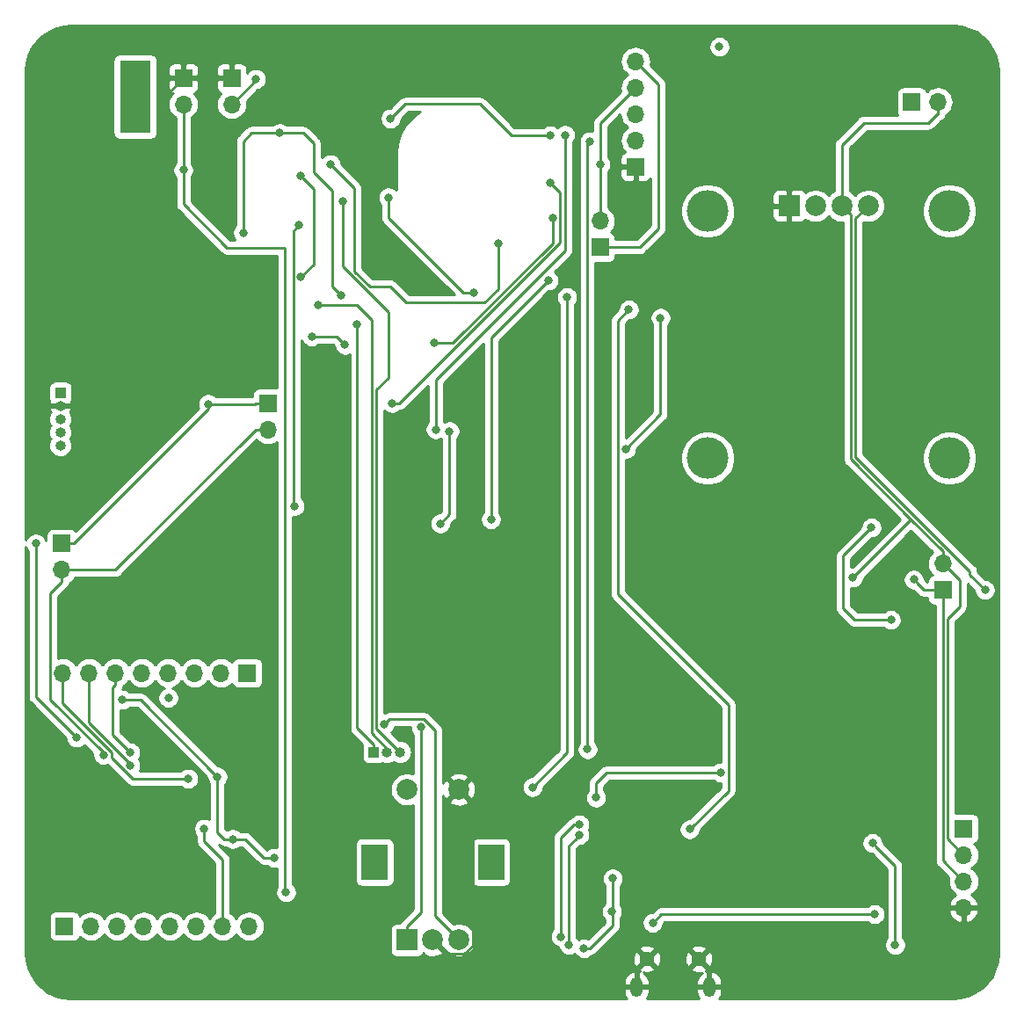
<source format=gbr>
G04 #@! TF.GenerationSoftware,KiCad,Pcbnew,5.1.2-f72e74a~84~ubuntu18.04.1*
G04 #@! TF.CreationDate,2019-06-01T21:14:53+08:00*
G04 #@! TF.ProjectId,esp12-lora-remote-station,65737031-322d-46c6-9f72-612d72656d6f,rev?*
G04 #@! TF.SameCoordinates,Original*
G04 #@! TF.FileFunction,Copper,L2,Bot*
G04 #@! TF.FilePolarity,Positive*
%FSLAX46Y46*%
G04 Gerber Fmt 4.6, Leading zero omitted, Abs format (unit mm)*
G04 Created by KiCad (PCBNEW 5.1.2-f72e74a~84~ubuntu18.04.1) date 2019-06-01 21:14:53*
%MOMM*%
%LPD*%
G04 APERTURE LIST*
%ADD10R,2.000000X2.000000*%
%ADD11C,2.000000*%
%ADD12R,2.500000X3.500000*%
%ADD13O,1.000000X1.000000*%
%ADD14R,1.000000X1.000000*%
%ADD15C,1.000000*%
%ADD16R,3.000000X7.000000*%
%ADD17O,1.700000X1.700000*%
%ADD18R,1.700000X1.700000*%
%ADD19C,4.000000*%
%ADD20O,1.200000X1.900000*%
%ADD21C,1.450000*%
%ADD22C,0.800000*%
%ADD23C,0.250000*%
%ADD24C,0.254000*%
G04 APERTURE END LIST*
D10*
X87375000Y-138725000D03*
D11*
X89875000Y-138725000D03*
X92375000Y-138725000D03*
D12*
X84275000Y-131225000D03*
X95475000Y-131225000D03*
D11*
X87375000Y-124225000D03*
X92375000Y-124225000D03*
D13*
X86715000Y-120625000D03*
X85445000Y-120625000D03*
D14*
X84175000Y-120625000D03*
D15*
X61800000Y-58700000D03*
X61800000Y-56300000D03*
D16*
X61200000Y-57500000D03*
D15*
X61800000Y-57500000D03*
D17*
X70500000Y-58240000D03*
D18*
X70500000Y-55700000D03*
D17*
X65850000Y-58240000D03*
D18*
X65850000Y-55700000D03*
D19*
X139650000Y-68500000D03*
X116350000Y-68500000D03*
X139650000Y-92300000D03*
X116350000Y-92300000D03*
D11*
X131810000Y-68000000D03*
X129270000Y-68000000D03*
X126730000Y-68000000D03*
D10*
X124190000Y-68000000D03*
D17*
X74000000Y-89540000D03*
D18*
X74000000Y-87000000D03*
D17*
X138540000Y-58000000D03*
D18*
X136000000Y-58000000D03*
D17*
X54115000Y-103075000D03*
D18*
X54115000Y-100535000D03*
D17*
X106000000Y-69460000D03*
D18*
X106000000Y-72000000D03*
D17*
X139000000Y-102460000D03*
D18*
X139000000Y-105000000D03*
D17*
X141000000Y-135620000D03*
X141000000Y-133080000D03*
X141000000Y-130540000D03*
D18*
X141000000Y-128000000D03*
D20*
X116500000Y-143237500D03*
X109500000Y-143237500D03*
D21*
X115500000Y-140537500D03*
X110500000Y-140537500D03*
D17*
X109400000Y-54090000D03*
X109400000Y-56630000D03*
X109400000Y-59170000D03*
X109400000Y-61710000D03*
D18*
X109400000Y-64250000D03*
D17*
X54220000Y-113000000D03*
X56760000Y-113000000D03*
X59300000Y-113000000D03*
X61840000Y-113000000D03*
X64380000Y-113000000D03*
X66920000Y-113000000D03*
X69460000Y-113000000D03*
D18*
X72000000Y-113000000D03*
D17*
X72180000Y-137400000D03*
X69640000Y-137400000D03*
X67100000Y-137400000D03*
X64560000Y-137400000D03*
X62020000Y-137400000D03*
X59480000Y-137400000D03*
X56940000Y-137400000D03*
D18*
X54400000Y-137400000D03*
D13*
X54000000Y-91080000D03*
X54000000Y-89810000D03*
X54000000Y-88540000D03*
X54000000Y-87270000D03*
D14*
X54000000Y-86000000D03*
D22*
X69800000Y-116000000D03*
X66200000Y-116200000D03*
X64400000Y-115400000D03*
X66608900Y-128875000D03*
X66608900Y-125905000D03*
X115000000Y-60000000D03*
X70000000Y-80000000D03*
X105000000Y-132000000D03*
X68000000Y-134000000D03*
X66000000Y-135000000D03*
X63000000Y-135000000D03*
X61000000Y-135000000D03*
X58000000Y-135000000D03*
X65600000Y-121000000D03*
X132200000Y-55000000D03*
X78600000Y-88400000D03*
X87600000Y-88600000D03*
X70600000Y-129000000D03*
X74600000Y-130800000D03*
X134000000Y-107875000D03*
X132125000Y-99000000D03*
X117479000Y-52679200D03*
X72838700Y-55788400D03*
X69128400Y-123000000D03*
X59970400Y-115592000D03*
X114621100Y-128055800D03*
X108750000Y-78000000D03*
X101182000Y-61218000D03*
X85800000Y-59600000D03*
X107200000Y-132800000D03*
X107125000Y-136000000D03*
X104434000Y-139524000D03*
X75733500Y-134125000D03*
X65850000Y-64560900D03*
X132442000Y-136233000D03*
X111052000Y-137066000D03*
X82600000Y-79400000D03*
X78800000Y-77600000D03*
X81200000Y-67600000D03*
X93800000Y-76400000D03*
X85600000Y-67200000D03*
X134400000Y-139200000D03*
X132223920Y-129394080D03*
X67850900Y-128000000D03*
X66315900Y-123173000D03*
X60715100Y-121903000D03*
X60720000Y-120662000D03*
X101200000Y-65800000D03*
X68238000Y-87088400D03*
X85959000Y-87000000D03*
X143062000Y-105000000D03*
X51637500Y-100535000D03*
X55567300Y-119228000D03*
X136200002Y-104000000D03*
X106000000Y-64000000D03*
X102609000Y-61190900D03*
X90152700Y-89540000D03*
X130339000Y-103813000D03*
X58136100Y-120900000D03*
X75125000Y-61000000D03*
X81000000Y-76600000D03*
X71600000Y-70600000D03*
X78200000Y-80600000D03*
X81400000Y-81400000D03*
X90000000Y-81200000D03*
X101400000Y-69200000D03*
X117600000Y-122600000D03*
X105600000Y-125000000D03*
X77000000Y-69875000D03*
X80000000Y-64000000D03*
X96200000Y-71600000D03*
X76554300Y-96924800D03*
X77173100Y-65120900D03*
X77173100Y-74875000D03*
X102800000Y-76800000D03*
X99483800Y-124000000D03*
X111800000Y-78800000D03*
X108471000Y-91421500D03*
X101000000Y-75200000D03*
X95479900Y-98209300D03*
X90600000Y-98600000D03*
X91475900Y-89724100D03*
X85222500Y-117924000D03*
X88717500Y-118223000D03*
X102200000Y-138399996D03*
X103999988Y-127600000D03*
X103000012Y-139200004D03*
X104000000Y-128600000D03*
X105000000Y-61800000D03*
X104774000Y-120347000D03*
D23*
X110500000Y-140538000D02*
X110500000Y-140537500D01*
X110500000Y-140538000D02*
X109500000Y-141538000D01*
X109500000Y-141538000D02*
X109500000Y-143237500D01*
X115500000Y-140538000D02*
X115500000Y-140537500D01*
X115500000Y-140538000D02*
X116500000Y-141538000D01*
X116500000Y-141538000D02*
X116500000Y-143237500D01*
X116500000Y-143237500D02*
X116500000Y-143238000D01*
X109500000Y-143237500D02*
X109500000Y-143238000D01*
X54000000Y-87270000D02*
X54825300Y-87270000D01*
X54825300Y-87270000D02*
X64047300Y-78048000D01*
X64047300Y-78048000D02*
X64047300Y-57502700D01*
X64047300Y-57502700D02*
X65850000Y-55700000D01*
X66608900Y-125905000D02*
X66608900Y-128875000D01*
X92375000Y-124225000D02*
X93704200Y-125554000D01*
X93704200Y-125554000D02*
X93704200Y-139274000D01*
X93704200Y-139274000D02*
X92920600Y-140058000D01*
X92920600Y-140058000D02*
X91207700Y-140058000D01*
X91207700Y-140058000D02*
X89875000Y-138725000D01*
X70600000Y-129000000D02*
X69800000Y-129000000D01*
X69800000Y-129000000D02*
X69128400Y-128328000D01*
X69128400Y-128328000D02*
X69128400Y-123000000D01*
X74600000Y-130800000D02*
X73600000Y-130800000D01*
X73600000Y-130800000D02*
X71800000Y-129000000D01*
X71800000Y-129000000D02*
X70600000Y-129000000D01*
X132125000Y-99000000D02*
X129400000Y-101725000D01*
X129400000Y-101725000D02*
X129400000Y-106800000D01*
X129400000Y-106800000D02*
X130475000Y-107875000D01*
X130475000Y-107875000D02*
X134000000Y-107875000D01*
X61200000Y-57500000D02*
X61800000Y-57500000D01*
X61800000Y-57500000D02*
X61800000Y-58700000D01*
X70500000Y-58240000D02*
X72838700Y-55901300D01*
X72838700Y-55901300D02*
X72838700Y-55788400D01*
X59970400Y-115592000D02*
X61719900Y-115592000D01*
X61719900Y-115592000D02*
X69128400Y-123000000D01*
X108750000Y-78000000D02*
X107705300Y-79044700D01*
X107705300Y-79044700D02*
X107705300Y-105417700D01*
X107705300Y-105417700D02*
X118335600Y-116048000D01*
X118335600Y-116048000D02*
X118335600Y-124341300D01*
X118335600Y-124341300D02*
X114621100Y-128055800D01*
X85800000Y-59600000D02*
X87200000Y-58200000D01*
X87200000Y-58200000D02*
X94400000Y-58200000D01*
X94400000Y-58200000D02*
X97418000Y-61218000D01*
X97418000Y-61218000D02*
X101182000Y-61218000D01*
X107162000Y-137362000D02*
X107200000Y-137323000D01*
X107200000Y-137323000D02*
X107200000Y-132800000D01*
X107162000Y-137362000D02*
X104999000Y-139524000D01*
X104999000Y-139524000D02*
X104434000Y-139524000D01*
X107162000Y-137362000D02*
X107162000Y-136037000D01*
X107162000Y-136037000D02*
X107125000Y-136000000D01*
X75733500Y-134125000D02*
X75629000Y-134020000D01*
X75629000Y-134020000D02*
X75629000Y-72029000D01*
X75629000Y-72029000D02*
X70029000Y-72029000D01*
X70029000Y-72029000D02*
X65850000Y-67850000D01*
X65850000Y-67850000D02*
X65850000Y-64560900D01*
X65850000Y-58240000D02*
X65850000Y-64560900D01*
X132442000Y-136233000D02*
X111885000Y-136233000D01*
X111885000Y-136233000D02*
X111052000Y-137066000D01*
X84175000Y-120625000D02*
X84175000Y-119875000D01*
X84175000Y-119875000D02*
X82600000Y-118300000D01*
X82600000Y-118300000D02*
X82600000Y-79400000D01*
X85445000Y-120625000D02*
X85445000Y-120276000D01*
X85445000Y-120276000D02*
X83986600Y-118818000D01*
X83986600Y-118818000D02*
X83986600Y-78986600D01*
X83986600Y-78986600D02*
X82600000Y-77600000D01*
X82600000Y-77600000D02*
X78800000Y-77600000D01*
X86715000Y-120625000D02*
X84456400Y-118366000D01*
X84456400Y-118366000D02*
X84456400Y-85722300D01*
X84456400Y-85722300D02*
X85587000Y-84591700D01*
X85587000Y-84591700D02*
X85587000Y-78223400D01*
X85587000Y-78223400D02*
X81200000Y-73836400D01*
X81200000Y-73836400D02*
X81200000Y-67600000D01*
X85600000Y-67200000D02*
X85600000Y-69165700D01*
X85600000Y-69165700D02*
X92834300Y-76400000D01*
X92834300Y-76400000D02*
X93800000Y-76400000D01*
X132623919Y-129794079D02*
X132223920Y-129394080D01*
X134400000Y-131570160D02*
X132623919Y-129794079D01*
X134400000Y-139200000D02*
X134400000Y-131570160D01*
X69640000Y-137400000D02*
X69640000Y-130990000D01*
X69640000Y-130990000D02*
X67850900Y-129201000D01*
X67850900Y-129201000D02*
X67850900Y-128000000D01*
X66315900Y-123173000D02*
X60949300Y-123173000D01*
X60949300Y-123173000D02*
X58958300Y-121182000D01*
X58958300Y-121182000D02*
X58958300Y-120690000D01*
X58958300Y-120690000D02*
X54220100Y-115952000D01*
X54220100Y-115952000D02*
X54220100Y-114175000D01*
X54220100Y-114175000D02*
X54220000Y-114175000D01*
X54220000Y-114175000D02*
X54220000Y-113000000D01*
X60715100Y-121903000D02*
X60715100Y-121720000D01*
X60715100Y-121720000D02*
X56760000Y-117764000D01*
X56760000Y-117764000D02*
X56760000Y-113000000D01*
X59300000Y-113000000D02*
X59300000Y-114175000D01*
X59300000Y-114175000D02*
X59045100Y-114430000D01*
X59045100Y-114430000D02*
X59045100Y-118988000D01*
X59045100Y-118988000D02*
X60720000Y-120662000D01*
X139000000Y-105000000D02*
X139000000Y-131080000D01*
X139000000Y-131080000D02*
X141000000Y-133080000D01*
X109400000Y-54090000D02*
X111600000Y-56290000D01*
X111600000Y-56290000D02*
X111600000Y-70200000D01*
X111600000Y-70200000D02*
X109800000Y-72000000D01*
X109800000Y-72000000D02*
X106000000Y-72000000D01*
X101200000Y-65800000D02*
X102125000Y-66725000D01*
X102125000Y-66725000D02*
X102125000Y-71511400D01*
X102125000Y-71511400D02*
X86636400Y-87000000D01*
X86636400Y-87000000D02*
X85959000Y-87000000D01*
X54115000Y-100535000D02*
X55290300Y-100535000D01*
X55290300Y-100535000D02*
X68238000Y-87587300D01*
X68238000Y-87587300D02*
X68238000Y-87088400D01*
X68238000Y-87088400D02*
X72736300Y-87088400D01*
X72736300Y-87088400D02*
X72824700Y-87000000D01*
X72824700Y-87000000D02*
X74000000Y-87000000D01*
X55567300Y-119228000D02*
X51637500Y-115298000D01*
X51637500Y-115298000D02*
X51637500Y-100535000D01*
X137200002Y-105000000D02*
X136600001Y-104399999D01*
X136600001Y-104399999D02*
X136200002Y-104000000D01*
X139000000Y-105000000D02*
X137200002Y-105000000D01*
X130600000Y-69210000D02*
X131810000Y-68000000D01*
X130600000Y-92200000D02*
X130600000Y-69210000D01*
X141600000Y-103200000D02*
X130600000Y-92200000D01*
X141600000Y-103538000D02*
X141600000Y-103200000D01*
X143062000Y-105000000D02*
X141600000Y-103538000D01*
X135934000Y-98218200D02*
X130339000Y-103813000D01*
X138540000Y-58000000D02*
X138540000Y-59175300D01*
X138540000Y-59175300D02*
X138428000Y-59175300D01*
X106000000Y-69460000D02*
X106000000Y-64000000D01*
X90152700Y-89540000D02*
X90152700Y-84752700D01*
X90152700Y-84752700D02*
X102609000Y-72296300D01*
X102609000Y-72296300D02*
X102609000Y-61190900D01*
X106000000Y-64000000D02*
X106000000Y-60030000D01*
X106000000Y-60030000D02*
X109400000Y-56630000D01*
X74000000Y-89540000D02*
X72824700Y-89540000D01*
X72824700Y-89540000D02*
X59289700Y-103075000D01*
X59289700Y-103075000D02*
X54115000Y-103075000D01*
X139000000Y-102460000D02*
X139000000Y-101285000D01*
X139000000Y-101285000D02*
X135934000Y-98218200D01*
X54115000Y-103075000D02*
X54115000Y-104250000D01*
X54115000Y-104250000D02*
X53007900Y-105357000D01*
X53007900Y-105357000D02*
X53007900Y-115550000D01*
X53007900Y-115550000D02*
X58136100Y-120678000D01*
X58136100Y-120678000D02*
X58136100Y-120900000D01*
X139450000Y-107750000D02*
X140600000Y-106600000D01*
X141000000Y-130540000D02*
X139450000Y-128990000D01*
X140600000Y-104060000D02*
X139000000Y-102460000D01*
X140600000Y-106600000D02*
X140600000Y-104060000D01*
X139450000Y-128990000D02*
X139450000Y-107750000D01*
X130200000Y-92484200D02*
X130200000Y-92436410D01*
X130200000Y-92436410D02*
X130149990Y-92386400D01*
X135934000Y-98218200D02*
X130200000Y-92484200D01*
X130149990Y-92386400D02*
X130149990Y-70450010D01*
X130149990Y-68879990D02*
X129270000Y-68000000D01*
X130149990Y-70450010D02*
X130149990Y-68879990D01*
X129270000Y-68000000D02*
X129270000Y-62130000D01*
X131398365Y-60001635D02*
X137601635Y-60001635D01*
X129270000Y-62130000D02*
X131398365Y-60001635D01*
X138428000Y-59175300D02*
X137601635Y-60001635D01*
X71600000Y-70600000D02*
X71600000Y-61800000D01*
X71600000Y-61800000D02*
X72400000Y-61000000D01*
X72400000Y-61000000D02*
X75125000Y-61000000D01*
X81000000Y-76600000D02*
X80200000Y-75800000D01*
X80200000Y-75800000D02*
X80200000Y-66564200D01*
X80200000Y-66564200D02*
X78417900Y-64782100D01*
X78417900Y-64782100D02*
X78417900Y-62017900D01*
X78417900Y-62017900D02*
X77400000Y-61000000D01*
X77400000Y-61000000D02*
X75125000Y-61000000D01*
X101400000Y-69200000D02*
X101400000Y-71600000D01*
X101400000Y-71600000D02*
X91800000Y-81200000D01*
X91800000Y-81200000D02*
X90000000Y-81200000D01*
X81400000Y-81400000D02*
X80600000Y-80600000D01*
X80600000Y-80600000D02*
X78200000Y-80600000D01*
X105600000Y-125000000D02*
X105600000Y-123600000D01*
X105600000Y-123600000D02*
X106600000Y-122600000D01*
X106600000Y-122600000D02*
X117600000Y-122600000D01*
X80000000Y-64000000D02*
X82300000Y-66300000D01*
X82300000Y-66300000D02*
X82300000Y-74300000D01*
X82300000Y-74300000D02*
X83800000Y-75800000D01*
X83800000Y-75800000D02*
X85800000Y-75800000D01*
X85800000Y-75800000D02*
X87325000Y-77325000D01*
X87325000Y-77325000D02*
X94875000Y-77325000D01*
X94875000Y-77325000D02*
X96200000Y-76000000D01*
X96200000Y-76000000D02*
X96200000Y-71600000D01*
X76554300Y-96924800D02*
X76447800Y-96818300D01*
X76447800Y-96818300D02*
X76447800Y-70427200D01*
X76447800Y-70427200D02*
X77000000Y-69875000D01*
X77173100Y-65120900D02*
X78400000Y-66347800D01*
X78400000Y-66347800D02*
X78400000Y-73648100D01*
X78400000Y-73648100D02*
X77173100Y-74875000D01*
X99483800Y-124000000D02*
X102800000Y-120684000D01*
X102800000Y-120684000D02*
X102800000Y-76800000D01*
X108471000Y-91421500D02*
X111800000Y-88092900D01*
X111800000Y-88092900D02*
X111800000Y-78800000D01*
X95479900Y-98209300D02*
X95479900Y-80720100D01*
X95479900Y-80720100D02*
X101000000Y-75200000D01*
X91475900Y-89724100D02*
X91475900Y-97724100D01*
X91475900Y-97724100D02*
X90600000Y-98600000D01*
X92375000Y-138725000D02*
X90087000Y-136437000D01*
X90087000Y-136437000D02*
X90087000Y-118522000D01*
X90087000Y-118522000D02*
X89025900Y-117461000D01*
X89025900Y-117461000D02*
X85685500Y-117461000D01*
X85685500Y-117461000D02*
X85222500Y-117924000D01*
X87375000Y-138725000D02*
X87375000Y-137400000D01*
X87375000Y-137400000D02*
X88717500Y-136057000D01*
X88717500Y-136057000D02*
X88717500Y-118223000D01*
X102200000Y-128834303D02*
X103434303Y-127600000D01*
X103434303Y-127600000D02*
X103999988Y-127600000D01*
X102200000Y-138399996D02*
X102200000Y-128834303D01*
X103000012Y-139200004D02*
X103000012Y-129599988D01*
X103600001Y-128999999D02*
X104000000Y-128600000D01*
X103000012Y-129599988D02*
X103600001Y-128999999D01*
X104774000Y-120347000D02*
X104774000Y-62025900D01*
X104774000Y-62025900D02*
X105000000Y-61800000D01*
D24*
G36*
X140768083Y-50731173D02*
G01*
X141511891Y-50934656D01*
X142207905Y-51266638D01*
X142834130Y-51716626D01*
X143370777Y-52270403D01*
X143800871Y-52910451D01*
X144110829Y-53616553D01*
X144292065Y-54371457D01*
X144340001Y-55024220D01*
X144340000Y-139970608D01*
X144268827Y-140768083D01*
X144065344Y-141511890D01*
X143733363Y-142207904D01*
X143283374Y-142834130D01*
X142729597Y-143370777D01*
X142089549Y-143800871D01*
X141383447Y-144110829D01*
X140628543Y-144292065D01*
X139975793Y-144340000D01*
X117482761Y-144340000D01*
X117592390Y-144177446D01*
X117686493Y-143952996D01*
X117735000Y-143714500D01*
X117735000Y-143364500D01*
X116627000Y-143364500D01*
X116627000Y-143384500D01*
X116373000Y-143384500D01*
X116373000Y-143364500D01*
X115265000Y-143364500D01*
X115265000Y-143714500D01*
X115313507Y-143952996D01*
X115407610Y-144177446D01*
X115517239Y-144340000D01*
X110482761Y-144340000D01*
X110592390Y-144177446D01*
X110686493Y-143952996D01*
X110735000Y-143714500D01*
X110735000Y-143364500D01*
X109627000Y-143364500D01*
X109627000Y-143384500D01*
X109373000Y-143384500D01*
X109373000Y-143364500D01*
X108265000Y-143364500D01*
X108265000Y-143714500D01*
X108313507Y-143952996D01*
X108407610Y-144177446D01*
X108517239Y-144340000D01*
X55029392Y-144340000D01*
X54231917Y-144268827D01*
X53488110Y-144065344D01*
X52792096Y-143733363D01*
X52165870Y-143283374D01*
X51659171Y-142760500D01*
X108265000Y-142760500D01*
X108265000Y-143110500D01*
X109373000Y-143110500D01*
X109373000Y-141818769D01*
X109627000Y-141818769D01*
X109627000Y-143110500D01*
X110735000Y-143110500D01*
X110735000Y-142760500D01*
X110686493Y-142522004D01*
X110592390Y-142297554D01*
X110456307Y-142095775D01*
X110283474Y-141924422D01*
X110188164Y-141861329D01*
X110305849Y-141890219D01*
X110573482Y-141902104D01*
X110838291Y-141861548D01*
X111090100Y-141770109D01*
X111197035Y-141712950D01*
X111259528Y-141476633D01*
X114740472Y-141476633D01*
X114802965Y-141712950D01*
X115045678Y-141826350D01*
X115305849Y-141890219D01*
X115573482Y-141902104D01*
X115803442Y-141866885D01*
X115716526Y-141924422D01*
X115543693Y-142095775D01*
X115407610Y-142297554D01*
X115313507Y-142522004D01*
X115265000Y-142760500D01*
X115265000Y-143110500D01*
X116373000Y-143110500D01*
X116373000Y-141818769D01*
X116627000Y-141818769D01*
X116627000Y-143110500D01*
X117735000Y-143110500D01*
X117735000Y-142760500D01*
X117686493Y-142522004D01*
X117592390Y-142297554D01*
X117456307Y-142095775D01*
X117283474Y-141924422D01*
X117080533Y-141790079D01*
X116855282Y-141697909D01*
X116817609Y-141694038D01*
X116627000Y-141818769D01*
X116373000Y-141818769D01*
X116199138Y-141704997D01*
X116259528Y-141476633D01*
X115500000Y-140717105D01*
X114740472Y-141476633D01*
X111259528Y-141476633D01*
X110500000Y-140717105D01*
X109740472Y-141476633D01*
X109800862Y-141704997D01*
X109627000Y-141818769D01*
X109373000Y-141818769D01*
X109182391Y-141694038D01*
X109144718Y-141697909D01*
X108919467Y-141790079D01*
X108716526Y-141924422D01*
X108543693Y-142095775D01*
X108407610Y-142297554D01*
X108313507Y-142522004D01*
X108265000Y-142760500D01*
X51659171Y-142760500D01*
X51629223Y-142729597D01*
X51199129Y-142089549D01*
X50889171Y-141383447D01*
X50707935Y-140628543D01*
X50706646Y-140610982D01*
X109135396Y-140610982D01*
X109175952Y-140875791D01*
X109267391Y-141127600D01*
X109324550Y-141234535D01*
X109560867Y-141297028D01*
X110320395Y-140537500D01*
X110679605Y-140537500D01*
X111439133Y-141297028D01*
X111675450Y-141234535D01*
X111788850Y-140991822D01*
X111852719Y-140731651D01*
X111858077Y-140610982D01*
X114135396Y-140610982D01*
X114175952Y-140875791D01*
X114267391Y-141127600D01*
X114324550Y-141234535D01*
X114560867Y-141297028D01*
X115320395Y-140537500D01*
X115679605Y-140537500D01*
X116439133Y-141297028D01*
X116675450Y-141234535D01*
X116788850Y-140991822D01*
X116852719Y-140731651D01*
X116864604Y-140464018D01*
X116824048Y-140199209D01*
X116732609Y-139947400D01*
X116675450Y-139840465D01*
X116439133Y-139777972D01*
X115679605Y-140537500D01*
X115320395Y-140537500D01*
X114560867Y-139777972D01*
X114324550Y-139840465D01*
X114211150Y-140083178D01*
X114147281Y-140343349D01*
X114135396Y-140610982D01*
X111858077Y-140610982D01*
X111864604Y-140464018D01*
X111824048Y-140199209D01*
X111732609Y-139947400D01*
X111675450Y-139840465D01*
X111439133Y-139777972D01*
X110679605Y-140537500D01*
X110320395Y-140537500D01*
X109560867Y-139777972D01*
X109324550Y-139840465D01*
X109211150Y-140083178D01*
X109147281Y-140343349D01*
X109135396Y-140610982D01*
X50706646Y-140610982D01*
X50660000Y-139975793D01*
X50660000Y-100879692D01*
X50720295Y-101025256D01*
X50833563Y-101194774D01*
X50877501Y-101238712D01*
X50877500Y-115260666D01*
X50873824Y-115297981D01*
X50877500Y-115335314D01*
X50877500Y-115335332D01*
X50883971Y-115401029D01*
X50888494Y-115446966D01*
X50888496Y-115446972D01*
X50888497Y-115446985D01*
X50912993Y-115527738D01*
X50931947Y-115590228D01*
X50931951Y-115590235D01*
X50931954Y-115590246D01*
X50977409Y-115675285D01*
X51002516Y-115722259D01*
X51002520Y-115722264D01*
X51002526Y-115722275D01*
X51058277Y-115790208D01*
X51073688Y-115808988D01*
X51073693Y-115808993D01*
X51097499Y-115838001D01*
X51126493Y-115861796D01*
X54532300Y-119267776D01*
X54532300Y-119329939D01*
X54572074Y-119529898D01*
X54650095Y-119718256D01*
X54763363Y-119887774D01*
X54907526Y-120031937D01*
X55077044Y-120145205D01*
X55265402Y-120223226D01*
X55465361Y-120263000D01*
X55669239Y-120263000D01*
X55869198Y-120223226D01*
X56057556Y-120145205D01*
X56227074Y-120031937D01*
X56321130Y-119937881D01*
X57114413Y-120731133D01*
X57101100Y-120798061D01*
X57101100Y-121001939D01*
X57140874Y-121201898D01*
X57218895Y-121390256D01*
X57332163Y-121559774D01*
X57476326Y-121703937D01*
X57645844Y-121817205D01*
X57834202Y-121895226D01*
X58034161Y-121935000D01*
X58238039Y-121935000D01*
X58437998Y-121895226D01*
X58550235Y-121848736D01*
X60385501Y-123684003D01*
X60409299Y-123713001D01*
X60525024Y-123807974D01*
X60657053Y-123878546D01*
X60800314Y-123922003D01*
X60911967Y-123933000D01*
X60911976Y-123933000D01*
X60949299Y-123936676D01*
X60986622Y-123933000D01*
X65612189Y-123933000D01*
X65656126Y-123976937D01*
X65825644Y-124090205D01*
X66014002Y-124168226D01*
X66213961Y-124208000D01*
X66417839Y-124208000D01*
X66617798Y-124168226D01*
X66806156Y-124090205D01*
X66975674Y-123976937D01*
X67119837Y-123832774D01*
X67233105Y-123663256D01*
X67311126Y-123474898D01*
X67350900Y-123274939D01*
X67350900Y-123071061D01*
X67311126Y-122871102D01*
X67233105Y-122682744D01*
X67119837Y-122513226D01*
X66975674Y-122369063D01*
X66806156Y-122255795D01*
X66617798Y-122177774D01*
X66417839Y-122138000D01*
X66213961Y-122138000D01*
X66014002Y-122177774D01*
X65825644Y-122255795D01*
X65656126Y-122369063D01*
X65612189Y-122413000D01*
X61619113Y-122413000D01*
X61632305Y-122393256D01*
X61710326Y-122204898D01*
X61750100Y-122004939D01*
X61750100Y-121801061D01*
X61710326Y-121601102D01*
X61632305Y-121412744D01*
X61547729Y-121286167D01*
X61637205Y-121152256D01*
X61715226Y-120963898D01*
X61755000Y-120763939D01*
X61755000Y-120560061D01*
X61715226Y-120360102D01*
X61637205Y-120171744D01*
X61523937Y-120002226D01*
X61379774Y-119858063D01*
X61210256Y-119744795D01*
X61021898Y-119666774D01*
X60821939Y-119627000D01*
X60759535Y-119627000D01*
X59805100Y-118673079D01*
X59805100Y-116614397D01*
X59868461Y-116627000D01*
X60072339Y-116627000D01*
X60272298Y-116587226D01*
X60460656Y-116509205D01*
X60630174Y-116395937D01*
X60674111Y-116352000D01*
X61405114Y-116352000D01*
X68093400Y-123039836D01*
X68093400Y-123101939D01*
X68133174Y-123301898D01*
X68211195Y-123490256D01*
X68324463Y-123659774D01*
X68368401Y-123703712D01*
X68368400Y-127100999D01*
X68341156Y-127082795D01*
X68152798Y-127004774D01*
X67952839Y-126965000D01*
X67748961Y-126965000D01*
X67549002Y-127004774D01*
X67360644Y-127082795D01*
X67191126Y-127196063D01*
X67046963Y-127340226D01*
X66933695Y-127509744D01*
X66855674Y-127698102D01*
X66815900Y-127898061D01*
X66815900Y-128101939D01*
X66855674Y-128301898D01*
X66933695Y-128490256D01*
X67046963Y-128659774D01*
X67090900Y-128703711D01*
X67090900Y-129163685D01*
X67087224Y-129201021D01*
X67090900Y-129238332D01*
X67101897Y-129349985D01*
X67101901Y-129349999D01*
X67101902Y-129350006D01*
X67116493Y-129398102D01*
X67145354Y-129493246D01*
X67145358Y-129493254D01*
X67145362Y-129493266D01*
X67182454Y-129562655D01*
X67215926Y-129625275D01*
X67215933Y-129625283D01*
X67215938Y-129625293D01*
X67261967Y-129681376D01*
X67310899Y-129741001D01*
X67339908Y-129764808D01*
X68880001Y-131304816D01*
X68880000Y-136122405D01*
X68810986Y-136159294D01*
X68584866Y-136344866D01*
X68399294Y-136570986D01*
X68370000Y-136625791D01*
X68340706Y-136570986D01*
X68155134Y-136344866D01*
X67929014Y-136159294D01*
X67671034Y-136021401D01*
X67391111Y-135936487D01*
X67172950Y-135915000D01*
X67027050Y-135915000D01*
X66808889Y-135936487D01*
X66528966Y-136021401D01*
X66270986Y-136159294D01*
X66044866Y-136344866D01*
X65859294Y-136570986D01*
X65830000Y-136625791D01*
X65800706Y-136570986D01*
X65615134Y-136344866D01*
X65389014Y-136159294D01*
X65131034Y-136021401D01*
X64851111Y-135936487D01*
X64632950Y-135915000D01*
X64487050Y-135915000D01*
X64268889Y-135936487D01*
X63988966Y-136021401D01*
X63730986Y-136159294D01*
X63504866Y-136344866D01*
X63319294Y-136570986D01*
X63290000Y-136625791D01*
X63260706Y-136570986D01*
X63075134Y-136344866D01*
X62849014Y-136159294D01*
X62591034Y-136021401D01*
X62311111Y-135936487D01*
X62092950Y-135915000D01*
X61947050Y-135915000D01*
X61728889Y-135936487D01*
X61448966Y-136021401D01*
X61190986Y-136159294D01*
X60964866Y-136344866D01*
X60779294Y-136570986D01*
X60750000Y-136625791D01*
X60720706Y-136570986D01*
X60535134Y-136344866D01*
X60309014Y-136159294D01*
X60051034Y-136021401D01*
X59771111Y-135936487D01*
X59552950Y-135915000D01*
X59407050Y-135915000D01*
X59188889Y-135936487D01*
X58908966Y-136021401D01*
X58650986Y-136159294D01*
X58424866Y-136344866D01*
X58239294Y-136570986D01*
X58210000Y-136625791D01*
X58180706Y-136570986D01*
X57995134Y-136344866D01*
X57769014Y-136159294D01*
X57511034Y-136021401D01*
X57231111Y-135936487D01*
X57012950Y-135915000D01*
X56867050Y-135915000D01*
X56648889Y-135936487D01*
X56368966Y-136021401D01*
X56110986Y-136159294D01*
X55884866Y-136344866D01*
X55860393Y-136374687D01*
X55839502Y-136305820D01*
X55780537Y-136195506D01*
X55701185Y-136098815D01*
X55604494Y-136019463D01*
X55494180Y-135960498D01*
X55374482Y-135924188D01*
X55250000Y-135911928D01*
X53550000Y-135911928D01*
X53425518Y-135924188D01*
X53305820Y-135960498D01*
X53195506Y-136019463D01*
X53098815Y-136098815D01*
X53019463Y-136195506D01*
X52960498Y-136305820D01*
X52924188Y-136425518D01*
X52911928Y-136550000D01*
X52911928Y-138250000D01*
X52924188Y-138374482D01*
X52960498Y-138494180D01*
X53019463Y-138604494D01*
X53098815Y-138701185D01*
X53195506Y-138780537D01*
X53305820Y-138839502D01*
X53425518Y-138875812D01*
X53550000Y-138888072D01*
X55250000Y-138888072D01*
X55374482Y-138875812D01*
X55494180Y-138839502D01*
X55604494Y-138780537D01*
X55701185Y-138701185D01*
X55780537Y-138604494D01*
X55839502Y-138494180D01*
X55860393Y-138425313D01*
X55884866Y-138455134D01*
X56110986Y-138640706D01*
X56368966Y-138778599D01*
X56648889Y-138863513D01*
X56867050Y-138885000D01*
X57012950Y-138885000D01*
X57231111Y-138863513D01*
X57511034Y-138778599D01*
X57769014Y-138640706D01*
X57995134Y-138455134D01*
X58180706Y-138229014D01*
X58210000Y-138174209D01*
X58239294Y-138229014D01*
X58424866Y-138455134D01*
X58650986Y-138640706D01*
X58908966Y-138778599D01*
X59188889Y-138863513D01*
X59407050Y-138885000D01*
X59552950Y-138885000D01*
X59771111Y-138863513D01*
X60051034Y-138778599D01*
X60309014Y-138640706D01*
X60535134Y-138455134D01*
X60720706Y-138229014D01*
X60750000Y-138174209D01*
X60779294Y-138229014D01*
X60964866Y-138455134D01*
X61190986Y-138640706D01*
X61448966Y-138778599D01*
X61728889Y-138863513D01*
X61947050Y-138885000D01*
X62092950Y-138885000D01*
X62311111Y-138863513D01*
X62591034Y-138778599D01*
X62849014Y-138640706D01*
X63075134Y-138455134D01*
X63260706Y-138229014D01*
X63290000Y-138174209D01*
X63319294Y-138229014D01*
X63504866Y-138455134D01*
X63730986Y-138640706D01*
X63988966Y-138778599D01*
X64268889Y-138863513D01*
X64487050Y-138885000D01*
X64632950Y-138885000D01*
X64851111Y-138863513D01*
X65131034Y-138778599D01*
X65389014Y-138640706D01*
X65615134Y-138455134D01*
X65800706Y-138229014D01*
X65830000Y-138174209D01*
X65859294Y-138229014D01*
X66044866Y-138455134D01*
X66270986Y-138640706D01*
X66528966Y-138778599D01*
X66808889Y-138863513D01*
X67027050Y-138885000D01*
X67172950Y-138885000D01*
X67391111Y-138863513D01*
X67671034Y-138778599D01*
X67929014Y-138640706D01*
X68155134Y-138455134D01*
X68340706Y-138229014D01*
X68370000Y-138174209D01*
X68399294Y-138229014D01*
X68584866Y-138455134D01*
X68810986Y-138640706D01*
X69068966Y-138778599D01*
X69348889Y-138863513D01*
X69567050Y-138885000D01*
X69712950Y-138885000D01*
X69931111Y-138863513D01*
X70211034Y-138778599D01*
X70469014Y-138640706D01*
X70695134Y-138455134D01*
X70880706Y-138229014D01*
X70910000Y-138174209D01*
X70939294Y-138229014D01*
X71124866Y-138455134D01*
X71350986Y-138640706D01*
X71608966Y-138778599D01*
X71888889Y-138863513D01*
X72107050Y-138885000D01*
X72252950Y-138885000D01*
X72471111Y-138863513D01*
X72751034Y-138778599D01*
X73009014Y-138640706D01*
X73235134Y-138455134D01*
X73420706Y-138229014D01*
X73558599Y-137971034D01*
X73643513Y-137691111D01*
X73672185Y-137400000D01*
X73643513Y-137108889D01*
X73558599Y-136828966D01*
X73420706Y-136570986D01*
X73235134Y-136344866D01*
X73009014Y-136159294D01*
X72751034Y-136021401D01*
X72471111Y-135936487D01*
X72252950Y-135915000D01*
X72107050Y-135915000D01*
X71888889Y-135936487D01*
X71608966Y-136021401D01*
X71350986Y-136159294D01*
X71124866Y-136344866D01*
X70939294Y-136570986D01*
X70910000Y-136625791D01*
X70880706Y-136570986D01*
X70695134Y-136344866D01*
X70469014Y-136159294D01*
X70400000Y-136122405D01*
X70400000Y-131027314D01*
X70403676Y-130989978D01*
X70397867Y-130931015D01*
X70389003Y-130841014D01*
X70388999Y-130841000D01*
X70388998Y-130840993D01*
X70370972Y-130781571D01*
X70345546Y-130697753D01*
X70345542Y-130697745D01*
X70345538Y-130697733D01*
X70308080Y-130627660D01*
X70274974Y-130565724D01*
X70274967Y-130565716D01*
X70274962Y-130565706D01*
X70219478Y-130498102D01*
X70180001Y-130449999D01*
X70150997Y-130426196D01*
X69286508Y-129561757D01*
X69317871Y-129587495D01*
X69375535Y-129634847D01*
X69375633Y-129634900D01*
X69375724Y-129634974D01*
X69442476Y-129670654D01*
X69507543Y-129705459D01*
X69507652Y-129705492D01*
X69507753Y-129705546D01*
X69580185Y-129727518D01*
X69650791Y-129748958D01*
X69650902Y-129748969D01*
X69651014Y-129749003D01*
X69727972Y-129756583D01*
X69799772Y-129763676D01*
X69837211Y-129760000D01*
X69896289Y-129760000D01*
X69940226Y-129803937D01*
X70109744Y-129917205D01*
X70298102Y-129995226D01*
X70498061Y-130035000D01*
X70701939Y-130035000D01*
X70901898Y-129995226D01*
X71090256Y-129917205D01*
X71259774Y-129803937D01*
X71303711Y-129760000D01*
X71485199Y-129760000D01*
X73036205Y-131311008D01*
X73059999Y-131340001D01*
X73088992Y-131363795D01*
X73088996Y-131363799D01*
X73150481Y-131414258D01*
X73175724Y-131434974D01*
X73307753Y-131505546D01*
X73451014Y-131549003D01*
X73562667Y-131560000D01*
X73562676Y-131560000D01*
X73599999Y-131563676D01*
X73637322Y-131560000D01*
X73896289Y-131560000D01*
X73940226Y-131603937D01*
X74109744Y-131717205D01*
X74298102Y-131795226D01*
X74498061Y-131835000D01*
X74701939Y-131835000D01*
X74869000Y-131801770D01*
X74869000Y-133555865D01*
X74816295Y-133634744D01*
X74738274Y-133823102D01*
X74698500Y-134023061D01*
X74698500Y-134226939D01*
X74738274Y-134426898D01*
X74816295Y-134615256D01*
X74929563Y-134784774D01*
X75073726Y-134928937D01*
X75243244Y-135042205D01*
X75431602Y-135120226D01*
X75631561Y-135160000D01*
X75835439Y-135160000D01*
X76035398Y-135120226D01*
X76223756Y-135042205D01*
X76393274Y-134928937D01*
X76537437Y-134784774D01*
X76650705Y-134615256D01*
X76728726Y-134426898D01*
X76768500Y-134226939D01*
X76768500Y-134023061D01*
X76728726Y-133823102D01*
X76650705Y-133634744D01*
X76537437Y-133465226D01*
X76393274Y-133321063D01*
X76389000Y-133318207D01*
X76389000Y-129475000D01*
X82386928Y-129475000D01*
X82386928Y-132975000D01*
X82399188Y-133099482D01*
X82435498Y-133219180D01*
X82494463Y-133329494D01*
X82573815Y-133426185D01*
X82670506Y-133505537D01*
X82780820Y-133564502D01*
X82900518Y-133600812D01*
X83025000Y-133613072D01*
X85525000Y-133613072D01*
X85649482Y-133600812D01*
X85769180Y-133564502D01*
X85879494Y-133505537D01*
X85976185Y-133426185D01*
X86055537Y-133329494D01*
X86114502Y-133219180D01*
X86150812Y-133099482D01*
X86163072Y-132975000D01*
X86163072Y-129475000D01*
X86150812Y-129350518D01*
X86114502Y-129230820D01*
X86055537Y-129120506D01*
X85976185Y-129023815D01*
X85879494Y-128944463D01*
X85769180Y-128885498D01*
X85649482Y-128849188D01*
X85525000Y-128836928D01*
X83025000Y-128836928D01*
X82900518Y-128849188D01*
X82780820Y-128885498D01*
X82670506Y-128944463D01*
X82573815Y-129023815D01*
X82494463Y-129120506D01*
X82435498Y-129230820D01*
X82399188Y-129350518D01*
X82386928Y-129475000D01*
X76389000Y-129475000D01*
X76389000Y-97947197D01*
X76452361Y-97959800D01*
X76656239Y-97959800D01*
X76856198Y-97920026D01*
X77044556Y-97842005D01*
X77214074Y-97728737D01*
X77358237Y-97584574D01*
X77471505Y-97415056D01*
X77549526Y-97226698D01*
X77589300Y-97026739D01*
X77589300Y-96822861D01*
X77549526Y-96622902D01*
X77471505Y-96434544D01*
X77358237Y-96265026D01*
X77214074Y-96120863D01*
X77207800Y-96116671D01*
X77207800Y-80909203D01*
X77282795Y-81090256D01*
X77396063Y-81259774D01*
X77540226Y-81403937D01*
X77709744Y-81517205D01*
X77898102Y-81595226D01*
X78098061Y-81635000D01*
X78301939Y-81635000D01*
X78501898Y-81595226D01*
X78690256Y-81517205D01*
X78859774Y-81403937D01*
X78903711Y-81360000D01*
X80285199Y-81360000D01*
X80365000Y-81439801D01*
X80365000Y-81501939D01*
X80404774Y-81701898D01*
X80482795Y-81890256D01*
X80596063Y-82059774D01*
X80740226Y-82203937D01*
X80909744Y-82317205D01*
X81098102Y-82395226D01*
X81298061Y-82435000D01*
X81501939Y-82435000D01*
X81701898Y-82395226D01*
X81840001Y-82338021D01*
X81840000Y-118262678D01*
X81836324Y-118300000D01*
X81840000Y-118337322D01*
X81840000Y-118337332D01*
X81850997Y-118448985D01*
X81874025Y-118524898D01*
X81894454Y-118592246D01*
X81965026Y-118724276D01*
X82004871Y-118772826D01*
X82059999Y-118840001D01*
X82089003Y-118863804D01*
X83092646Y-119867448D01*
X83085498Y-119880820D01*
X83049188Y-120000518D01*
X83036928Y-120125000D01*
X83036928Y-121125000D01*
X83049188Y-121249482D01*
X83085498Y-121369180D01*
X83144463Y-121479494D01*
X83223815Y-121576185D01*
X83320506Y-121655537D01*
X83430820Y-121714502D01*
X83550518Y-121750812D01*
X83675000Y-121763072D01*
X84675000Y-121763072D01*
X84799482Y-121750812D01*
X84919180Y-121714502D01*
X84997379Y-121672703D01*
X85008553Y-121678676D01*
X85222501Y-121743577D01*
X85389248Y-121760000D01*
X85500752Y-121760000D01*
X85667499Y-121743577D01*
X85881447Y-121678676D01*
X86078623Y-121573284D01*
X86080000Y-121572154D01*
X86081377Y-121573284D01*
X86278553Y-121678676D01*
X86492501Y-121743577D01*
X86659248Y-121760000D01*
X86770752Y-121760000D01*
X86937499Y-121743577D01*
X87151447Y-121678676D01*
X87348623Y-121573284D01*
X87521449Y-121431449D01*
X87663284Y-121258623D01*
X87768676Y-121061447D01*
X87833577Y-120847499D01*
X87855491Y-120625000D01*
X87833577Y-120402501D01*
X87768676Y-120188553D01*
X87663284Y-119991377D01*
X87521449Y-119818551D01*
X87348623Y-119676716D01*
X87151447Y-119571324D01*
X86937499Y-119506423D01*
X86770752Y-119490000D01*
X86659248Y-119490000D01*
X86655297Y-119490389D01*
X85887627Y-118722584D01*
X86026437Y-118583774D01*
X86139705Y-118414256D01*
X86217726Y-118225898D01*
X86218700Y-118221000D01*
X87682500Y-118221000D01*
X87682500Y-118324939D01*
X87722274Y-118524898D01*
X87800295Y-118713256D01*
X87913563Y-118882774D01*
X87957501Y-118926712D01*
X87957501Y-122696568D01*
X87851912Y-122652832D01*
X87536033Y-122590000D01*
X87213967Y-122590000D01*
X86898088Y-122652832D01*
X86600537Y-122776082D01*
X86332748Y-122955013D01*
X86105013Y-123182748D01*
X85926082Y-123450537D01*
X85802832Y-123748088D01*
X85740000Y-124063967D01*
X85740000Y-124386033D01*
X85802832Y-124701912D01*
X85926082Y-124999463D01*
X86105013Y-125267252D01*
X86332748Y-125494987D01*
X86600537Y-125673918D01*
X86898088Y-125797168D01*
X87213967Y-125860000D01*
X87536033Y-125860000D01*
X87851912Y-125797168D01*
X87957501Y-125753432D01*
X87957500Y-135742281D01*
X86863944Y-136836245D01*
X86835000Y-136859999D01*
X86811156Y-136889053D01*
X86811106Y-136889103D01*
X86788208Y-136917015D01*
X86740027Y-136975724D01*
X86739994Y-136975786D01*
X86739947Y-136975843D01*
X86703751Y-137043591D01*
X86680586Y-137086928D01*
X86375000Y-137086928D01*
X86250518Y-137099188D01*
X86130820Y-137135498D01*
X86020506Y-137194463D01*
X85923815Y-137273815D01*
X85844463Y-137370506D01*
X85785498Y-137480820D01*
X85749188Y-137600518D01*
X85736928Y-137725000D01*
X85736928Y-139725000D01*
X85749188Y-139849482D01*
X85785498Y-139969180D01*
X85844463Y-140079494D01*
X85923815Y-140176185D01*
X86020506Y-140255537D01*
X86130820Y-140314502D01*
X86250518Y-140350812D01*
X86375000Y-140363072D01*
X88375000Y-140363072D01*
X88499482Y-140350812D01*
X88619180Y-140314502D01*
X88729494Y-140255537D01*
X88826185Y-140176185D01*
X88905537Y-140079494D01*
X88960976Y-139975777D01*
X89014956Y-140124814D01*
X89304571Y-140265704D01*
X89616108Y-140347384D01*
X89937595Y-140366718D01*
X90256675Y-140322961D01*
X90561088Y-140217795D01*
X90735044Y-140124814D01*
X90830808Y-139860413D01*
X89875000Y-138904605D01*
X89860858Y-138918748D01*
X89681253Y-138739143D01*
X89695395Y-138725000D01*
X89681253Y-138710858D01*
X89860858Y-138531253D01*
X89875000Y-138545395D01*
X89889143Y-138531253D01*
X90068748Y-138710858D01*
X90054605Y-138725000D01*
X91010413Y-139680808D01*
X91040075Y-139670065D01*
X91105013Y-139767252D01*
X91332748Y-139994987D01*
X91600537Y-140173918D01*
X91898088Y-140297168D01*
X92213967Y-140360000D01*
X92536033Y-140360000D01*
X92851912Y-140297168D01*
X93149463Y-140173918D01*
X93417252Y-139994987D01*
X93644987Y-139767252D01*
X93823918Y-139499463D01*
X93947168Y-139201912D01*
X94010000Y-138886033D01*
X94010000Y-138563967D01*
X93957108Y-138298057D01*
X101165000Y-138298057D01*
X101165000Y-138501935D01*
X101204774Y-138701894D01*
X101282795Y-138890252D01*
X101396063Y-139059770D01*
X101540226Y-139203933D01*
X101709744Y-139317201D01*
X101898102Y-139395222D01*
X101987087Y-139412922D01*
X102004786Y-139501902D01*
X102082807Y-139690260D01*
X102196075Y-139859778D01*
X102340238Y-140003941D01*
X102509756Y-140117209D01*
X102698114Y-140195230D01*
X102898073Y-140235004D01*
X103101951Y-140235004D01*
X103301910Y-140195230D01*
X103490268Y-140117209D01*
X103556165Y-140073178D01*
X103630063Y-140183774D01*
X103774226Y-140327937D01*
X103943744Y-140441205D01*
X104132102Y-140519226D01*
X104332061Y-140559000D01*
X104535939Y-140559000D01*
X104735898Y-140519226D01*
X104924256Y-140441205D01*
X105093774Y-140327937D01*
X105149022Y-140272689D01*
X105222488Y-140250403D01*
X105291083Y-140229613D01*
X105291158Y-140229573D01*
X105291247Y-140229546D01*
X105359141Y-140193256D01*
X105423129Y-140159072D01*
X105423197Y-140159016D01*
X105423276Y-140158974D01*
X105482458Y-140110404D01*
X105509872Y-140087917D01*
X105509930Y-140087859D01*
X105539001Y-140064001D01*
X105562747Y-140035067D01*
X105999649Y-139598367D01*
X109740472Y-139598367D01*
X110500000Y-140357895D01*
X111259528Y-139598367D01*
X114740472Y-139598367D01*
X115500000Y-140357895D01*
X116259528Y-139598367D01*
X116197035Y-139362050D01*
X115954322Y-139248650D01*
X115694151Y-139184781D01*
X115426518Y-139172896D01*
X115161709Y-139213452D01*
X114909900Y-139304891D01*
X114802965Y-139362050D01*
X114740472Y-139598367D01*
X111259528Y-139598367D01*
X111197035Y-139362050D01*
X110954322Y-139248650D01*
X110694151Y-139184781D01*
X110426518Y-139172896D01*
X110161709Y-139213452D01*
X109909900Y-139304891D01*
X109802965Y-139362050D01*
X109740472Y-139598367D01*
X105999649Y-139598367D01*
X107672940Y-137925850D01*
X107702001Y-137902001D01*
X107721644Y-137878066D01*
X107740001Y-137863001D01*
X107766935Y-137830182D01*
X107770388Y-137826638D01*
X107790621Y-137801320D01*
X107834974Y-137747276D01*
X107837322Y-137742883D01*
X107840430Y-137738994D01*
X107872560Y-137676958D01*
X107905546Y-137615247D01*
X107906993Y-137610476D01*
X107909281Y-137606059D01*
X107928689Y-137538954D01*
X107949003Y-137471986D01*
X107949492Y-137467026D01*
X107950874Y-137462246D01*
X107956819Y-137392631D01*
X107960000Y-137360333D01*
X107960000Y-137355380D01*
X107963612Y-137313083D01*
X107960000Y-137280723D01*
X107960000Y-136964061D01*
X110017000Y-136964061D01*
X110017000Y-137167939D01*
X110056774Y-137367898D01*
X110134795Y-137556256D01*
X110248063Y-137725774D01*
X110392226Y-137869937D01*
X110561744Y-137983205D01*
X110750102Y-138061226D01*
X110950061Y-138101000D01*
X111153939Y-138101000D01*
X111353898Y-138061226D01*
X111542256Y-137983205D01*
X111711774Y-137869937D01*
X111855937Y-137725774D01*
X111969205Y-137556256D01*
X112047226Y-137367898D01*
X112087000Y-137167939D01*
X112087000Y-137105802D01*
X112199802Y-136993000D01*
X131738289Y-136993000D01*
X131782226Y-137036937D01*
X131951744Y-137150205D01*
X132140102Y-137228226D01*
X132340061Y-137268000D01*
X132543939Y-137268000D01*
X132743898Y-137228226D01*
X132932256Y-137150205D01*
X133101774Y-137036937D01*
X133245937Y-136892774D01*
X133359205Y-136723256D01*
X133437226Y-136534898D01*
X133477000Y-136334939D01*
X133477000Y-136131061D01*
X133437226Y-135931102D01*
X133359205Y-135742744D01*
X133245937Y-135573226D01*
X133101774Y-135429063D01*
X132932256Y-135315795D01*
X132743898Y-135237774D01*
X132543939Y-135198000D01*
X132340061Y-135198000D01*
X132140102Y-135237774D01*
X131951744Y-135315795D01*
X131782226Y-135429063D01*
X131738289Y-135473000D01*
X111922323Y-135473000D01*
X111885000Y-135469324D01*
X111847677Y-135473000D01*
X111847667Y-135473000D01*
X111736014Y-135483997D01*
X111597553Y-135525998D01*
X111592753Y-135527454D01*
X111460723Y-135598026D01*
X111442814Y-135612724D01*
X111344999Y-135692999D01*
X111321201Y-135721998D01*
X111012198Y-136031000D01*
X110950061Y-136031000D01*
X110750102Y-136070774D01*
X110561744Y-136148795D01*
X110392226Y-136262063D01*
X110248063Y-136406226D01*
X110134795Y-136575744D01*
X110056774Y-136764102D01*
X110017000Y-136964061D01*
X107960000Y-136964061D01*
X107960000Y-136613285D01*
X108042205Y-136490256D01*
X108120226Y-136301898D01*
X108160000Y-136101939D01*
X108160000Y-135898061D01*
X108120226Y-135698102D01*
X108042205Y-135509744D01*
X107960000Y-135386715D01*
X107960000Y-133503711D01*
X108003937Y-133459774D01*
X108117205Y-133290256D01*
X108195226Y-133101898D01*
X108235000Y-132901939D01*
X108235000Y-132698061D01*
X108195226Y-132498102D01*
X108117205Y-132309744D01*
X108003937Y-132140226D01*
X107859774Y-131996063D01*
X107690256Y-131882795D01*
X107501898Y-131804774D01*
X107301939Y-131765000D01*
X107098061Y-131765000D01*
X106898102Y-131804774D01*
X106709744Y-131882795D01*
X106540226Y-131996063D01*
X106396063Y-132140226D01*
X106282795Y-132309744D01*
X106204774Y-132498102D01*
X106165000Y-132698061D01*
X106165000Y-132901939D01*
X106204774Y-133101898D01*
X106282795Y-133290256D01*
X106396063Y-133459774D01*
X106440001Y-133503712D01*
X106440000Y-135221289D01*
X106321063Y-135340226D01*
X106207795Y-135509744D01*
X106129774Y-135698102D01*
X106090000Y-135898061D01*
X106090000Y-136101939D01*
X106129774Y-136301898D01*
X106207795Y-136490256D01*
X106321063Y-136659774D01*
X106402000Y-136740711D01*
X106402000Y-137047095D01*
X104865802Y-138582583D01*
X104735898Y-138528774D01*
X104535939Y-138489000D01*
X104332061Y-138489000D01*
X104132102Y-138528774D01*
X103943744Y-138606795D01*
X103877847Y-138650826D01*
X103803949Y-138540230D01*
X103760012Y-138496293D01*
X103760012Y-129914789D01*
X104039802Y-129635000D01*
X104101939Y-129635000D01*
X104301898Y-129595226D01*
X104490256Y-129517205D01*
X104659774Y-129403937D01*
X104771570Y-129292141D01*
X131188920Y-129292141D01*
X131188920Y-129496019D01*
X131228694Y-129695978D01*
X131306715Y-129884336D01*
X131419983Y-130053854D01*
X131564146Y-130198017D01*
X131733664Y-130311285D01*
X131922022Y-130389306D01*
X132121981Y-130429080D01*
X132184119Y-130429080D01*
X133640001Y-131884963D01*
X133640000Y-138496289D01*
X133596063Y-138540226D01*
X133482795Y-138709744D01*
X133404774Y-138898102D01*
X133365000Y-139098061D01*
X133365000Y-139301939D01*
X133404774Y-139501898D01*
X133482795Y-139690256D01*
X133596063Y-139859774D01*
X133740226Y-140003937D01*
X133909744Y-140117205D01*
X134098102Y-140195226D01*
X134298061Y-140235000D01*
X134501939Y-140235000D01*
X134701898Y-140195226D01*
X134890256Y-140117205D01*
X135059774Y-140003937D01*
X135203937Y-139859774D01*
X135317205Y-139690256D01*
X135395226Y-139501898D01*
X135435000Y-139301939D01*
X135435000Y-139098061D01*
X135395226Y-138898102D01*
X135317205Y-138709744D01*
X135203937Y-138540226D01*
X135160000Y-138496289D01*
X135160000Y-135976890D01*
X139558524Y-135976890D01*
X139603175Y-136124099D01*
X139728359Y-136386920D01*
X139902412Y-136620269D01*
X140118645Y-136815178D01*
X140368748Y-136964157D01*
X140643109Y-137061481D01*
X140873000Y-136940814D01*
X140873000Y-135747000D01*
X141127000Y-135747000D01*
X141127000Y-136940814D01*
X141356891Y-137061481D01*
X141631252Y-136964157D01*
X141881355Y-136815178D01*
X142097588Y-136620269D01*
X142271641Y-136386920D01*
X142396825Y-136124099D01*
X142441476Y-135976890D01*
X142320155Y-135747000D01*
X141127000Y-135747000D01*
X140873000Y-135747000D01*
X139679845Y-135747000D01*
X139558524Y-135976890D01*
X135160000Y-135976890D01*
X135160000Y-131607483D01*
X135163676Y-131570160D01*
X135160000Y-131532837D01*
X135160000Y-131532827D01*
X135149003Y-131421174D01*
X135105546Y-131277913D01*
X135034974Y-131145884D01*
X134940001Y-131030159D01*
X134911003Y-131006361D01*
X133258920Y-129354279D01*
X133258920Y-129292141D01*
X133219146Y-129092182D01*
X133141125Y-128903824D01*
X133027857Y-128734306D01*
X132883694Y-128590143D01*
X132714176Y-128476875D01*
X132525818Y-128398854D01*
X132325859Y-128359080D01*
X132121981Y-128359080D01*
X131922022Y-128398854D01*
X131733664Y-128476875D01*
X131564146Y-128590143D01*
X131419983Y-128734306D01*
X131306715Y-128903824D01*
X131228694Y-129092182D01*
X131188920Y-129292141D01*
X104771570Y-129292141D01*
X104803937Y-129259774D01*
X104917205Y-129090256D01*
X104995226Y-128901898D01*
X105035000Y-128701939D01*
X105035000Y-128498061D01*
X104995226Y-128298102D01*
X104917205Y-128109744D01*
X104910688Y-128099991D01*
X104917193Y-128090256D01*
X104995214Y-127901898D01*
X105034988Y-127701939D01*
X105034988Y-127498061D01*
X104995214Y-127298102D01*
X104917193Y-127109744D01*
X104803925Y-126940226D01*
X104659762Y-126796063D01*
X104490244Y-126682795D01*
X104301886Y-126604774D01*
X104101927Y-126565000D01*
X103898049Y-126565000D01*
X103698090Y-126604774D01*
X103509732Y-126682795D01*
X103340214Y-126796063D01*
X103285264Y-126851013D01*
X103142056Y-126894454D01*
X103010026Y-126965026D01*
X102942066Y-127020800D01*
X102894302Y-127059999D01*
X102870504Y-127088997D01*
X101688998Y-128270504D01*
X101660000Y-128294302D01*
X101636202Y-128323300D01*
X101636201Y-128323301D01*
X101565026Y-128410027D01*
X101494454Y-128542057D01*
X101450998Y-128685318D01*
X101436324Y-128834303D01*
X101440001Y-128871635D01*
X101440000Y-137696285D01*
X101396063Y-137740222D01*
X101282795Y-137909740D01*
X101204774Y-138098098D01*
X101165000Y-138298057D01*
X93957108Y-138298057D01*
X93947168Y-138248088D01*
X93823918Y-137950537D01*
X93644987Y-137682748D01*
X93417252Y-137455013D01*
X93149463Y-137276082D01*
X92851912Y-137152832D01*
X92536033Y-137090000D01*
X92213967Y-137090000D01*
X91898088Y-137152832D01*
X91883625Y-137158823D01*
X90847000Y-136122199D01*
X90847000Y-129475000D01*
X93586928Y-129475000D01*
X93586928Y-132975000D01*
X93599188Y-133099482D01*
X93635498Y-133219180D01*
X93694463Y-133329494D01*
X93773815Y-133426185D01*
X93870506Y-133505537D01*
X93980820Y-133564502D01*
X94100518Y-133600812D01*
X94225000Y-133613072D01*
X96725000Y-133613072D01*
X96849482Y-133600812D01*
X96969180Y-133564502D01*
X97079494Y-133505537D01*
X97176185Y-133426185D01*
X97255537Y-133329494D01*
X97314502Y-133219180D01*
X97350812Y-133099482D01*
X97363072Y-132975000D01*
X97363072Y-129475000D01*
X97350812Y-129350518D01*
X97314502Y-129230820D01*
X97255537Y-129120506D01*
X97176185Y-129023815D01*
X97079494Y-128944463D01*
X96969180Y-128885498D01*
X96849482Y-128849188D01*
X96725000Y-128836928D01*
X94225000Y-128836928D01*
X94100518Y-128849188D01*
X93980820Y-128885498D01*
X93870506Y-128944463D01*
X93773815Y-129023815D01*
X93694463Y-129120506D01*
X93635498Y-129230820D01*
X93599188Y-129350518D01*
X93586928Y-129475000D01*
X90847000Y-129475000D01*
X90847000Y-125360413D01*
X91419192Y-125360413D01*
X91514956Y-125624814D01*
X91804571Y-125765704D01*
X92116108Y-125847384D01*
X92437595Y-125866718D01*
X92756675Y-125822961D01*
X93061088Y-125717795D01*
X93235044Y-125624814D01*
X93330808Y-125360413D01*
X92375000Y-124404605D01*
X91419192Y-125360413D01*
X90847000Y-125360413D01*
X90847000Y-124809184D01*
X90882205Y-124911088D01*
X90975186Y-125085044D01*
X91239587Y-125180808D01*
X92195395Y-124225000D01*
X92554605Y-124225000D01*
X93510413Y-125180808D01*
X93774814Y-125085044D01*
X93915704Y-124795429D01*
X93997384Y-124483892D01*
X94016718Y-124162405D01*
X93980468Y-123898061D01*
X98448800Y-123898061D01*
X98448800Y-124101939D01*
X98488574Y-124301898D01*
X98566595Y-124490256D01*
X98679863Y-124659774D01*
X98824026Y-124803937D01*
X98993544Y-124917205D01*
X99181902Y-124995226D01*
X99381861Y-125035000D01*
X99585739Y-125035000D01*
X99785698Y-124995226D01*
X99974056Y-124917205D01*
X100002707Y-124898061D01*
X104565000Y-124898061D01*
X104565000Y-125101939D01*
X104604774Y-125301898D01*
X104682795Y-125490256D01*
X104796063Y-125659774D01*
X104940226Y-125803937D01*
X105109744Y-125917205D01*
X105298102Y-125995226D01*
X105498061Y-126035000D01*
X105701939Y-126035000D01*
X105901898Y-125995226D01*
X106090256Y-125917205D01*
X106259774Y-125803937D01*
X106403937Y-125659774D01*
X106517205Y-125490256D01*
X106595226Y-125301898D01*
X106635000Y-125101939D01*
X106635000Y-124898061D01*
X106595226Y-124698102D01*
X106517205Y-124509744D01*
X106403937Y-124340226D01*
X106360000Y-124296289D01*
X106360000Y-123914801D01*
X106914802Y-123360000D01*
X116896289Y-123360000D01*
X116940226Y-123403937D01*
X117109744Y-123517205D01*
X117298102Y-123595226D01*
X117498061Y-123635000D01*
X117575601Y-123635000D01*
X117575601Y-124026497D01*
X114581299Y-127020800D01*
X114519161Y-127020800D01*
X114319202Y-127060574D01*
X114130844Y-127138595D01*
X113961326Y-127251863D01*
X113817163Y-127396026D01*
X113703895Y-127565544D01*
X113625874Y-127753902D01*
X113586100Y-127953861D01*
X113586100Y-128157739D01*
X113625874Y-128357698D01*
X113703895Y-128546056D01*
X113817163Y-128715574D01*
X113961326Y-128859737D01*
X114130844Y-128973005D01*
X114319202Y-129051026D01*
X114519161Y-129090800D01*
X114723039Y-129090800D01*
X114922998Y-129051026D01*
X115111356Y-128973005D01*
X115280874Y-128859737D01*
X115425037Y-128715574D01*
X115538305Y-128546056D01*
X115616326Y-128357698D01*
X115656100Y-128157739D01*
X115656100Y-128095601D01*
X118846603Y-124905099D01*
X118875601Y-124881301D01*
X118970574Y-124765576D01*
X119041146Y-124633547D01*
X119084603Y-124490286D01*
X119095600Y-124378633D01*
X119095600Y-124378624D01*
X119099276Y-124341301D01*
X119095600Y-124303978D01*
X119095600Y-116085322D01*
X119099276Y-116047999D01*
X119095600Y-116010676D01*
X119095600Y-116010667D01*
X119084603Y-115899014D01*
X119041146Y-115755753D01*
X118970574Y-115623724D01*
X118943100Y-115590247D01*
X118899399Y-115536996D01*
X118899395Y-115536992D01*
X118875601Y-115507999D01*
X118846609Y-115484207D01*
X108465300Y-105102899D01*
X108465300Y-92456500D01*
X108572939Y-92456500D01*
X108772898Y-92416726D01*
X108961256Y-92338705D01*
X109130774Y-92225437D01*
X109274937Y-92081274D01*
X109302197Y-92040475D01*
X113715000Y-92040475D01*
X113715000Y-92559525D01*
X113816261Y-93068601D01*
X114014893Y-93548141D01*
X114303262Y-93979715D01*
X114670285Y-94346738D01*
X115101859Y-94635107D01*
X115581399Y-94833739D01*
X116090475Y-94935000D01*
X116609525Y-94935000D01*
X117118601Y-94833739D01*
X117598141Y-94635107D01*
X118029715Y-94346738D01*
X118396738Y-93979715D01*
X118685107Y-93548141D01*
X118883739Y-93068601D01*
X118985000Y-92559525D01*
X118985000Y-92040475D01*
X118883739Y-91531399D01*
X118685107Y-91051859D01*
X118396738Y-90620285D01*
X118029715Y-90253262D01*
X117598141Y-89964893D01*
X117118601Y-89766261D01*
X116609525Y-89665000D01*
X116090475Y-89665000D01*
X115581399Y-89766261D01*
X115101859Y-89964893D01*
X114670285Y-90253262D01*
X114303262Y-90620285D01*
X114014893Y-91051859D01*
X113816261Y-91531399D01*
X113715000Y-92040475D01*
X109302197Y-92040475D01*
X109388205Y-91911756D01*
X109466226Y-91723398D01*
X109506000Y-91523439D01*
X109506000Y-91461361D01*
X112310985Y-88656713D01*
X112340001Y-88632901D01*
X112388139Y-88574245D01*
X112434948Y-88517215D01*
X112434959Y-88517194D01*
X112434974Y-88517176D01*
X112472825Y-88446363D01*
X112505528Y-88385189D01*
X112505534Y-88385170D01*
X112505546Y-88385147D01*
X112533545Y-88292846D01*
X112548993Y-88241932D01*
X112548995Y-88241913D01*
X112549003Y-88241886D01*
X112557942Y-88151129D01*
X112563676Y-88092946D01*
X112560000Y-88055600D01*
X112560000Y-79503711D01*
X112603937Y-79459774D01*
X112717205Y-79290256D01*
X112795226Y-79101898D01*
X112835000Y-78901939D01*
X112835000Y-78698061D01*
X112795226Y-78498102D01*
X112717205Y-78309744D01*
X112603937Y-78140226D01*
X112459774Y-77996063D01*
X112290256Y-77882795D01*
X112101898Y-77804774D01*
X111901939Y-77765000D01*
X111698061Y-77765000D01*
X111498102Y-77804774D01*
X111309744Y-77882795D01*
X111140226Y-77996063D01*
X110996063Y-78140226D01*
X110882795Y-78309744D01*
X110804774Y-78498102D01*
X110765000Y-78698061D01*
X110765000Y-78901939D01*
X110804774Y-79101898D01*
X110882795Y-79290256D01*
X110996063Y-79459774D01*
X111040001Y-79503712D01*
X111040000Y-87778071D01*
X108465300Y-90352463D01*
X108465300Y-79359501D01*
X108789802Y-79035000D01*
X108851939Y-79035000D01*
X109051898Y-78995226D01*
X109240256Y-78917205D01*
X109409774Y-78803937D01*
X109553937Y-78659774D01*
X109667205Y-78490256D01*
X109745226Y-78301898D01*
X109785000Y-78101939D01*
X109785000Y-77898061D01*
X109745226Y-77698102D01*
X109667205Y-77509744D01*
X109553937Y-77340226D01*
X109409774Y-77196063D01*
X109240256Y-77082795D01*
X109051898Y-77004774D01*
X108851939Y-76965000D01*
X108648061Y-76965000D01*
X108448102Y-77004774D01*
X108259744Y-77082795D01*
X108090226Y-77196063D01*
X107946063Y-77340226D01*
X107832795Y-77509744D01*
X107754774Y-77698102D01*
X107715000Y-77898061D01*
X107715000Y-77960198D01*
X107194302Y-78480896D01*
X107165299Y-78504699D01*
X107118008Y-78562324D01*
X107070326Y-78620424D01*
X107049293Y-78659774D01*
X106999754Y-78752454D01*
X106956297Y-78895715D01*
X106945300Y-79007368D01*
X106945300Y-79007378D01*
X106941624Y-79044700D01*
X106945300Y-79082022D01*
X106945301Y-105380367D01*
X106941624Y-105417700D01*
X106956298Y-105566685D01*
X106999754Y-105709946D01*
X107070326Y-105841976D01*
X107115464Y-105896976D01*
X107165300Y-105957701D01*
X107194298Y-105981499D01*
X117575600Y-116362803D01*
X117575601Y-121565000D01*
X117498061Y-121565000D01*
X117298102Y-121604774D01*
X117109744Y-121682795D01*
X116940226Y-121796063D01*
X116896289Y-121840000D01*
X106637333Y-121840000D01*
X106600000Y-121836323D01*
X106562667Y-121840000D01*
X106451014Y-121850997D01*
X106307753Y-121894454D01*
X106175724Y-121965026D01*
X106059999Y-122059999D01*
X106036201Y-122088997D01*
X105088998Y-123036201D01*
X105060000Y-123059999D01*
X105036202Y-123088997D01*
X105036201Y-123088998D01*
X104965026Y-123175724D01*
X104894454Y-123307754D01*
X104881942Y-123349003D01*
X104859116Y-123424254D01*
X104850998Y-123451015D01*
X104836324Y-123600000D01*
X104840001Y-123637332D01*
X104840001Y-124296288D01*
X104796063Y-124340226D01*
X104682795Y-124509744D01*
X104604774Y-124698102D01*
X104565000Y-124898061D01*
X100002707Y-124898061D01*
X100143574Y-124803937D01*
X100287737Y-124659774D01*
X100401005Y-124490256D01*
X100479026Y-124301898D01*
X100518800Y-124101939D01*
X100518800Y-124039831D01*
X103310997Y-121247804D01*
X103340001Y-121224001D01*
X103398881Y-121152256D01*
X103434961Y-121108295D01*
X103434966Y-121108286D01*
X103434974Y-121108276D01*
X103475202Y-121033015D01*
X103505537Y-120976268D01*
X103505540Y-120976258D01*
X103505546Y-120976247D01*
X103532618Y-120887001D01*
X103548998Y-120833009D01*
X103548999Y-120832999D01*
X103549003Y-120832986D01*
X103557069Y-120751095D01*
X103563677Y-120684023D01*
X103560000Y-120646680D01*
X103560000Y-120245061D01*
X103739000Y-120245061D01*
X103739000Y-120448939D01*
X103778774Y-120648898D01*
X103856795Y-120837256D01*
X103970063Y-121006774D01*
X104114226Y-121150937D01*
X104283744Y-121264205D01*
X104472102Y-121342226D01*
X104672061Y-121382000D01*
X104875939Y-121382000D01*
X105075898Y-121342226D01*
X105264256Y-121264205D01*
X105433774Y-121150937D01*
X105577937Y-121006774D01*
X105691205Y-120837256D01*
X105769226Y-120648898D01*
X105809000Y-120448939D01*
X105809000Y-120245061D01*
X105769226Y-120045102D01*
X105691205Y-119856744D01*
X105577937Y-119687226D01*
X105534000Y-119643289D01*
X105534000Y-73488072D01*
X106850000Y-73488072D01*
X106974482Y-73475812D01*
X107094180Y-73439502D01*
X107204494Y-73380537D01*
X107301185Y-73301185D01*
X107380537Y-73204494D01*
X107439502Y-73094180D01*
X107475812Y-72974482D01*
X107488072Y-72850000D01*
X107488072Y-72760000D01*
X109762678Y-72760000D01*
X109800000Y-72763676D01*
X109837322Y-72760000D01*
X109837333Y-72760000D01*
X109948986Y-72749003D01*
X110092247Y-72705546D01*
X110224276Y-72634974D01*
X110340001Y-72540001D01*
X110363803Y-72510998D01*
X112111008Y-70763795D01*
X112140001Y-70740001D01*
X112163795Y-70711008D01*
X112163799Y-70711004D01*
X112234973Y-70624277D01*
X112234974Y-70624276D01*
X112305546Y-70492247D01*
X112349003Y-70348986D01*
X112360000Y-70237333D01*
X112360000Y-70237324D01*
X112363676Y-70200001D01*
X112360000Y-70162678D01*
X112360000Y-68240475D01*
X113715000Y-68240475D01*
X113715000Y-68759525D01*
X113816261Y-69268601D01*
X114014893Y-69748141D01*
X114303262Y-70179715D01*
X114670285Y-70546738D01*
X115101859Y-70835107D01*
X115581399Y-71033739D01*
X116090475Y-71135000D01*
X116609525Y-71135000D01*
X117118601Y-71033739D01*
X117598141Y-70835107D01*
X118029715Y-70546738D01*
X118396738Y-70179715D01*
X118685107Y-69748141D01*
X118883739Y-69268601D01*
X118937166Y-69000000D01*
X122551928Y-69000000D01*
X122564188Y-69124482D01*
X122600498Y-69244180D01*
X122659463Y-69354494D01*
X122738815Y-69451185D01*
X122835506Y-69530537D01*
X122945820Y-69589502D01*
X123065518Y-69625812D01*
X123190000Y-69638072D01*
X123904250Y-69635000D01*
X124063000Y-69476250D01*
X124063000Y-68127000D01*
X122713750Y-68127000D01*
X122555000Y-68285750D01*
X122551928Y-69000000D01*
X118937166Y-69000000D01*
X118985000Y-68759525D01*
X118985000Y-68240475D01*
X118883739Y-67731399D01*
X118685107Y-67251859D01*
X118516820Y-67000000D01*
X122551928Y-67000000D01*
X122555000Y-67714250D01*
X122713750Y-67873000D01*
X124063000Y-67873000D01*
X124063000Y-66523750D01*
X124317000Y-66523750D01*
X124317000Y-67873000D01*
X124337000Y-67873000D01*
X124337000Y-68127000D01*
X124317000Y-68127000D01*
X124317000Y-69476250D01*
X124475750Y-69635000D01*
X125190000Y-69638072D01*
X125314482Y-69625812D01*
X125434180Y-69589502D01*
X125544494Y-69530537D01*
X125641185Y-69451185D01*
X125720537Y-69354494D01*
X125745191Y-69308370D01*
X125955537Y-69448918D01*
X126253088Y-69572168D01*
X126568967Y-69635000D01*
X126891033Y-69635000D01*
X127206912Y-69572168D01*
X127504463Y-69448918D01*
X127772252Y-69269987D01*
X127999987Y-69042252D01*
X128000000Y-69042233D01*
X128000013Y-69042252D01*
X128227748Y-69269987D01*
X128495537Y-69448918D01*
X128793088Y-69572168D01*
X129108967Y-69635000D01*
X129389991Y-69635000D01*
X129389990Y-70487342D01*
X129389991Y-70487352D01*
X129389990Y-92349078D01*
X129386314Y-92386400D01*
X129389990Y-92423722D01*
X129389990Y-92423732D01*
X129400987Y-92535385D01*
X129430654Y-92633185D01*
X129444444Y-92678646D01*
X129491481Y-92766646D01*
X129494454Y-92776446D01*
X129565026Y-92908476D01*
X129579737Y-92926401D01*
X129659999Y-93024201D01*
X129689003Y-93048004D01*
X134859189Y-98218190D01*
X130299217Y-102778000D01*
X130237061Y-102778000D01*
X130160000Y-102793328D01*
X130160000Y-102039801D01*
X132164802Y-100035000D01*
X132226939Y-100035000D01*
X132426898Y-99995226D01*
X132615256Y-99917205D01*
X132784774Y-99803937D01*
X132928937Y-99659774D01*
X133042205Y-99490256D01*
X133120226Y-99301898D01*
X133160000Y-99101939D01*
X133160000Y-98898061D01*
X133120226Y-98698102D01*
X133042205Y-98509744D01*
X132928937Y-98340226D01*
X132784774Y-98196063D01*
X132615256Y-98082795D01*
X132426898Y-98004774D01*
X132226939Y-97965000D01*
X132023061Y-97965000D01*
X131823102Y-98004774D01*
X131634744Y-98082795D01*
X131465226Y-98196063D01*
X131321063Y-98340226D01*
X131207795Y-98509744D01*
X131129774Y-98698102D01*
X131090000Y-98898061D01*
X131090000Y-98960198D01*
X128889003Y-101161196D01*
X128859999Y-101184999D01*
X128814413Y-101240546D01*
X128765026Y-101300724D01*
X128744601Y-101338937D01*
X128694454Y-101432754D01*
X128650997Y-101576015D01*
X128640000Y-101687668D01*
X128640000Y-101687678D01*
X128636324Y-101725000D01*
X128640000Y-101762323D01*
X128640001Y-106762668D01*
X128636324Y-106800000D01*
X128650998Y-106948985D01*
X128694454Y-107092246D01*
X128765026Y-107224276D01*
X128836201Y-107311002D01*
X128860000Y-107340001D01*
X128888998Y-107363799D01*
X129911201Y-108386003D01*
X129934999Y-108415001D01*
X129963997Y-108438799D01*
X130050724Y-108509974D01*
X130182753Y-108580546D01*
X130326014Y-108624003D01*
X130475000Y-108638677D01*
X130512333Y-108635000D01*
X133296289Y-108635000D01*
X133340226Y-108678937D01*
X133509744Y-108792205D01*
X133698102Y-108870226D01*
X133898061Y-108910000D01*
X134101939Y-108910000D01*
X134301898Y-108870226D01*
X134490256Y-108792205D01*
X134659774Y-108678937D01*
X134803937Y-108534774D01*
X134917205Y-108365256D01*
X134995226Y-108176898D01*
X135035000Y-107976939D01*
X135035000Y-107773061D01*
X134995226Y-107573102D01*
X134917205Y-107384744D01*
X134803937Y-107215226D01*
X134659774Y-107071063D01*
X134490256Y-106957795D01*
X134301898Y-106879774D01*
X134101939Y-106840000D01*
X133898061Y-106840000D01*
X133698102Y-106879774D01*
X133509744Y-106957795D01*
X133340226Y-107071063D01*
X133296289Y-107115000D01*
X130789802Y-107115000D01*
X130160000Y-106485199D01*
X130160000Y-104832672D01*
X130237061Y-104848000D01*
X130440939Y-104848000D01*
X130640898Y-104808226D01*
X130829256Y-104730205D01*
X130998774Y-104616937D01*
X131142937Y-104472774D01*
X131256205Y-104303256D01*
X131334226Y-104114898D01*
X131374000Y-103914939D01*
X131374000Y-103852819D01*
X135933921Y-99293063D01*
X137999966Y-101359647D01*
X137944866Y-101404866D01*
X137759294Y-101630986D01*
X137621401Y-101888966D01*
X137536487Y-102168889D01*
X137507815Y-102460000D01*
X137536487Y-102751111D01*
X137621401Y-103031034D01*
X137759294Y-103289014D01*
X137944866Y-103515134D01*
X137974687Y-103539607D01*
X137905820Y-103560498D01*
X137795506Y-103619463D01*
X137698815Y-103698815D01*
X137619463Y-103795506D01*
X137560498Y-103905820D01*
X137524188Y-104025518D01*
X137511928Y-104150000D01*
X137511928Y-104237124D01*
X137235002Y-103960199D01*
X137235002Y-103898061D01*
X137195228Y-103698102D01*
X137117207Y-103509744D01*
X137003939Y-103340226D01*
X136859776Y-103196063D01*
X136690258Y-103082795D01*
X136501900Y-103004774D01*
X136301941Y-102965000D01*
X136098063Y-102965000D01*
X135898104Y-103004774D01*
X135709746Y-103082795D01*
X135540228Y-103196063D01*
X135396065Y-103340226D01*
X135282797Y-103509744D01*
X135204776Y-103698102D01*
X135165002Y-103898061D01*
X135165002Y-104101939D01*
X135204776Y-104301898D01*
X135282797Y-104490256D01*
X135396065Y-104659774D01*
X135540228Y-104803937D01*
X135709746Y-104917205D01*
X135898104Y-104995226D01*
X136098063Y-105035000D01*
X136160201Y-105035000D01*
X136636202Y-105511002D01*
X136660001Y-105540001D01*
X136688999Y-105563799D01*
X136775726Y-105634974D01*
X136907755Y-105705546D01*
X137051016Y-105749003D01*
X137200002Y-105763677D01*
X137237335Y-105760000D01*
X137511928Y-105760000D01*
X137511928Y-105850000D01*
X137524188Y-105974482D01*
X137560498Y-106094180D01*
X137619463Y-106204494D01*
X137698815Y-106301185D01*
X137795506Y-106380537D01*
X137905820Y-106439502D01*
X138025518Y-106475812D01*
X138150000Y-106488072D01*
X138240000Y-106488072D01*
X138240001Y-131042667D01*
X138236324Y-131080000D01*
X138240001Y-131117333D01*
X138250998Y-131228986D01*
X138264180Y-131272442D01*
X138294454Y-131372246D01*
X138365026Y-131504276D01*
X138436201Y-131591002D01*
X138460000Y-131620001D01*
X138488998Y-131643799D01*
X139559203Y-132714005D01*
X139536487Y-132788889D01*
X139507815Y-133080000D01*
X139536487Y-133371111D01*
X139621401Y-133651034D01*
X139759294Y-133909014D01*
X139944866Y-134135134D01*
X140170986Y-134320706D01*
X140235523Y-134355201D01*
X140118645Y-134424822D01*
X139902412Y-134619731D01*
X139728359Y-134853080D01*
X139603175Y-135115901D01*
X139558524Y-135263110D01*
X139679845Y-135493000D01*
X140873000Y-135493000D01*
X140873000Y-135473000D01*
X141127000Y-135473000D01*
X141127000Y-135493000D01*
X142320155Y-135493000D01*
X142441476Y-135263110D01*
X142396825Y-135115901D01*
X142271641Y-134853080D01*
X142097588Y-134619731D01*
X141881355Y-134424822D01*
X141764477Y-134355201D01*
X141829014Y-134320706D01*
X142055134Y-134135134D01*
X142240706Y-133909014D01*
X142378599Y-133651034D01*
X142463513Y-133371111D01*
X142492185Y-133080000D01*
X142463513Y-132788889D01*
X142378599Y-132508966D01*
X142240706Y-132250986D01*
X142055134Y-132024866D01*
X141829014Y-131839294D01*
X141774209Y-131810000D01*
X141829014Y-131780706D01*
X142055134Y-131595134D01*
X142240706Y-131369014D01*
X142378599Y-131111034D01*
X142463513Y-130831111D01*
X142492185Y-130540000D01*
X142463513Y-130248889D01*
X142378599Y-129968966D01*
X142240706Y-129710986D01*
X142055134Y-129484866D01*
X142025313Y-129460393D01*
X142094180Y-129439502D01*
X142204494Y-129380537D01*
X142301185Y-129301185D01*
X142380537Y-129204494D01*
X142439502Y-129094180D01*
X142475812Y-128974482D01*
X142488072Y-128850000D01*
X142488072Y-127150000D01*
X142475812Y-127025518D01*
X142439502Y-126905820D01*
X142380537Y-126795506D01*
X142301185Y-126698815D01*
X142204494Y-126619463D01*
X142094180Y-126560498D01*
X141974482Y-126524188D01*
X141850000Y-126511928D01*
X140210000Y-126511928D01*
X140210000Y-108064801D01*
X141111004Y-107163798D01*
X141140001Y-107140001D01*
X141234974Y-107024276D01*
X141305546Y-106892247D01*
X141349003Y-106748986D01*
X141360000Y-106637333D01*
X141360000Y-106637332D01*
X141363677Y-106600000D01*
X141360000Y-106562667D01*
X141360000Y-104372801D01*
X142027000Y-105039802D01*
X142027000Y-105101939D01*
X142066774Y-105301898D01*
X142144795Y-105490256D01*
X142258063Y-105659774D01*
X142402226Y-105803937D01*
X142571744Y-105917205D01*
X142760102Y-105995226D01*
X142960061Y-106035000D01*
X143163939Y-106035000D01*
X143363898Y-105995226D01*
X143552256Y-105917205D01*
X143721774Y-105803937D01*
X143865937Y-105659774D01*
X143979205Y-105490256D01*
X144057226Y-105301898D01*
X144097000Y-105101939D01*
X144097000Y-104898061D01*
X144057226Y-104698102D01*
X143979205Y-104509744D01*
X143865937Y-104340226D01*
X143721774Y-104196063D01*
X143552256Y-104082795D01*
X143363898Y-104004774D01*
X143163939Y-103965000D01*
X143101802Y-103965000D01*
X142361266Y-103224465D01*
X142363676Y-103199999D01*
X142360000Y-103162676D01*
X142360000Y-103162668D01*
X142349003Y-103051015D01*
X142305546Y-102907753D01*
X142234974Y-102775724D01*
X142140001Y-102659999D01*
X142111003Y-102636201D01*
X131515277Y-92040475D01*
X137015000Y-92040475D01*
X137015000Y-92559525D01*
X137116261Y-93068601D01*
X137314893Y-93548141D01*
X137603262Y-93979715D01*
X137970285Y-94346738D01*
X138401859Y-94635107D01*
X138881399Y-94833739D01*
X139390475Y-94935000D01*
X139909525Y-94935000D01*
X140418601Y-94833739D01*
X140898141Y-94635107D01*
X141329715Y-94346738D01*
X141696738Y-93979715D01*
X141985107Y-93548141D01*
X142183739Y-93068601D01*
X142285000Y-92559525D01*
X142285000Y-92040475D01*
X142183739Y-91531399D01*
X141985107Y-91051859D01*
X141696738Y-90620285D01*
X141329715Y-90253262D01*
X140898141Y-89964893D01*
X140418601Y-89766261D01*
X139909525Y-89665000D01*
X139390475Y-89665000D01*
X138881399Y-89766261D01*
X138401859Y-89964893D01*
X137970285Y-90253262D01*
X137603262Y-90620285D01*
X137314893Y-91051859D01*
X137116261Y-91531399D01*
X137015000Y-92040475D01*
X131515277Y-92040475D01*
X131360000Y-91885199D01*
X131360000Y-69577521D01*
X131648967Y-69635000D01*
X131971033Y-69635000D01*
X132286912Y-69572168D01*
X132584463Y-69448918D01*
X132852252Y-69269987D01*
X133079987Y-69042252D01*
X133258918Y-68774463D01*
X133382168Y-68476912D01*
X133429198Y-68240475D01*
X137015000Y-68240475D01*
X137015000Y-68759525D01*
X137116261Y-69268601D01*
X137314893Y-69748141D01*
X137603262Y-70179715D01*
X137970285Y-70546738D01*
X138401859Y-70835107D01*
X138881399Y-71033739D01*
X139390475Y-71135000D01*
X139909525Y-71135000D01*
X140418601Y-71033739D01*
X140898141Y-70835107D01*
X141329715Y-70546738D01*
X141696738Y-70179715D01*
X141985107Y-69748141D01*
X142183739Y-69268601D01*
X142285000Y-68759525D01*
X142285000Y-68240475D01*
X142183739Y-67731399D01*
X141985107Y-67251859D01*
X141696738Y-66820285D01*
X141329715Y-66453262D01*
X140898141Y-66164893D01*
X140418601Y-65966261D01*
X139909525Y-65865000D01*
X139390475Y-65865000D01*
X138881399Y-65966261D01*
X138401859Y-66164893D01*
X137970285Y-66453262D01*
X137603262Y-66820285D01*
X137314893Y-67251859D01*
X137116261Y-67731399D01*
X137015000Y-68240475D01*
X133429198Y-68240475D01*
X133445000Y-68161033D01*
X133445000Y-67838967D01*
X133382168Y-67523088D01*
X133258918Y-67225537D01*
X133079987Y-66957748D01*
X132852252Y-66730013D01*
X132584463Y-66551082D01*
X132286912Y-66427832D01*
X131971033Y-66365000D01*
X131648967Y-66365000D01*
X131333088Y-66427832D01*
X131035537Y-66551082D01*
X130767748Y-66730013D01*
X130540013Y-66957748D01*
X130540000Y-66957767D01*
X130539987Y-66957748D01*
X130312252Y-66730013D01*
X130044463Y-66551082D01*
X130030000Y-66545091D01*
X130030000Y-62444801D01*
X131713167Y-60761635D01*
X137564304Y-60761635D01*
X137601622Y-60765311D01*
X137638952Y-60761635D01*
X137638968Y-60761635D01*
X137719000Y-60753752D01*
X137750607Y-60750640D01*
X137750610Y-60750639D01*
X137750621Y-60750638D01*
X137857899Y-60718096D01*
X137893868Y-60707186D01*
X137893871Y-60707184D01*
X137893882Y-60707181D01*
X138000699Y-60650085D01*
X138025899Y-60636616D01*
X138025901Y-60636614D01*
X138025911Y-60636609D01*
X138141636Y-60541636D01*
X138165434Y-60512638D01*
X138782011Y-59896085D01*
X138832247Y-59880846D01*
X138964276Y-59810274D01*
X139080001Y-59715301D01*
X139174974Y-59599576D01*
X139245546Y-59467547D01*
X139289003Y-59324286D01*
X139293246Y-59281205D01*
X139369014Y-59240706D01*
X139595134Y-59055134D01*
X139780706Y-58829014D01*
X139918599Y-58571034D01*
X140003513Y-58291111D01*
X140032185Y-58000000D01*
X140003513Y-57708889D01*
X139918599Y-57428966D01*
X139780706Y-57170986D01*
X139595134Y-56944866D01*
X139369014Y-56759294D01*
X139111034Y-56621401D01*
X138831111Y-56536487D01*
X138612950Y-56515000D01*
X138467050Y-56515000D01*
X138248889Y-56536487D01*
X137968966Y-56621401D01*
X137710986Y-56759294D01*
X137484866Y-56944866D01*
X137460393Y-56974687D01*
X137439502Y-56905820D01*
X137380537Y-56795506D01*
X137301185Y-56698815D01*
X137204494Y-56619463D01*
X137094180Y-56560498D01*
X136974482Y-56524188D01*
X136850000Y-56511928D01*
X135150000Y-56511928D01*
X135025518Y-56524188D01*
X134905820Y-56560498D01*
X134795506Y-56619463D01*
X134698815Y-56698815D01*
X134619463Y-56795506D01*
X134560498Y-56905820D01*
X134524188Y-57025518D01*
X134511928Y-57150000D01*
X134511928Y-58850000D01*
X134524188Y-58974482D01*
X134560498Y-59094180D01*
X134619463Y-59204494D01*
X134649944Y-59241635D01*
X131435690Y-59241635D01*
X131398365Y-59237959D01*
X131361040Y-59241635D01*
X131361032Y-59241635D01*
X131249379Y-59252632D01*
X131106118Y-59296089D01*
X130974089Y-59366661D01*
X130858364Y-59461634D01*
X130834566Y-59490632D01*
X128758998Y-61566201D01*
X128730000Y-61589999D01*
X128706202Y-61618997D01*
X128706201Y-61618998D01*
X128635026Y-61705724D01*
X128564454Y-61837754D01*
X128540354Y-61917205D01*
X128520998Y-61981014D01*
X128510027Y-62092402D01*
X128506324Y-62130000D01*
X128510001Y-62167332D01*
X128510000Y-66545091D01*
X128495537Y-66551082D01*
X128227748Y-66730013D01*
X128000013Y-66957748D01*
X128000000Y-66957767D01*
X127999987Y-66957748D01*
X127772252Y-66730013D01*
X127504463Y-66551082D01*
X127206912Y-66427832D01*
X126891033Y-66365000D01*
X126568967Y-66365000D01*
X126253088Y-66427832D01*
X125955537Y-66551082D01*
X125745191Y-66691630D01*
X125720537Y-66645506D01*
X125641185Y-66548815D01*
X125544494Y-66469463D01*
X125434180Y-66410498D01*
X125314482Y-66374188D01*
X125190000Y-66361928D01*
X124475750Y-66365000D01*
X124317000Y-66523750D01*
X124063000Y-66523750D01*
X123904250Y-66365000D01*
X123190000Y-66361928D01*
X123065518Y-66374188D01*
X122945820Y-66410498D01*
X122835506Y-66469463D01*
X122738815Y-66548815D01*
X122659463Y-66645506D01*
X122600498Y-66755820D01*
X122564188Y-66875518D01*
X122551928Y-67000000D01*
X118516820Y-67000000D01*
X118396738Y-66820285D01*
X118029715Y-66453262D01*
X117598141Y-66164893D01*
X117118601Y-65966261D01*
X116609525Y-65865000D01*
X116090475Y-65865000D01*
X115581399Y-65966261D01*
X115101859Y-66164893D01*
X114670285Y-66453262D01*
X114303262Y-66820285D01*
X114014893Y-67251859D01*
X113816261Y-67731399D01*
X113715000Y-68240475D01*
X112360000Y-68240475D01*
X112360000Y-56327323D01*
X112363676Y-56290000D01*
X112360000Y-56252677D01*
X112360000Y-56252667D01*
X112349003Y-56141014D01*
X112305546Y-55997753D01*
X112234974Y-55865724D01*
X112140001Y-55749999D01*
X112111004Y-55726202D01*
X110840797Y-54455996D01*
X110863513Y-54381111D01*
X110892185Y-54090000D01*
X110863513Y-53798889D01*
X110778599Y-53518966D01*
X110640706Y-53260986D01*
X110455134Y-53034866D01*
X110229014Y-52849294D01*
X109971034Y-52711401D01*
X109691111Y-52626487D01*
X109472950Y-52605000D01*
X109327050Y-52605000D01*
X109108889Y-52626487D01*
X108828966Y-52711401D01*
X108570986Y-52849294D01*
X108344866Y-53034866D01*
X108159294Y-53260986D01*
X108021401Y-53518966D01*
X107936487Y-53798889D01*
X107907815Y-54090000D01*
X107936487Y-54381111D01*
X108021401Y-54661034D01*
X108159294Y-54919014D01*
X108344866Y-55145134D01*
X108570986Y-55330706D01*
X108625791Y-55360000D01*
X108570986Y-55389294D01*
X108344866Y-55574866D01*
X108159294Y-55800986D01*
X108021401Y-56058966D01*
X107936487Y-56338889D01*
X107907815Y-56630000D01*
X107936487Y-56921111D01*
X107959203Y-56995995D01*
X105488998Y-59466201D01*
X105460000Y-59489999D01*
X105436202Y-59518997D01*
X105436201Y-59518998D01*
X105365026Y-59605724D01*
X105294454Y-59737754D01*
X105250998Y-59881015D01*
X105236324Y-60030000D01*
X105240001Y-60067332D01*
X105240001Y-60792462D01*
X105101939Y-60765000D01*
X104898061Y-60765000D01*
X104698102Y-60804774D01*
X104509744Y-60882795D01*
X104340226Y-60996063D01*
X104196063Y-61140226D01*
X104082795Y-61309744D01*
X104004774Y-61498102D01*
X103965000Y-61698061D01*
X103965000Y-61901939D01*
X104004774Y-62101898D01*
X104014001Y-62124174D01*
X104014000Y-119643289D01*
X103970063Y-119687226D01*
X103856795Y-119856744D01*
X103778774Y-120045102D01*
X103739000Y-120245061D01*
X103560000Y-120245061D01*
X103560000Y-77503711D01*
X103603937Y-77459774D01*
X103717205Y-77290256D01*
X103795226Y-77101898D01*
X103835000Y-76901939D01*
X103835000Y-76698061D01*
X103795226Y-76498102D01*
X103717205Y-76309744D01*
X103603937Y-76140226D01*
X103459774Y-75996063D01*
X103290256Y-75882795D01*
X103101898Y-75804774D01*
X102901939Y-75765000D01*
X102698061Y-75765000D01*
X102498102Y-75804774D01*
X102309744Y-75882795D01*
X102140226Y-75996063D01*
X101996063Y-76140226D01*
X101882795Y-76309744D01*
X101804774Y-76498102D01*
X101765000Y-76698061D01*
X101765000Y-76901939D01*
X101804774Y-77101898D01*
X101882795Y-77290256D01*
X101996063Y-77459774D01*
X102040001Y-77503712D01*
X102040000Y-120369184D01*
X99444028Y-122965000D01*
X99381861Y-122965000D01*
X99181902Y-123004774D01*
X98993544Y-123082795D01*
X98824026Y-123196063D01*
X98679863Y-123340226D01*
X98566595Y-123509744D01*
X98488574Y-123698102D01*
X98448800Y-123898061D01*
X93980468Y-123898061D01*
X93972961Y-123843325D01*
X93867795Y-123538912D01*
X93774814Y-123364956D01*
X93510413Y-123269192D01*
X92554605Y-124225000D01*
X92195395Y-124225000D01*
X91239587Y-123269192D01*
X90975186Y-123364956D01*
X90847000Y-123628457D01*
X90847000Y-123089587D01*
X91419192Y-123089587D01*
X92375000Y-124045395D01*
X93330808Y-123089587D01*
X93235044Y-122825186D01*
X92945429Y-122684296D01*
X92633892Y-122602616D01*
X92312405Y-122583282D01*
X91993325Y-122627039D01*
X91688912Y-122732205D01*
X91514956Y-122825186D01*
X91419192Y-123089587D01*
X90847000Y-123089587D01*
X90847000Y-118559304D01*
X90850676Y-118521963D01*
X90845241Y-118466811D01*
X90836003Y-118373014D01*
X90835996Y-118372992D01*
X90835995Y-118372978D01*
X90815068Y-118304001D01*
X90792546Y-118229753D01*
X90792537Y-118229736D01*
X90792532Y-118229720D01*
X90760701Y-118170176D01*
X90721974Y-118097724D01*
X90721961Y-118097709D01*
X90721953Y-118097693D01*
X90671881Y-118036686D01*
X90627001Y-117981999D01*
X90597992Y-117958192D01*
X89589690Y-116949986D01*
X89565901Y-116920999D01*
X89536886Y-116897187D01*
X89536876Y-116897177D01*
X89512450Y-116877133D01*
X89450176Y-116826026D01*
X89450160Y-116826017D01*
X89450146Y-116826006D01*
X89392865Y-116795392D01*
X89318147Y-116755454D01*
X89318125Y-116755447D01*
X89318113Y-116755441D01*
X89267518Y-116740096D01*
X89174886Y-116711997D01*
X89174862Y-116711995D01*
X89174850Y-116711991D01*
X89122069Y-116706795D01*
X89063233Y-116701000D01*
X89063205Y-116701000D01*
X89025865Y-116697324D01*
X88988560Y-116701000D01*
X85722823Y-116701000D01*
X85685500Y-116697324D01*
X85648177Y-116701000D01*
X85648167Y-116701000D01*
X85536514Y-116711997D01*
X85399546Y-116753545D01*
X85393253Y-116755454D01*
X85261223Y-116826026D01*
X85218646Y-116860969D01*
X85216400Y-116862812D01*
X85216400Y-87721111D01*
X85299226Y-87803937D01*
X85468744Y-87917205D01*
X85657102Y-87995226D01*
X85857061Y-88035000D01*
X86060939Y-88035000D01*
X86260898Y-87995226D01*
X86449256Y-87917205D01*
X86618774Y-87803937D01*
X86661508Y-87761203D01*
X86673722Y-87760000D01*
X86673733Y-87760000D01*
X86785386Y-87749003D01*
X86928647Y-87705546D01*
X87060676Y-87634974D01*
X87176401Y-87540001D01*
X87200204Y-87510997D01*
X89392701Y-85318500D01*
X89392700Y-88836289D01*
X89348763Y-88880226D01*
X89235495Y-89049744D01*
X89157474Y-89238102D01*
X89117700Y-89438061D01*
X89117700Y-89641939D01*
X89157474Y-89841898D01*
X89235495Y-90030256D01*
X89348763Y-90199774D01*
X89492926Y-90343937D01*
X89662444Y-90457205D01*
X89850802Y-90535226D01*
X90050761Y-90575000D01*
X90254639Y-90575000D01*
X90454598Y-90535226D01*
X90642956Y-90457205D01*
X90704303Y-90416214D01*
X90715900Y-90427811D01*
X90715901Y-97409297D01*
X90560198Y-97565000D01*
X90498061Y-97565000D01*
X90298102Y-97604774D01*
X90109744Y-97682795D01*
X89940226Y-97796063D01*
X89796063Y-97940226D01*
X89682795Y-98109744D01*
X89604774Y-98298102D01*
X89565000Y-98498061D01*
X89565000Y-98701939D01*
X89604774Y-98901898D01*
X89682795Y-99090256D01*
X89796063Y-99259774D01*
X89940226Y-99403937D01*
X90109744Y-99517205D01*
X90298102Y-99595226D01*
X90498061Y-99635000D01*
X90701939Y-99635000D01*
X90901898Y-99595226D01*
X91090256Y-99517205D01*
X91259774Y-99403937D01*
X91403937Y-99259774D01*
X91517205Y-99090256D01*
X91595226Y-98901898D01*
X91635000Y-98701939D01*
X91635000Y-98639802D01*
X91986903Y-98287899D01*
X92015901Y-98264101D01*
X92110874Y-98148376D01*
X92181446Y-98016347D01*
X92224903Y-97873086D01*
X92235900Y-97761433D01*
X92235900Y-97761425D01*
X92239576Y-97724100D01*
X92235900Y-97686775D01*
X92235900Y-90427811D01*
X92279837Y-90383874D01*
X92393105Y-90214356D01*
X92471126Y-90025998D01*
X92510900Y-89826039D01*
X92510900Y-89622161D01*
X92471126Y-89422202D01*
X92393105Y-89233844D01*
X92279837Y-89064326D01*
X92135674Y-88920163D01*
X91966156Y-88806895D01*
X91777798Y-88728874D01*
X91577839Y-88689100D01*
X91373961Y-88689100D01*
X91174002Y-88728874D01*
X90985644Y-88806895D01*
X90924297Y-88847886D01*
X90912700Y-88836289D01*
X90912700Y-85067499D01*
X94719901Y-81260268D01*
X94719900Y-97505589D01*
X94675963Y-97549526D01*
X94562695Y-97719044D01*
X94484674Y-97907402D01*
X94444900Y-98107361D01*
X94444900Y-98311239D01*
X94484674Y-98511198D01*
X94562695Y-98699556D01*
X94675963Y-98869074D01*
X94820126Y-99013237D01*
X94989644Y-99126505D01*
X95178002Y-99204526D01*
X95377961Y-99244300D01*
X95581839Y-99244300D01*
X95781798Y-99204526D01*
X95970156Y-99126505D01*
X96139674Y-99013237D01*
X96283837Y-98869074D01*
X96397105Y-98699556D01*
X96475126Y-98511198D01*
X96514900Y-98311239D01*
X96514900Y-98107361D01*
X96475126Y-97907402D01*
X96397105Y-97719044D01*
X96283837Y-97549526D01*
X96239900Y-97505589D01*
X96239900Y-81034901D01*
X101039802Y-76235000D01*
X101101939Y-76235000D01*
X101301898Y-76195226D01*
X101490256Y-76117205D01*
X101659774Y-76003937D01*
X101803937Y-75859774D01*
X101917205Y-75690256D01*
X101995226Y-75501898D01*
X102035000Y-75301939D01*
X102035000Y-75098061D01*
X101995226Y-74898102D01*
X101917205Y-74709744D01*
X101803937Y-74540226D01*
X101659774Y-74396063D01*
X101614382Y-74365733D01*
X103120006Y-72860096D01*
X103149001Y-72836301D01*
X103243974Y-72720576D01*
X103314546Y-72588547D01*
X103358003Y-72445286D01*
X103369000Y-72333633D01*
X103369000Y-72333623D01*
X103372676Y-72296298D01*
X103369000Y-72258975D01*
X103369000Y-61894611D01*
X103412937Y-61850674D01*
X103526205Y-61681156D01*
X103604226Y-61492798D01*
X103644000Y-61292839D01*
X103644000Y-61088961D01*
X103604226Y-60889002D01*
X103526205Y-60700644D01*
X103412937Y-60531126D01*
X103268774Y-60386963D01*
X103099256Y-60273695D01*
X102910898Y-60195674D01*
X102710939Y-60155900D01*
X102507061Y-60155900D01*
X102307102Y-60195674D01*
X102118744Y-60273695D01*
X101949226Y-60386963D01*
X101881950Y-60454239D01*
X101841774Y-60414063D01*
X101672256Y-60300795D01*
X101483898Y-60222774D01*
X101283939Y-60183000D01*
X101080061Y-60183000D01*
X100880102Y-60222774D01*
X100691744Y-60300795D01*
X100522226Y-60414063D01*
X100478289Y-60458000D01*
X97732802Y-60458000D01*
X94963804Y-57689003D01*
X94940001Y-57659999D01*
X94824276Y-57565026D01*
X94692247Y-57494454D01*
X94548986Y-57450997D01*
X94437333Y-57440000D01*
X94437322Y-57440000D01*
X94400000Y-57436324D01*
X94362678Y-57440000D01*
X87237322Y-57440000D01*
X87200000Y-57436324D01*
X87162677Y-57440000D01*
X87162667Y-57440000D01*
X87051014Y-57450997D01*
X86907753Y-57494454D01*
X86775723Y-57565026D01*
X86722608Y-57608617D01*
X86659999Y-57659999D01*
X86636201Y-57688997D01*
X85760199Y-58565000D01*
X85698061Y-58565000D01*
X85498102Y-58604774D01*
X85309744Y-58682795D01*
X85140226Y-58796063D01*
X84996063Y-58940226D01*
X84882795Y-59109744D01*
X84804774Y-59298102D01*
X84765000Y-59498061D01*
X84765000Y-59701939D01*
X84804774Y-59901898D01*
X84882795Y-60090256D01*
X84996063Y-60259774D01*
X85140226Y-60403937D01*
X85309744Y-60517205D01*
X85498102Y-60595226D01*
X85698061Y-60635000D01*
X85901939Y-60635000D01*
X86101898Y-60595226D01*
X86290256Y-60517205D01*
X86459774Y-60403937D01*
X86603937Y-60259774D01*
X86717205Y-60090256D01*
X86795226Y-59901898D01*
X86835000Y-59701939D01*
X86835000Y-59639801D01*
X87514802Y-58960000D01*
X88645512Y-58960000D01*
X88416938Y-59082175D01*
X87712386Y-59660386D01*
X87134175Y-60364939D01*
X86704526Y-61168757D01*
X86439949Y-62040950D01*
X86373000Y-62720693D01*
X86373000Y-66509289D01*
X86259774Y-66396063D01*
X86090256Y-66282795D01*
X85901898Y-66204774D01*
X85701939Y-66165000D01*
X85498061Y-66165000D01*
X85298102Y-66204774D01*
X85109744Y-66282795D01*
X84940226Y-66396063D01*
X84796063Y-66540226D01*
X84682795Y-66709744D01*
X84604774Y-66898102D01*
X84565000Y-67098061D01*
X84565000Y-67301939D01*
X84604774Y-67501898D01*
X84682795Y-67690256D01*
X84796063Y-67859774D01*
X84840000Y-67903711D01*
X84840001Y-69128368D01*
X84836324Y-69165700D01*
X84840001Y-69203033D01*
X84846596Y-69269987D01*
X84850998Y-69314685D01*
X84894454Y-69457946D01*
X84965026Y-69589976D01*
X85004498Y-69638072D01*
X85060000Y-69705701D01*
X85088998Y-69729499D01*
X91924498Y-76565000D01*
X87639802Y-76565000D01*
X86363804Y-75289003D01*
X86340001Y-75259999D01*
X86224276Y-75165026D01*
X86092247Y-75094454D01*
X85948986Y-75050997D01*
X85837333Y-75040000D01*
X85837322Y-75040000D01*
X85800000Y-75036324D01*
X85762678Y-75040000D01*
X84114802Y-75040000D01*
X83060000Y-73985199D01*
X83060000Y-66337322D01*
X83063676Y-66299999D01*
X83060000Y-66262676D01*
X83060000Y-66262667D01*
X83049003Y-66151014D01*
X83005546Y-66007753D01*
X82934974Y-65875724D01*
X82840001Y-65759999D01*
X82811004Y-65736202D01*
X81035000Y-63960199D01*
X81035000Y-63898061D01*
X80995226Y-63698102D01*
X80917205Y-63509744D01*
X80803937Y-63340226D01*
X80659774Y-63196063D01*
X80490256Y-63082795D01*
X80301898Y-63004774D01*
X80101939Y-62965000D01*
X79898061Y-62965000D01*
X79698102Y-63004774D01*
X79509744Y-63082795D01*
X79340226Y-63196063D01*
X79196063Y-63340226D01*
X79177900Y-63367409D01*
X79177900Y-62055222D01*
X79181576Y-62017900D01*
X79177900Y-61980577D01*
X79177900Y-61980567D01*
X79166903Y-61868914D01*
X79123446Y-61725653D01*
X79112794Y-61705724D01*
X79052874Y-61593623D01*
X78981699Y-61506897D01*
X78957901Y-61477899D01*
X78928903Y-61454101D01*
X77963804Y-60489002D01*
X77940001Y-60459999D01*
X77824276Y-60365026D01*
X77692247Y-60294454D01*
X77548986Y-60250997D01*
X77437333Y-60240000D01*
X77437322Y-60240000D01*
X77400000Y-60236324D01*
X77362678Y-60240000D01*
X75828711Y-60240000D01*
X75784774Y-60196063D01*
X75615256Y-60082795D01*
X75426898Y-60004774D01*
X75226939Y-59965000D01*
X75023061Y-59965000D01*
X74823102Y-60004774D01*
X74634744Y-60082795D01*
X74465226Y-60196063D01*
X74421289Y-60240000D01*
X72437323Y-60240000D01*
X72400000Y-60236324D01*
X72362677Y-60240000D01*
X72362667Y-60240000D01*
X72251014Y-60250997D01*
X72107753Y-60294454D01*
X71975724Y-60365026D01*
X71859999Y-60459999D01*
X71836201Y-60488998D01*
X71088998Y-61236201D01*
X71060000Y-61259999D01*
X71036202Y-61288997D01*
X71036201Y-61288998D01*
X70965026Y-61375724D01*
X70894454Y-61507754D01*
X70865980Y-61601624D01*
X70850998Y-61651014D01*
X70845360Y-61708256D01*
X70836324Y-61800000D01*
X70840001Y-61837332D01*
X70840000Y-69896289D01*
X70796063Y-69940226D01*
X70682795Y-70109744D01*
X70604774Y-70298102D01*
X70565000Y-70498061D01*
X70565000Y-70701939D01*
X70604774Y-70901898D01*
X70682795Y-71090256D01*
X70796063Y-71259774D01*
X70805289Y-71269000D01*
X70343803Y-71269000D01*
X66610000Y-67535199D01*
X66610000Y-65264611D01*
X66653937Y-65220674D01*
X66767205Y-65051156D01*
X66845226Y-64862798D01*
X66885000Y-64662839D01*
X66885000Y-64458961D01*
X66845226Y-64259002D01*
X66767205Y-64070644D01*
X66653937Y-63901126D01*
X66610000Y-63857189D01*
X66610000Y-59517595D01*
X66679014Y-59480706D01*
X66905134Y-59295134D01*
X67090706Y-59069014D01*
X67228599Y-58811034D01*
X67313513Y-58531111D01*
X67342185Y-58240000D01*
X69007815Y-58240000D01*
X69036487Y-58531111D01*
X69121401Y-58811034D01*
X69259294Y-59069014D01*
X69444866Y-59295134D01*
X69670986Y-59480706D01*
X69928966Y-59618599D01*
X70208889Y-59703513D01*
X70427050Y-59725000D01*
X70572950Y-59725000D01*
X70791111Y-59703513D01*
X71071034Y-59618599D01*
X71329014Y-59480706D01*
X71555134Y-59295134D01*
X71740706Y-59069014D01*
X71878599Y-58811034D01*
X71963513Y-58531111D01*
X71992185Y-58240000D01*
X71963513Y-57948889D01*
X71940797Y-57874004D01*
X73004006Y-56810796D01*
X73140598Y-56783626D01*
X73328956Y-56705605D01*
X73498474Y-56592337D01*
X73642637Y-56448174D01*
X73755905Y-56278656D01*
X73833926Y-56090298D01*
X73873700Y-55890339D01*
X73873700Y-55686461D01*
X73833926Y-55486502D01*
X73755905Y-55298144D01*
X73642637Y-55128626D01*
X73498474Y-54984463D01*
X73328956Y-54871195D01*
X73140598Y-54793174D01*
X72940639Y-54753400D01*
X72736761Y-54753400D01*
X72536802Y-54793174D01*
X72348444Y-54871195D01*
X72178926Y-54984463D01*
X72034763Y-55128626D01*
X71986159Y-55201367D01*
X71988072Y-54850000D01*
X71975812Y-54725518D01*
X71939502Y-54605820D01*
X71880537Y-54495506D01*
X71801185Y-54398815D01*
X71704494Y-54319463D01*
X71594180Y-54260498D01*
X71474482Y-54224188D01*
X71350000Y-54211928D01*
X70785750Y-54215000D01*
X70627000Y-54373750D01*
X70627000Y-55573000D01*
X70647000Y-55573000D01*
X70647000Y-55827000D01*
X70627000Y-55827000D01*
X70627000Y-55847000D01*
X70373000Y-55847000D01*
X70373000Y-55827000D01*
X69173750Y-55827000D01*
X69015000Y-55985750D01*
X69011928Y-56550000D01*
X69024188Y-56674482D01*
X69060498Y-56794180D01*
X69119463Y-56904494D01*
X69198815Y-57001185D01*
X69295506Y-57080537D01*
X69405820Y-57139502D01*
X69474687Y-57160393D01*
X69444866Y-57184866D01*
X69259294Y-57410986D01*
X69121401Y-57668966D01*
X69036487Y-57948889D01*
X69007815Y-58240000D01*
X67342185Y-58240000D01*
X67313513Y-57948889D01*
X67228599Y-57668966D01*
X67090706Y-57410986D01*
X66905134Y-57184866D01*
X66875313Y-57160393D01*
X66944180Y-57139502D01*
X67054494Y-57080537D01*
X67151185Y-57001185D01*
X67230537Y-56904494D01*
X67289502Y-56794180D01*
X67325812Y-56674482D01*
X67338072Y-56550000D01*
X67335000Y-55985750D01*
X67176250Y-55827000D01*
X65977000Y-55827000D01*
X65977000Y-55847000D01*
X65723000Y-55847000D01*
X65723000Y-55827000D01*
X64523750Y-55827000D01*
X64365000Y-55985750D01*
X64361928Y-56550000D01*
X64374188Y-56674482D01*
X64410498Y-56794180D01*
X64469463Y-56904494D01*
X64548815Y-57001185D01*
X64645506Y-57080537D01*
X64755820Y-57139502D01*
X64824687Y-57160393D01*
X64794866Y-57184866D01*
X64609294Y-57410986D01*
X64471401Y-57668966D01*
X64386487Y-57948889D01*
X64357815Y-58240000D01*
X64386487Y-58531111D01*
X64471401Y-58811034D01*
X64609294Y-59069014D01*
X64794866Y-59295134D01*
X65020986Y-59480706D01*
X65090000Y-59517595D01*
X65090001Y-63857188D01*
X65046063Y-63901126D01*
X64932795Y-64070644D01*
X64854774Y-64259002D01*
X64815000Y-64458961D01*
X64815000Y-64662839D01*
X64854774Y-64862798D01*
X64932795Y-65051156D01*
X65046063Y-65220674D01*
X65090001Y-65264612D01*
X65090000Y-67812677D01*
X65086324Y-67850000D01*
X65090000Y-67887322D01*
X65090000Y-67887332D01*
X65100997Y-67998985D01*
X65136858Y-68117205D01*
X65144454Y-68142246D01*
X65215026Y-68274276D01*
X65224443Y-68285750D01*
X65309999Y-68390001D01*
X65339003Y-68413804D01*
X69465205Y-72540008D01*
X69488999Y-72569001D01*
X69517992Y-72592795D01*
X69517996Y-72592799D01*
X69569387Y-72634974D01*
X69604724Y-72663974D01*
X69736753Y-72734546D01*
X69880014Y-72778003D01*
X69991667Y-72789000D01*
X69991676Y-72789000D01*
X70028999Y-72792676D01*
X70066322Y-72789000D01*
X74869001Y-72789000D01*
X74869001Y-85513799D01*
X74850000Y-85511928D01*
X73150000Y-85511928D01*
X73025518Y-85524188D01*
X72905820Y-85560498D01*
X72795506Y-85619463D01*
X72698815Y-85698815D01*
X72619463Y-85795506D01*
X72560498Y-85905820D01*
X72524188Y-86025518D01*
X72511928Y-86150000D01*
X72511928Y-86305425D01*
X72468945Y-86328400D01*
X68941711Y-86328400D01*
X68897774Y-86284463D01*
X68728256Y-86171195D01*
X68539898Y-86093174D01*
X68339939Y-86053400D01*
X68136061Y-86053400D01*
X67936102Y-86093174D01*
X67747744Y-86171195D01*
X67578226Y-86284463D01*
X67434063Y-86428626D01*
X67320795Y-86598144D01*
X67242774Y-86786502D01*
X67203000Y-86986461D01*
X67203000Y-87190339D01*
X67242774Y-87390298D01*
X67277167Y-87473331D01*
X55461485Y-99289014D01*
X55416185Y-99233815D01*
X55319494Y-99154463D01*
X55209180Y-99095498D01*
X55089482Y-99059188D01*
X54965000Y-99046928D01*
X53265000Y-99046928D01*
X53140518Y-99059188D01*
X53020820Y-99095498D01*
X52910506Y-99154463D01*
X52813815Y-99233815D01*
X52734463Y-99330506D01*
X52675498Y-99440820D01*
X52639188Y-99560518D01*
X52626928Y-99685000D01*
X52626928Y-100219104D01*
X52554705Y-100044744D01*
X52441437Y-99875226D01*
X52297274Y-99731063D01*
X52127756Y-99617795D01*
X51939398Y-99539774D01*
X51739439Y-99500000D01*
X51535561Y-99500000D01*
X51335602Y-99539774D01*
X51147244Y-99617795D01*
X50977726Y-99731063D01*
X50833563Y-99875226D01*
X50720295Y-100044744D01*
X50660000Y-100190308D01*
X50660000Y-88540000D01*
X52859509Y-88540000D01*
X52881423Y-88762499D01*
X52946324Y-88976447D01*
X53051716Y-89173623D01*
X53052846Y-89175000D01*
X53051716Y-89176377D01*
X52946324Y-89373553D01*
X52881423Y-89587501D01*
X52859509Y-89810000D01*
X52881423Y-90032499D01*
X52946324Y-90246447D01*
X53051716Y-90443623D01*
X53052846Y-90445000D01*
X53051716Y-90446377D01*
X52946324Y-90643553D01*
X52881423Y-90857501D01*
X52859509Y-91080000D01*
X52881423Y-91302499D01*
X52946324Y-91516447D01*
X53051716Y-91713623D01*
X53193551Y-91886449D01*
X53366377Y-92028284D01*
X53563553Y-92133676D01*
X53777501Y-92198577D01*
X53944248Y-92215000D01*
X54055752Y-92215000D01*
X54222499Y-92198577D01*
X54436447Y-92133676D01*
X54633623Y-92028284D01*
X54806449Y-91886449D01*
X54948284Y-91713623D01*
X55053676Y-91516447D01*
X55118577Y-91302499D01*
X55140491Y-91080000D01*
X55118577Y-90857501D01*
X55053676Y-90643553D01*
X54948284Y-90446377D01*
X54947154Y-90445000D01*
X54948284Y-90443623D01*
X55053676Y-90246447D01*
X55118577Y-90032499D01*
X55140491Y-89810000D01*
X55118577Y-89587501D01*
X55053676Y-89373553D01*
X54948284Y-89176377D01*
X54947154Y-89175000D01*
X54948284Y-89173623D01*
X55053676Y-88976447D01*
X55118577Y-88762499D01*
X55140491Y-88540000D01*
X55118577Y-88317501D01*
X55053676Y-88103553D01*
X54948284Y-87906377D01*
X54940274Y-87896617D01*
X54987123Y-87830206D01*
X55077446Y-87626864D01*
X55094119Y-87571874D01*
X54967954Y-87397000D01*
X54127000Y-87397000D01*
X54127000Y-87412017D01*
X54055752Y-87405000D01*
X53944248Y-87405000D01*
X53873000Y-87412017D01*
X53873000Y-87397000D01*
X53032046Y-87397000D01*
X52905881Y-87571874D01*
X52922554Y-87626864D01*
X53012877Y-87830206D01*
X53059726Y-87896617D01*
X53051716Y-87906377D01*
X52946324Y-88103553D01*
X52881423Y-88317501D01*
X52859509Y-88540000D01*
X50660000Y-88540000D01*
X50660000Y-85500000D01*
X52861928Y-85500000D01*
X52861928Y-86500000D01*
X52874188Y-86624482D01*
X52910498Y-86744180D01*
X52958070Y-86833180D01*
X52922554Y-86913136D01*
X52905881Y-86968126D01*
X53032046Y-87143000D01*
X53873000Y-87143000D01*
X53873000Y-87138072D01*
X54127000Y-87138072D01*
X54127000Y-87143000D01*
X54967954Y-87143000D01*
X55094119Y-86968126D01*
X55077446Y-86913136D01*
X55041930Y-86833180D01*
X55089502Y-86744180D01*
X55125812Y-86624482D01*
X55138072Y-86500000D01*
X55138072Y-85500000D01*
X55125812Y-85375518D01*
X55089502Y-85255820D01*
X55030537Y-85145506D01*
X54951185Y-85048815D01*
X54854494Y-84969463D01*
X54744180Y-84910498D01*
X54624482Y-84874188D01*
X54500000Y-84861928D01*
X53500000Y-84861928D01*
X53375518Y-84874188D01*
X53255820Y-84910498D01*
X53145506Y-84969463D01*
X53048815Y-85048815D01*
X52969463Y-85145506D01*
X52910498Y-85255820D01*
X52874188Y-85375518D01*
X52861928Y-85500000D01*
X50660000Y-85500000D01*
X50660000Y-55029392D01*
X50731173Y-54231917D01*
X50794618Y-54000000D01*
X59061928Y-54000000D01*
X59061928Y-61000000D01*
X59074188Y-61124482D01*
X59110498Y-61244180D01*
X59169463Y-61354494D01*
X59248815Y-61451185D01*
X59345506Y-61530537D01*
X59455820Y-61589502D01*
X59575518Y-61625812D01*
X59700000Y-61638072D01*
X62700000Y-61638072D01*
X62824482Y-61625812D01*
X62944180Y-61589502D01*
X63054494Y-61530537D01*
X63151185Y-61451185D01*
X63230537Y-61354494D01*
X63289502Y-61244180D01*
X63325812Y-61124482D01*
X63338072Y-61000000D01*
X63338072Y-54850000D01*
X64361928Y-54850000D01*
X64365000Y-55414250D01*
X64523750Y-55573000D01*
X65723000Y-55573000D01*
X65723000Y-54373750D01*
X65977000Y-54373750D01*
X65977000Y-55573000D01*
X67176250Y-55573000D01*
X67335000Y-55414250D01*
X67338072Y-54850000D01*
X69011928Y-54850000D01*
X69015000Y-55414250D01*
X69173750Y-55573000D01*
X70373000Y-55573000D01*
X70373000Y-54373750D01*
X70214250Y-54215000D01*
X69650000Y-54211928D01*
X69525518Y-54224188D01*
X69405820Y-54260498D01*
X69295506Y-54319463D01*
X69198815Y-54398815D01*
X69119463Y-54495506D01*
X69060498Y-54605820D01*
X69024188Y-54725518D01*
X69011928Y-54850000D01*
X67338072Y-54850000D01*
X67325812Y-54725518D01*
X67289502Y-54605820D01*
X67230537Y-54495506D01*
X67151185Y-54398815D01*
X67054494Y-54319463D01*
X66944180Y-54260498D01*
X66824482Y-54224188D01*
X66700000Y-54211928D01*
X66135750Y-54215000D01*
X65977000Y-54373750D01*
X65723000Y-54373750D01*
X65564250Y-54215000D01*
X65000000Y-54211928D01*
X64875518Y-54224188D01*
X64755820Y-54260498D01*
X64645506Y-54319463D01*
X64548815Y-54398815D01*
X64469463Y-54495506D01*
X64410498Y-54605820D01*
X64374188Y-54725518D01*
X64361928Y-54850000D01*
X63338072Y-54850000D01*
X63338072Y-54000000D01*
X63325812Y-53875518D01*
X63289502Y-53755820D01*
X63230537Y-53645506D01*
X63151185Y-53548815D01*
X63054494Y-53469463D01*
X62944180Y-53410498D01*
X62824482Y-53374188D01*
X62700000Y-53361928D01*
X59700000Y-53361928D01*
X59575518Y-53374188D01*
X59455820Y-53410498D01*
X59345506Y-53469463D01*
X59248815Y-53548815D01*
X59169463Y-53645506D01*
X59110498Y-53755820D01*
X59074188Y-53875518D01*
X59061928Y-54000000D01*
X50794618Y-54000000D01*
X50934656Y-53488109D01*
X51266638Y-52792095D01*
X51421011Y-52577261D01*
X116444000Y-52577261D01*
X116444000Y-52781139D01*
X116483774Y-52981098D01*
X116561795Y-53169456D01*
X116675063Y-53338974D01*
X116819226Y-53483137D01*
X116988744Y-53596405D01*
X117177102Y-53674426D01*
X117377061Y-53714200D01*
X117580939Y-53714200D01*
X117780898Y-53674426D01*
X117969256Y-53596405D01*
X118138774Y-53483137D01*
X118282937Y-53338974D01*
X118396205Y-53169456D01*
X118474226Y-52981098D01*
X118514000Y-52781139D01*
X118514000Y-52577261D01*
X118474226Y-52377302D01*
X118396205Y-52188944D01*
X118282937Y-52019426D01*
X118138774Y-51875263D01*
X117969256Y-51761995D01*
X117780898Y-51683974D01*
X117580939Y-51644200D01*
X117377061Y-51644200D01*
X117177102Y-51683974D01*
X116988744Y-51761995D01*
X116819226Y-51875263D01*
X116675063Y-52019426D01*
X116561795Y-52188944D01*
X116483774Y-52377302D01*
X116444000Y-52577261D01*
X51421011Y-52577261D01*
X51716626Y-52165870D01*
X52270403Y-51629223D01*
X52910451Y-51199129D01*
X53616553Y-50889171D01*
X54371457Y-50707935D01*
X55024207Y-50660000D01*
X139970608Y-50660000D01*
X140768083Y-50731173D01*
X140768083Y-50731173D01*
G37*
X140768083Y-50731173D02*
X141511891Y-50934656D01*
X142207905Y-51266638D01*
X142834130Y-51716626D01*
X143370777Y-52270403D01*
X143800871Y-52910451D01*
X144110829Y-53616553D01*
X144292065Y-54371457D01*
X144340001Y-55024220D01*
X144340000Y-139970608D01*
X144268827Y-140768083D01*
X144065344Y-141511890D01*
X143733363Y-142207904D01*
X143283374Y-142834130D01*
X142729597Y-143370777D01*
X142089549Y-143800871D01*
X141383447Y-144110829D01*
X140628543Y-144292065D01*
X139975793Y-144340000D01*
X117482761Y-144340000D01*
X117592390Y-144177446D01*
X117686493Y-143952996D01*
X117735000Y-143714500D01*
X117735000Y-143364500D01*
X116627000Y-143364500D01*
X116627000Y-143384500D01*
X116373000Y-143384500D01*
X116373000Y-143364500D01*
X115265000Y-143364500D01*
X115265000Y-143714500D01*
X115313507Y-143952996D01*
X115407610Y-144177446D01*
X115517239Y-144340000D01*
X110482761Y-144340000D01*
X110592390Y-144177446D01*
X110686493Y-143952996D01*
X110735000Y-143714500D01*
X110735000Y-143364500D01*
X109627000Y-143364500D01*
X109627000Y-143384500D01*
X109373000Y-143384500D01*
X109373000Y-143364500D01*
X108265000Y-143364500D01*
X108265000Y-143714500D01*
X108313507Y-143952996D01*
X108407610Y-144177446D01*
X108517239Y-144340000D01*
X55029392Y-144340000D01*
X54231917Y-144268827D01*
X53488110Y-144065344D01*
X52792096Y-143733363D01*
X52165870Y-143283374D01*
X51659171Y-142760500D01*
X108265000Y-142760500D01*
X108265000Y-143110500D01*
X109373000Y-143110500D01*
X109373000Y-141818769D01*
X109627000Y-141818769D01*
X109627000Y-143110500D01*
X110735000Y-143110500D01*
X110735000Y-142760500D01*
X110686493Y-142522004D01*
X110592390Y-142297554D01*
X110456307Y-142095775D01*
X110283474Y-141924422D01*
X110188164Y-141861329D01*
X110305849Y-141890219D01*
X110573482Y-141902104D01*
X110838291Y-141861548D01*
X111090100Y-141770109D01*
X111197035Y-141712950D01*
X111259528Y-141476633D01*
X114740472Y-141476633D01*
X114802965Y-141712950D01*
X115045678Y-141826350D01*
X115305849Y-141890219D01*
X115573482Y-141902104D01*
X115803442Y-141866885D01*
X115716526Y-141924422D01*
X115543693Y-142095775D01*
X115407610Y-142297554D01*
X115313507Y-142522004D01*
X115265000Y-142760500D01*
X115265000Y-143110500D01*
X116373000Y-143110500D01*
X116373000Y-141818769D01*
X116627000Y-141818769D01*
X116627000Y-143110500D01*
X117735000Y-143110500D01*
X117735000Y-142760500D01*
X117686493Y-142522004D01*
X117592390Y-142297554D01*
X117456307Y-142095775D01*
X117283474Y-141924422D01*
X117080533Y-141790079D01*
X116855282Y-141697909D01*
X116817609Y-141694038D01*
X116627000Y-141818769D01*
X116373000Y-141818769D01*
X116199138Y-141704997D01*
X116259528Y-141476633D01*
X115500000Y-140717105D01*
X114740472Y-141476633D01*
X111259528Y-141476633D01*
X110500000Y-140717105D01*
X109740472Y-141476633D01*
X109800862Y-141704997D01*
X109627000Y-141818769D01*
X109373000Y-141818769D01*
X109182391Y-141694038D01*
X109144718Y-141697909D01*
X108919467Y-141790079D01*
X108716526Y-141924422D01*
X108543693Y-142095775D01*
X108407610Y-142297554D01*
X108313507Y-142522004D01*
X108265000Y-142760500D01*
X51659171Y-142760500D01*
X51629223Y-142729597D01*
X51199129Y-142089549D01*
X50889171Y-141383447D01*
X50707935Y-140628543D01*
X50706646Y-140610982D01*
X109135396Y-140610982D01*
X109175952Y-140875791D01*
X109267391Y-141127600D01*
X109324550Y-141234535D01*
X109560867Y-141297028D01*
X110320395Y-140537500D01*
X110679605Y-140537500D01*
X111439133Y-141297028D01*
X111675450Y-141234535D01*
X111788850Y-140991822D01*
X111852719Y-140731651D01*
X111858077Y-140610982D01*
X114135396Y-140610982D01*
X114175952Y-140875791D01*
X114267391Y-141127600D01*
X114324550Y-141234535D01*
X114560867Y-141297028D01*
X115320395Y-140537500D01*
X115679605Y-140537500D01*
X116439133Y-141297028D01*
X116675450Y-141234535D01*
X116788850Y-140991822D01*
X116852719Y-140731651D01*
X116864604Y-140464018D01*
X116824048Y-140199209D01*
X116732609Y-139947400D01*
X116675450Y-139840465D01*
X116439133Y-139777972D01*
X115679605Y-140537500D01*
X115320395Y-140537500D01*
X114560867Y-139777972D01*
X114324550Y-139840465D01*
X114211150Y-140083178D01*
X114147281Y-140343349D01*
X114135396Y-140610982D01*
X111858077Y-140610982D01*
X111864604Y-140464018D01*
X111824048Y-140199209D01*
X111732609Y-139947400D01*
X111675450Y-139840465D01*
X111439133Y-139777972D01*
X110679605Y-140537500D01*
X110320395Y-140537500D01*
X109560867Y-139777972D01*
X109324550Y-139840465D01*
X109211150Y-140083178D01*
X109147281Y-140343349D01*
X109135396Y-140610982D01*
X50706646Y-140610982D01*
X50660000Y-139975793D01*
X50660000Y-100879692D01*
X50720295Y-101025256D01*
X50833563Y-101194774D01*
X50877501Y-101238712D01*
X50877500Y-115260666D01*
X50873824Y-115297981D01*
X50877500Y-115335314D01*
X50877500Y-115335332D01*
X50883971Y-115401029D01*
X50888494Y-115446966D01*
X50888496Y-115446972D01*
X50888497Y-115446985D01*
X50912993Y-115527738D01*
X50931947Y-115590228D01*
X50931951Y-115590235D01*
X50931954Y-115590246D01*
X50977409Y-115675285D01*
X51002516Y-115722259D01*
X51002520Y-115722264D01*
X51002526Y-115722275D01*
X51058277Y-115790208D01*
X51073688Y-115808988D01*
X51073693Y-115808993D01*
X51097499Y-115838001D01*
X51126493Y-115861796D01*
X54532300Y-119267776D01*
X54532300Y-119329939D01*
X54572074Y-119529898D01*
X54650095Y-119718256D01*
X54763363Y-119887774D01*
X54907526Y-120031937D01*
X55077044Y-120145205D01*
X55265402Y-120223226D01*
X55465361Y-120263000D01*
X55669239Y-120263000D01*
X55869198Y-120223226D01*
X56057556Y-120145205D01*
X56227074Y-120031937D01*
X56321130Y-119937881D01*
X57114413Y-120731133D01*
X57101100Y-120798061D01*
X57101100Y-121001939D01*
X57140874Y-121201898D01*
X57218895Y-121390256D01*
X57332163Y-121559774D01*
X57476326Y-121703937D01*
X57645844Y-121817205D01*
X57834202Y-121895226D01*
X58034161Y-121935000D01*
X58238039Y-121935000D01*
X58437998Y-121895226D01*
X58550235Y-121848736D01*
X60385501Y-123684003D01*
X60409299Y-123713001D01*
X60525024Y-123807974D01*
X60657053Y-123878546D01*
X60800314Y-123922003D01*
X60911967Y-123933000D01*
X60911976Y-123933000D01*
X60949299Y-123936676D01*
X60986622Y-123933000D01*
X65612189Y-123933000D01*
X65656126Y-123976937D01*
X65825644Y-124090205D01*
X66014002Y-124168226D01*
X66213961Y-124208000D01*
X66417839Y-124208000D01*
X66617798Y-124168226D01*
X66806156Y-124090205D01*
X66975674Y-123976937D01*
X67119837Y-123832774D01*
X67233105Y-123663256D01*
X67311126Y-123474898D01*
X67350900Y-123274939D01*
X67350900Y-123071061D01*
X67311126Y-122871102D01*
X67233105Y-122682744D01*
X67119837Y-122513226D01*
X66975674Y-122369063D01*
X66806156Y-122255795D01*
X66617798Y-122177774D01*
X66417839Y-122138000D01*
X66213961Y-122138000D01*
X66014002Y-122177774D01*
X65825644Y-122255795D01*
X65656126Y-122369063D01*
X65612189Y-122413000D01*
X61619113Y-122413000D01*
X61632305Y-122393256D01*
X61710326Y-122204898D01*
X61750100Y-122004939D01*
X61750100Y-121801061D01*
X61710326Y-121601102D01*
X61632305Y-121412744D01*
X61547729Y-121286167D01*
X61637205Y-121152256D01*
X61715226Y-120963898D01*
X61755000Y-120763939D01*
X61755000Y-120560061D01*
X61715226Y-120360102D01*
X61637205Y-120171744D01*
X61523937Y-120002226D01*
X61379774Y-119858063D01*
X61210256Y-119744795D01*
X61021898Y-119666774D01*
X60821939Y-119627000D01*
X60759535Y-119627000D01*
X59805100Y-118673079D01*
X59805100Y-116614397D01*
X59868461Y-116627000D01*
X60072339Y-116627000D01*
X60272298Y-116587226D01*
X60460656Y-116509205D01*
X60630174Y-116395937D01*
X60674111Y-116352000D01*
X61405114Y-116352000D01*
X68093400Y-123039836D01*
X68093400Y-123101939D01*
X68133174Y-123301898D01*
X68211195Y-123490256D01*
X68324463Y-123659774D01*
X68368401Y-123703712D01*
X68368400Y-127100999D01*
X68341156Y-127082795D01*
X68152798Y-127004774D01*
X67952839Y-126965000D01*
X67748961Y-126965000D01*
X67549002Y-127004774D01*
X67360644Y-127082795D01*
X67191126Y-127196063D01*
X67046963Y-127340226D01*
X66933695Y-127509744D01*
X66855674Y-127698102D01*
X66815900Y-127898061D01*
X66815900Y-128101939D01*
X66855674Y-128301898D01*
X66933695Y-128490256D01*
X67046963Y-128659774D01*
X67090900Y-128703711D01*
X67090900Y-129163685D01*
X67087224Y-129201021D01*
X67090900Y-129238332D01*
X67101897Y-129349985D01*
X67101901Y-129349999D01*
X67101902Y-129350006D01*
X67116493Y-129398102D01*
X67145354Y-129493246D01*
X67145358Y-129493254D01*
X67145362Y-129493266D01*
X67182454Y-129562655D01*
X67215926Y-129625275D01*
X67215933Y-129625283D01*
X67215938Y-129625293D01*
X67261967Y-129681376D01*
X67310899Y-129741001D01*
X67339908Y-129764808D01*
X68880001Y-131304816D01*
X68880000Y-136122405D01*
X68810986Y-136159294D01*
X68584866Y-136344866D01*
X68399294Y-136570986D01*
X68370000Y-136625791D01*
X68340706Y-136570986D01*
X68155134Y-136344866D01*
X67929014Y-136159294D01*
X67671034Y-136021401D01*
X67391111Y-135936487D01*
X67172950Y-135915000D01*
X67027050Y-135915000D01*
X66808889Y-135936487D01*
X66528966Y-136021401D01*
X66270986Y-136159294D01*
X66044866Y-136344866D01*
X65859294Y-136570986D01*
X65830000Y-136625791D01*
X65800706Y-136570986D01*
X65615134Y-136344866D01*
X65389014Y-136159294D01*
X65131034Y-136021401D01*
X64851111Y-135936487D01*
X64632950Y-135915000D01*
X64487050Y-135915000D01*
X64268889Y-135936487D01*
X63988966Y-136021401D01*
X63730986Y-136159294D01*
X63504866Y-136344866D01*
X63319294Y-136570986D01*
X63290000Y-136625791D01*
X63260706Y-136570986D01*
X63075134Y-136344866D01*
X62849014Y-136159294D01*
X62591034Y-136021401D01*
X62311111Y-135936487D01*
X62092950Y-135915000D01*
X61947050Y-135915000D01*
X61728889Y-135936487D01*
X61448966Y-136021401D01*
X61190986Y-136159294D01*
X60964866Y-136344866D01*
X60779294Y-136570986D01*
X60750000Y-136625791D01*
X60720706Y-136570986D01*
X60535134Y-136344866D01*
X60309014Y-136159294D01*
X60051034Y-136021401D01*
X59771111Y-135936487D01*
X59552950Y-135915000D01*
X59407050Y-135915000D01*
X59188889Y-135936487D01*
X58908966Y-136021401D01*
X58650986Y-136159294D01*
X58424866Y-136344866D01*
X58239294Y-136570986D01*
X58210000Y-136625791D01*
X58180706Y-136570986D01*
X57995134Y-136344866D01*
X57769014Y-136159294D01*
X57511034Y-136021401D01*
X57231111Y-135936487D01*
X57012950Y-135915000D01*
X56867050Y-135915000D01*
X56648889Y-135936487D01*
X56368966Y-136021401D01*
X56110986Y-136159294D01*
X55884866Y-136344866D01*
X55860393Y-136374687D01*
X55839502Y-136305820D01*
X55780537Y-136195506D01*
X55701185Y-136098815D01*
X55604494Y-136019463D01*
X55494180Y-135960498D01*
X55374482Y-135924188D01*
X55250000Y-135911928D01*
X53550000Y-135911928D01*
X53425518Y-135924188D01*
X53305820Y-135960498D01*
X53195506Y-136019463D01*
X53098815Y-136098815D01*
X53019463Y-136195506D01*
X52960498Y-136305820D01*
X52924188Y-136425518D01*
X52911928Y-136550000D01*
X52911928Y-138250000D01*
X52924188Y-138374482D01*
X52960498Y-138494180D01*
X53019463Y-138604494D01*
X53098815Y-138701185D01*
X53195506Y-138780537D01*
X53305820Y-138839502D01*
X53425518Y-138875812D01*
X53550000Y-138888072D01*
X55250000Y-138888072D01*
X55374482Y-138875812D01*
X55494180Y-138839502D01*
X55604494Y-138780537D01*
X55701185Y-138701185D01*
X55780537Y-138604494D01*
X55839502Y-138494180D01*
X55860393Y-138425313D01*
X55884866Y-138455134D01*
X56110986Y-138640706D01*
X56368966Y-138778599D01*
X56648889Y-138863513D01*
X56867050Y-138885000D01*
X57012950Y-138885000D01*
X57231111Y-138863513D01*
X57511034Y-138778599D01*
X57769014Y-138640706D01*
X57995134Y-138455134D01*
X58180706Y-138229014D01*
X58210000Y-138174209D01*
X58239294Y-138229014D01*
X58424866Y-138455134D01*
X58650986Y-138640706D01*
X58908966Y-138778599D01*
X59188889Y-138863513D01*
X59407050Y-138885000D01*
X59552950Y-138885000D01*
X59771111Y-138863513D01*
X60051034Y-138778599D01*
X60309014Y-138640706D01*
X60535134Y-138455134D01*
X60720706Y-138229014D01*
X60750000Y-138174209D01*
X60779294Y-138229014D01*
X60964866Y-138455134D01*
X61190986Y-138640706D01*
X61448966Y-138778599D01*
X61728889Y-138863513D01*
X61947050Y-138885000D01*
X62092950Y-138885000D01*
X62311111Y-138863513D01*
X62591034Y-138778599D01*
X62849014Y-138640706D01*
X63075134Y-138455134D01*
X63260706Y-138229014D01*
X63290000Y-138174209D01*
X63319294Y-138229014D01*
X63504866Y-138455134D01*
X63730986Y-138640706D01*
X63988966Y-138778599D01*
X64268889Y-138863513D01*
X64487050Y-138885000D01*
X64632950Y-138885000D01*
X64851111Y-138863513D01*
X65131034Y-138778599D01*
X65389014Y-138640706D01*
X65615134Y-138455134D01*
X65800706Y-138229014D01*
X65830000Y-138174209D01*
X65859294Y-138229014D01*
X66044866Y-138455134D01*
X66270986Y-138640706D01*
X66528966Y-138778599D01*
X66808889Y-138863513D01*
X67027050Y-138885000D01*
X67172950Y-138885000D01*
X67391111Y-138863513D01*
X67671034Y-138778599D01*
X67929014Y-138640706D01*
X68155134Y-138455134D01*
X68340706Y-138229014D01*
X68370000Y-138174209D01*
X68399294Y-138229014D01*
X68584866Y-138455134D01*
X68810986Y-138640706D01*
X69068966Y-138778599D01*
X69348889Y-138863513D01*
X69567050Y-138885000D01*
X69712950Y-138885000D01*
X69931111Y-138863513D01*
X70211034Y-138778599D01*
X70469014Y-138640706D01*
X70695134Y-138455134D01*
X70880706Y-138229014D01*
X70910000Y-138174209D01*
X70939294Y-138229014D01*
X71124866Y-138455134D01*
X71350986Y-138640706D01*
X71608966Y-138778599D01*
X71888889Y-138863513D01*
X72107050Y-138885000D01*
X72252950Y-138885000D01*
X72471111Y-138863513D01*
X72751034Y-138778599D01*
X73009014Y-138640706D01*
X73235134Y-138455134D01*
X73420706Y-138229014D01*
X73558599Y-137971034D01*
X73643513Y-137691111D01*
X73672185Y-137400000D01*
X73643513Y-137108889D01*
X73558599Y-136828966D01*
X73420706Y-136570986D01*
X73235134Y-136344866D01*
X73009014Y-136159294D01*
X72751034Y-136021401D01*
X72471111Y-135936487D01*
X72252950Y-135915000D01*
X72107050Y-135915000D01*
X71888889Y-135936487D01*
X71608966Y-136021401D01*
X71350986Y-136159294D01*
X71124866Y-136344866D01*
X70939294Y-136570986D01*
X70910000Y-136625791D01*
X70880706Y-136570986D01*
X70695134Y-136344866D01*
X70469014Y-136159294D01*
X70400000Y-136122405D01*
X70400000Y-131027314D01*
X70403676Y-130989978D01*
X70397867Y-130931015D01*
X70389003Y-130841014D01*
X70388999Y-130841000D01*
X70388998Y-130840993D01*
X70370972Y-130781571D01*
X70345546Y-130697753D01*
X70345542Y-130697745D01*
X70345538Y-130697733D01*
X70308080Y-130627660D01*
X70274974Y-130565724D01*
X70274967Y-130565716D01*
X70274962Y-130565706D01*
X70219478Y-130498102D01*
X70180001Y-130449999D01*
X70150997Y-130426196D01*
X69286508Y-129561757D01*
X69317871Y-129587495D01*
X69375535Y-129634847D01*
X69375633Y-129634900D01*
X69375724Y-129634974D01*
X69442476Y-129670654D01*
X69507543Y-129705459D01*
X69507652Y-129705492D01*
X69507753Y-129705546D01*
X69580185Y-129727518D01*
X69650791Y-129748958D01*
X69650902Y-129748969D01*
X69651014Y-129749003D01*
X69727972Y-129756583D01*
X69799772Y-129763676D01*
X69837211Y-129760000D01*
X69896289Y-129760000D01*
X69940226Y-129803937D01*
X70109744Y-129917205D01*
X70298102Y-129995226D01*
X70498061Y-130035000D01*
X70701939Y-130035000D01*
X70901898Y-129995226D01*
X71090256Y-129917205D01*
X71259774Y-129803937D01*
X71303711Y-129760000D01*
X71485199Y-129760000D01*
X73036205Y-131311008D01*
X73059999Y-131340001D01*
X73088992Y-131363795D01*
X73088996Y-131363799D01*
X73150481Y-131414258D01*
X73175724Y-131434974D01*
X73307753Y-131505546D01*
X73451014Y-131549003D01*
X73562667Y-131560000D01*
X73562676Y-131560000D01*
X73599999Y-131563676D01*
X73637322Y-131560000D01*
X73896289Y-131560000D01*
X73940226Y-131603937D01*
X74109744Y-131717205D01*
X74298102Y-131795226D01*
X74498061Y-131835000D01*
X74701939Y-131835000D01*
X74869000Y-131801770D01*
X74869000Y-133555865D01*
X74816295Y-133634744D01*
X74738274Y-133823102D01*
X74698500Y-134023061D01*
X74698500Y-134226939D01*
X74738274Y-134426898D01*
X74816295Y-134615256D01*
X74929563Y-134784774D01*
X75073726Y-134928937D01*
X75243244Y-135042205D01*
X75431602Y-135120226D01*
X75631561Y-135160000D01*
X75835439Y-135160000D01*
X76035398Y-135120226D01*
X76223756Y-135042205D01*
X76393274Y-134928937D01*
X76537437Y-134784774D01*
X76650705Y-134615256D01*
X76728726Y-134426898D01*
X76768500Y-134226939D01*
X76768500Y-134023061D01*
X76728726Y-133823102D01*
X76650705Y-133634744D01*
X76537437Y-133465226D01*
X76393274Y-133321063D01*
X76389000Y-133318207D01*
X76389000Y-129475000D01*
X82386928Y-129475000D01*
X82386928Y-132975000D01*
X82399188Y-133099482D01*
X82435498Y-133219180D01*
X82494463Y-133329494D01*
X82573815Y-133426185D01*
X82670506Y-133505537D01*
X82780820Y-133564502D01*
X82900518Y-133600812D01*
X83025000Y-133613072D01*
X85525000Y-133613072D01*
X85649482Y-133600812D01*
X85769180Y-133564502D01*
X85879494Y-133505537D01*
X85976185Y-133426185D01*
X86055537Y-133329494D01*
X86114502Y-133219180D01*
X86150812Y-133099482D01*
X86163072Y-132975000D01*
X86163072Y-129475000D01*
X86150812Y-129350518D01*
X86114502Y-129230820D01*
X86055537Y-129120506D01*
X85976185Y-129023815D01*
X85879494Y-128944463D01*
X85769180Y-128885498D01*
X85649482Y-128849188D01*
X85525000Y-128836928D01*
X83025000Y-128836928D01*
X82900518Y-128849188D01*
X82780820Y-128885498D01*
X82670506Y-128944463D01*
X82573815Y-129023815D01*
X82494463Y-129120506D01*
X82435498Y-129230820D01*
X82399188Y-129350518D01*
X82386928Y-129475000D01*
X76389000Y-129475000D01*
X76389000Y-97947197D01*
X76452361Y-97959800D01*
X76656239Y-97959800D01*
X76856198Y-97920026D01*
X77044556Y-97842005D01*
X77214074Y-97728737D01*
X77358237Y-97584574D01*
X77471505Y-97415056D01*
X77549526Y-97226698D01*
X77589300Y-97026739D01*
X77589300Y-96822861D01*
X77549526Y-96622902D01*
X77471505Y-96434544D01*
X77358237Y-96265026D01*
X77214074Y-96120863D01*
X77207800Y-96116671D01*
X77207800Y-80909203D01*
X77282795Y-81090256D01*
X77396063Y-81259774D01*
X77540226Y-81403937D01*
X77709744Y-81517205D01*
X77898102Y-81595226D01*
X78098061Y-81635000D01*
X78301939Y-81635000D01*
X78501898Y-81595226D01*
X78690256Y-81517205D01*
X78859774Y-81403937D01*
X78903711Y-81360000D01*
X80285199Y-81360000D01*
X80365000Y-81439801D01*
X80365000Y-81501939D01*
X80404774Y-81701898D01*
X80482795Y-81890256D01*
X80596063Y-82059774D01*
X80740226Y-82203937D01*
X80909744Y-82317205D01*
X81098102Y-82395226D01*
X81298061Y-82435000D01*
X81501939Y-82435000D01*
X81701898Y-82395226D01*
X81840001Y-82338021D01*
X81840000Y-118262678D01*
X81836324Y-118300000D01*
X81840000Y-118337322D01*
X81840000Y-118337332D01*
X81850997Y-118448985D01*
X81874025Y-118524898D01*
X81894454Y-118592246D01*
X81965026Y-118724276D01*
X82004871Y-118772826D01*
X82059999Y-118840001D01*
X82089003Y-118863804D01*
X83092646Y-119867448D01*
X83085498Y-119880820D01*
X83049188Y-120000518D01*
X83036928Y-120125000D01*
X83036928Y-121125000D01*
X83049188Y-121249482D01*
X83085498Y-121369180D01*
X83144463Y-121479494D01*
X83223815Y-121576185D01*
X83320506Y-121655537D01*
X83430820Y-121714502D01*
X83550518Y-121750812D01*
X83675000Y-121763072D01*
X84675000Y-121763072D01*
X84799482Y-121750812D01*
X84919180Y-121714502D01*
X84997379Y-121672703D01*
X85008553Y-121678676D01*
X85222501Y-121743577D01*
X85389248Y-121760000D01*
X85500752Y-121760000D01*
X85667499Y-121743577D01*
X85881447Y-121678676D01*
X86078623Y-121573284D01*
X86080000Y-121572154D01*
X86081377Y-121573284D01*
X86278553Y-121678676D01*
X86492501Y-121743577D01*
X86659248Y-121760000D01*
X86770752Y-121760000D01*
X86937499Y-121743577D01*
X87151447Y-121678676D01*
X87348623Y-121573284D01*
X87521449Y-121431449D01*
X87663284Y-121258623D01*
X87768676Y-121061447D01*
X87833577Y-120847499D01*
X87855491Y-120625000D01*
X87833577Y-120402501D01*
X87768676Y-120188553D01*
X87663284Y-119991377D01*
X87521449Y-119818551D01*
X87348623Y-119676716D01*
X87151447Y-119571324D01*
X86937499Y-119506423D01*
X86770752Y-119490000D01*
X86659248Y-119490000D01*
X86655297Y-119490389D01*
X85887627Y-118722584D01*
X86026437Y-118583774D01*
X86139705Y-118414256D01*
X86217726Y-118225898D01*
X86218700Y-118221000D01*
X87682500Y-118221000D01*
X87682500Y-118324939D01*
X87722274Y-118524898D01*
X87800295Y-118713256D01*
X87913563Y-118882774D01*
X87957501Y-118926712D01*
X87957501Y-122696568D01*
X87851912Y-122652832D01*
X87536033Y-122590000D01*
X87213967Y-122590000D01*
X86898088Y-122652832D01*
X86600537Y-122776082D01*
X86332748Y-122955013D01*
X86105013Y-123182748D01*
X85926082Y-123450537D01*
X85802832Y-123748088D01*
X85740000Y-124063967D01*
X85740000Y-124386033D01*
X85802832Y-124701912D01*
X85926082Y-124999463D01*
X86105013Y-125267252D01*
X86332748Y-125494987D01*
X86600537Y-125673918D01*
X86898088Y-125797168D01*
X87213967Y-125860000D01*
X87536033Y-125860000D01*
X87851912Y-125797168D01*
X87957501Y-125753432D01*
X87957500Y-135742281D01*
X86863944Y-136836245D01*
X86835000Y-136859999D01*
X86811156Y-136889053D01*
X86811106Y-136889103D01*
X86788208Y-136917015D01*
X86740027Y-136975724D01*
X86739994Y-136975786D01*
X86739947Y-136975843D01*
X86703751Y-137043591D01*
X86680586Y-137086928D01*
X86375000Y-137086928D01*
X86250518Y-137099188D01*
X86130820Y-137135498D01*
X86020506Y-137194463D01*
X85923815Y-137273815D01*
X85844463Y-137370506D01*
X85785498Y-137480820D01*
X85749188Y-137600518D01*
X85736928Y-137725000D01*
X85736928Y-139725000D01*
X85749188Y-139849482D01*
X85785498Y-139969180D01*
X85844463Y-140079494D01*
X85923815Y-140176185D01*
X86020506Y-140255537D01*
X86130820Y-140314502D01*
X86250518Y-140350812D01*
X86375000Y-140363072D01*
X88375000Y-140363072D01*
X88499482Y-140350812D01*
X88619180Y-140314502D01*
X88729494Y-140255537D01*
X88826185Y-140176185D01*
X88905537Y-140079494D01*
X88960976Y-139975777D01*
X89014956Y-140124814D01*
X89304571Y-140265704D01*
X89616108Y-140347384D01*
X89937595Y-140366718D01*
X90256675Y-140322961D01*
X90561088Y-140217795D01*
X90735044Y-140124814D01*
X90830808Y-139860413D01*
X89875000Y-138904605D01*
X89860858Y-138918748D01*
X89681253Y-138739143D01*
X89695395Y-138725000D01*
X89681253Y-138710858D01*
X89860858Y-138531253D01*
X89875000Y-138545395D01*
X89889143Y-138531253D01*
X90068748Y-138710858D01*
X90054605Y-138725000D01*
X91010413Y-139680808D01*
X91040075Y-139670065D01*
X91105013Y-139767252D01*
X91332748Y-139994987D01*
X91600537Y-140173918D01*
X91898088Y-140297168D01*
X92213967Y-140360000D01*
X92536033Y-140360000D01*
X92851912Y-140297168D01*
X93149463Y-140173918D01*
X93417252Y-139994987D01*
X93644987Y-139767252D01*
X93823918Y-139499463D01*
X93947168Y-139201912D01*
X94010000Y-138886033D01*
X94010000Y-138563967D01*
X93957108Y-138298057D01*
X101165000Y-138298057D01*
X101165000Y-138501935D01*
X101204774Y-138701894D01*
X101282795Y-138890252D01*
X101396063Y-139059770D01*
X101540226Y-139203933D01*
X101709744Y-139317201D01*
X101898102Y-139395222D01*
X101987087Y-139412922D01*
X102004786Y-139501902D01*
X102082807Y-139690260D01*
X102196075Y-139859778D01*
X102340238Y-140003941D01*
X102509756Y-140117209D01*
X102698114Y-140195230D01*
X102898073Y-140235004D01*
X103101951Y-140235004D01*
X103301910Y-140195230D01*
X103490268Y-140117209D01*
X103556165Y-140073178D01*
X103630063Y-140183774D01*
X103774226Y-140327937D01*
X103943744Y-140441205D01*
X104132102Y-140519226D01*
X104332061Y-140559000D01*
X104535939Y-140559000D01*
X104735898Y-140519226D01*
X104924256Y-140441205D01*
X105093774Y-140327937D01*
X105149022Y-140272689D01*
X105222488Y-140250403D01*
X105291083Y-140229613D01*
X105291158Y-140229573D01*
X105291247Y-140229546D01*
X105359141Y-140193256D01*
X105423129Y-140159072D01*
X105423197Y-140159016D01*
X105423276Y-140158974D01*
X105482458Y-140110404D01*
X105509872Y-140087917D01*
X105509930Y-140087859D01*
X105539001Y-140064001D01*
X105562747Y-140035067D01*
X105999649Y-139598367D01*
X109740472Y-139598367D01*
X110500000Y-140357895D01*
X111259528Y-139598367D01*
X114740472Y-139598367D01*
X115500000Y-140357895D01*
X116259528Y-139598367D01*
X116197035Y-139362050D01*
X115954322Y-139248650D01*
X115694151Y-139184781D01*
X115426518Y-139172896D01*
X115161709Y-139213452D01*
X114909900Y-139304891D01*
X114802965Y-139362050D01*
X114740472Y-139598367D01*
X111259528Y-139598367D01*
X111197035Y-139362050D01*
X110954322Y-139248650D01*
X110694151Y-139184781D01*
X110426518Y-139172896D01*
X110161709Y-139213452D01*
X109909900Y-139304891D01*
X109802965Y-139362050D01*
X109740472Y-139598367D01*
X105999649Y-139598367D01*
X107672940Y-137925850D01*
X107702001Y-137902001D01*
X107721644Y-137878066D01*
X107740001Y-137863001D01*
X107766935Y-137830182D01*
X107770388Y-137826638D01*
X107790621Y-137801320D01*
X107834974Y-137747276D01*
X107837322Y-137742883D01*
X107840430Y-137738994D01*
X107872560Y-137676958D01*
X107905546Y-137615247D01*
X107906993Y-137610476D01*
X107909281Y-137606059D01*
X107928689Y-137538954D01*
X107949003Y-137471986D01*
X107949492Y-137467026D01*
X107950874Y-137462246D01*
X107956819Y-137392631D01*
X107960000Y-137360333D01*
X107960000Y-137355380D01*
X107963612Y-137313083D01*
X107960000Y-137280723D01*
X107960000Y-136964061D01*
X110017000Y-136964061D01*
X110017000Y-137167939D01*
X110056774Y-137367898D01*
X110134795Y-137556256D01*
X110248063Y-137725774D01*
X110392226Y-137869937D01*
X110561744Y-137983205D01*
X110750102Y-138061226D01*
X110950061Y-138101000D01*
X111153939Y-138101000D01*
X111353898Y-138061226D01*
X111542256Y-137983205D01*
X111711774Y-137869937D01*
X111855937Y-137725774D01*
X111969205Y-137556256D01*
X112047226Y-137367898D01*
X112087000Y-137167939D01*
X112087000Y-137105802D01*
X112199802Y-136993000D01*
X131738289Y-136993000D01*
X131782226Y-137036937D01*
X131951744Y-137150205D01*
X132140102Y-137228226D01*
X132340061Y-137268000D01*
X132543939Y-137268000D01*
X132743898Y-137228226D01*
X132932256Y-137150205D01*
X133101774Y-137036937D01*
X133245937Y-136892774D01*
X133359205Y-136723256D01*
X133437226Y-136534898D01*
X133477000Y-136334939D01*
X133477000Y-136131061D01*
X133437226Y-135931102D01*
X133359205Y-135742744D01*
X133245937Y-135573226D01*
X133101774Y-135429063D01*
X132932256Y-135315795D01*
X132743898Y-135237774D01*
X132543939Y-135198000D01*
X132340061Y-135198000D01*
X132140102Y-135237774D01*
X131951744Y-135315795D01*
X131782226Y-135429063D01*
X131738289Y-135473000D01*
X111922323Y-135473000D01*
X111885000Y-135469324D01*
X111847677Y-135473000D01*
X111847667Y-135473000D01*
X111736014Y-135483997D01*
X111597553Y-135525998D01*
X111592753Y-135527454D01*
X111460723Y-135598026D01*
X111442814Y-135612724D01*
X111344999Y-135692999D01*
X111321201Y-135721998D01*
X111012198Y-136031000D01*
X110950061Y-136031000D01*
X110750102Y-136070774D01*
X110561744Y-136148795D01*
X110392226Y-136262063D01*
X110248063Y-136406226D01*
X110134795Y-136575744D01*
X110056774Y-136764102D01*
X110017000Y-136964061D01*
X107960000Y-136964061D01*
X107960000Y-136613285D01*
X108042205Y-136490256D01*
X108120226Y-136301898D01*
X108160000Y-136101939D01*
X108160000Y-135898061D01*
X108120226Y-135698102D01*
X108042205Y-135509744D01*
X107960000Y-135386715D01*
X107960000Y-133503711D01*
X108003937Y-133459774D01*
X108117205Y-133290256D01*
X108195226Y-133101898D01*
X108235000Y-132901939D01*
X108235000Y-132698061D01*
X108195226Y-132498102D01*
X108117205Y-132309744D01*
X108003937Y-132140226D01*
X107859774Y-131996063D01*
X107690256Y-131882795D01*
X107501898Y-131804774D01*
X107301939Y-131765000D01*
X107098061Y-131765000D01*
X106898102Y-131804774D01*
X106709744Y-131882795D01*
X106540226Y-131996063D01*
X106396063Y-132140226D01*
X106282795Y-132309744D01*
X106204774Y-132498102D01*
X106165000Y-132698061D01*
X106165000Y-132901939D01*
X106204774Y-133101898D01*
X106282795Y-133290256D01*
X106396063Y-133459774D01*
X106440001Y-133503712D01*
X106440000Y-135221289D01*
X106321063Y-135340226D01*
X106207795Y-135509744D01*
X106129774Y-135698102D01*
X106090000Y-135898061D01*
X106090000Y-136101939D01*
X106129774Y-136301898D01*
X106207795Y-136490256D01*
X106321063Y-136659774D01*
X106402000Y-136740711D01*
X106402000Y-137047095D01*
X104865802Y-138582583D01*
X104735898Y-138528774D01*
X104535939Y-138489000D01*
X104332061Y-138489000D01*
X104132102Y-138528774D01*
X103943744Y-138606795D01*
X103877847Y-138650826D01*
X103803949Y-138540230D01*
X103760012Y-138496293D01*
X103760012Y-129914789D01*
X104039802Y-129635000D01*
X104101939Y-129635000D01*
X104301898Y-129595226D01*
X104490256Y-129517205D01*
X104659774Y-129403937D01*
X104771570Y-129292141D01*
X131188920Y-129292141D01*
X131188920Y-129496019D01*
X131228694Y-129695978D01*
X131306715Y-129884336D01*
X131419983Y-130053854D01*
X131564146Y-130198017D01*
X131733664Y-130311285D01*
X131922022Y-130389306D01*
X132121981Y-130429080D01*
X132184119Y-130429080D01*
X133640001Y-131884963D01*
X133640000Y-138496289D01*
X133596063Y-138540226D01*
X133482795Y-138709744D01*
X133404774Y-138898102D01*
X133365000Y-139098061D01*
X133365000Y-139301939D01*
X133404774Y-139501898D01*
X133482795Y-139690256D01*
X133596063Y-139859774D01*
X133740226Y-140003937D01*
X133909744Y-140117205D01*
X134098102Y-140195226D01*
X134298061Y-140235000D01*
X134501939Y-140235000D01*
X134701898Y-140195226D01*
X134890256Y-140117205D01*
X135059774Y-140003937D01*
X135203937Y-139859774D01*
X135317205Y-139690256D01*
X135395226Y-139501898D01*
X135435000Y-139301939D01*
X135435000Y-139098061D01*
X135395226Y-138898102D01*
X135317205Y-138709744D01*
X135203937Y-138540226D01*
X135160000Y-138496289D01*
X135160000Y-135976890D01*
X139558524Y-135976890D01*
X139603175Y-136124099D01*
X139728359Y-136386920D01*
X139902412Y-136620269D01*
X140118645Y-136815178D01*
X140368748Y-136964157D01*
X140643109Y-137061481D01*
X140873000Y-136940814D01*
X140873000Y-135747000D01*
X141127000Y-135747000D01*
X141127000Y-136940814D01*
X141356891Y-137061481D01*
X141631252Y-136964157D01*
X141881355Y-136815178D01*
X142097588Y-136620269D01*
X142271641Y-136386920D01*
X142396825Y-136124099D01*
X142441476Y-135976890D01*
X142320155Y-135747000D01*
X141127000Y-135747000D01*
X140873000Y-135747000D01*
X139679845Y-135747000D01*
X139558524Y-135976890D01*
X135160000Y-135976890D01*
X135160000Y-131607483D01*
X135163676Y-131570160D01*
X135160000Y-131532837D01*
X135160000Y-131532827D01*
X135149003Y-131421174D01*
X135105546Y-131277913D01*
X135034974Y-131145884D01*
X134940001Y-131030159D01*
X134911003Y-131006361D01*
X133258920Y-129354279D01*
X133258920Y-129292141D01*
X133219146Y-129092182D01*
X133141125Y-128903824D01*
X133027857Y-128734306D01*
X132883694Y-128590143D01*
X132714176Y-128476875D01*
X132525818Y-128398854D01*
X132325859Y-128359080D01*
X132121981Y-128359080D01*
X131922022Y-128398854D01*
X131733664Y-128476875D01*
X131564146Y-128590143D01*
X131419983Y-128734306D01*
X131306715Y-128903824D01*
X131228694Y-129092182D01*
X131188920Y-129292141D01*
X104771570Y-129292141D01*
X104803937Y-129259774D01*
X104917205Y-129090256D01*
X104995226Y-128901898D01*
X105035000Y-128701939D01*
X105035000Y-128498061D01*
X104995226Y-128298102D01*
X104917205Y-128109744D01*
X104910688Y-128099991D01*
X104917193Y-128090256D01*
X104995214Y-127901898D01*
X105034988Y-127701939D01*
X105034988Y-127498061D01*
X104995214Y-127298102D01*
X104917193Y-127109744D01*
X104803925Y-126940226D01*
X104659762Y-126796063D01*
X104490244Y-126682795D01*
X104301886Y-126604774D01*
X104101927Y-126565000D01*
X103898049Y-126565000D01*
X103698090Y-126604774D01*
X103509732Y-126682795D01*
X103340214Y-126796063D01*
X103285264Y-126851013D01*
X103142056Y-126894454D01*
X103010026Y-126965026D01*
X102942066Y-127020800D01*
X102894302Y-127059999D01*
X102870504Y-127088997D01*
X101688998Y-128270504D01*
X101660000Y-128294302D01*
X101636202Y-128323300D01*
X101636201Y-128323301D01*
X101565026Y-128410027D01*
X101494454Y-128542057D01*
X101450998Y-128685318D01*
X101436324Y-128834303D01*
X101440001Y-128871635D01*
X101440000Y-137696285D01*
X101396063Y-137740222D01*
X101282795Y-137909740D01*
X101204774Y-138098098D01*
X101165000Y-138298057D01*
X93957108Y-138298057D01*
X93947168Y-138248088D01*
X93823918Y-137950537D01*
X93644987Y-137682748D01*
X93417252Y-137455013D01*
X93149463Y-137276082D01*
X92851912Y-137152832D01*
X92536033Y-137090000D01*
X92213967Y-137090000D01*
X91898088Y-137152832D01*
X91883625Y-137158823D01*
X90847000Y-136122199D01*
X90847000Y-129475000D01*
X93586928Y-129475000D01*
X93586928Y-132975000D01*
X93599188Y-133099482D01*
X93635498Y-133219180D01*
X93694463Y-133329494D01*
X93773815Y-133426185D01*
X93870506Y-133505537D01*
X93980820Y-133564502D01*
X94100518Y-133600812D01*
X94225000Y-133613072D01*
X96725000Y-133613072D01*
X96849482Y-133600812D01*
X96969180Y-133564502D01*
X97079494Y-133505537D01*
X97176185Y-133426185D01*
X97255537Y-133329494D01*
X97314502Y-133219180D01*
X97350812Y-133099482D01*
X97363072Y-132975000D01*
X97363072Y-129475000D01*
X97350812Y-129350518D01*
X97314502Y-129230820D01*
X97255537Y-129120506D01*
X97176185Y-129023815D01*
X97079494Y-128944463D01*
X96969180Y-128885498D01*
X96849482Y-128849188D01*
X96725000Y-128836928D01*
X94225000Y-128836928D01*
X94100518Y-128849188D01*
X93980820Y-128885498D01*
X93870506Y-128944463D01*
X93773815Y-129023815D01*
X93694463Y-129120506D01*
X93635498Y-129230820D01*
X93599188Y-129350518D01*
X93586928Y-129475000D01*
X90847000Y-129475000D01*
X90847000Y-125360413D01*
X91419192Y-125360413D01*
X91514956Y-125624814D01*
X91804571Y-125765704D01*
X92116108Y-125847384D01*
X92437595Y-125866718D01*
X92756675Y-125822961D01*
X93061088Y-125717795D01*
X93235044Y-125624814D01*
X93330808Y-125360413D01*
X92375000Y-124404605D01*
X91419192Y-125360413D01*
X90847000Y-125360413D01*
X90847000Y-124809184D01*
X90882205Y-124911088D01*
X90975186Y-125085044D01*
X91239587Y-125180808D01*
X92195395Y-124225000D01*
X92554605Y-124225000D01*
X93510413Y-125180808D01*
X93774814Y-125085044D01*
X93915704Y-124795429D01*
X93997384Y-124483892D01*
X94016718Y-124162405D01*
X93980468Y-123898061D01*
X98448800Y-123898061D01*
X98448800Y-124101939D01*
X98488574Y-124301898D01*
X98566595Y-124490256D01*
X98679863Y-124659774D01*
X98824026Y-124803937D01*
X98993544Y-124917205D01*
X99181902Y-124995226D01*
X99381861Y-125035000D01*
X99585739Y-125035000D01*
X99785698Y-124995226D01*
X99974056Y-124917205D01*
X100002707Y-124898061D01*
X104565000Y-124898061D01*
X104565000Y-125101939D01*
X104604774Y-125301898D01*
X104682795Y-125490256D01*
X104796063Y-125659774D01*
X104940226Y-125803937D01*
X105109744Y-125917205D01*
X105298102Y-125995226D01*
X105498061Y-126035000D01*
X105701939Y-126035000D01*
X105901898Y-125995226D01*
X106090256Y-125917205D01*
X106259774Y-125803937D01*
X106403937Y-125659774D01*
X106517205Y-125490256D01*
X106595226Y-125301898D01*
X106635000Y-125101939D01*
X106635000Y-124898061D01*
X106595226Y-124698102D01*
X106517205Y-124509744D01*
X106403937Y-124340226D01*
X106360000Y-124296289D01*
X106360000Y-123914801D01*
X106914802Y-123360000D01*
X116896289Y-123360000D01*
X116940226Y-123403937D01*
X117109744Y-123517205D01*
X117298102Y-123595226D01*
X117498061Y-123635000D01*
X117575601Y-123635000D01*
X117575601Y-124026497D01*
X114581299Y-127020800D01*
X114519161Y-127020800D01*
X114319202Y-127060574D01*
X114130844Y-127138595D01*
X113961326Y-127251863D01*
X113817163Y-127396026D01*
X113703895Y-127565544D01*
X113625874Y-127753902D01*
X113586100Y-127953861D01*
X113586100Y-128157739D01*
X113625874Y-128357698D01*
X113703895Y-128546056D01*
X113817163Y-128715574D01*
X113961326Y-128859737D01*
X114130844Y-128973005D01*
X114319202Y-129051026D01*
X114519161Y-129090800D01*
X114723039Y-129090800D01*
X114922998Y-129051026D01*
X115111356Y-128973005D01*
X115280874Y-128859737D01*
X115425037Y-128715574D01*
X115538305Y-128546056D01*
X115616326Y-128357698D01*
X115656100Y-128157739D01*
X115656100Y-128095601D01*
X118846603Y-124905099D01*
X118875601Y-124881301D01*
X118970574Y-124765576D01*
X119041146Y-124633547D01*
X119084603Y-124490286D01*
X119095600Y-124378633D01*
X119095600Y-124378624D01*
X119099276Y-124341301D01*
X119095600Y-124303978D01*
X119095600Y-116085322D01*
X119099276Y-116047999D01*
X119095600Y-116010676D01*
X119095600Y-116010667D01*
X119084603Y-115899014D01*
X119041146Y-115755753D01*
X118970574Y-115623724D01*
X118943100Y-115590247D01*
X118899399Y-115536996D01*
X118899395Y-115536992D01*
X118875601Y-115507999D01*
X118846609Y-115484207D01*
X108465300Y-105102899D01*
X108465300Y-92456500D01*
X108572939Y-92456500D01*
X108772898Y-92416726D01*
X108961256Y-92338705D01*
X109130774Y-92225437D01*
X109274937Y-92081274D01*
X109302197Y-92040475D01*
X113715000Y-92040475D01*
X113715000Y-92559525D01*
X113816261Y-93068601D01*
X114014893Y-93548141D01*
X114303262Y-93979715D01*
X114670285Y-94346738D01*
X115101859Y-94635107D01*
X115581399Y-94833739D01*
X116090475Y-94935000D01*
X116609525Y-94935000D01*
X117118601Y-94833739D01*
X117598141Y-94635107D01*
X118029715Y-94346738D01*
X118396738Y-93979715D01*
X118685107Y-93548141D01*
X118883739Y-93068601D01*
X118985000Y-92559525D01*
X118985000Y-92040475D01*
X118883739Y-91531399D01*
X118685107Y-91051859D01*
X118396738Y-90620285D01*
X118029715Y-90253262D01*
X117598141Y-89964893D01*
X117118601Y-89766261D01*
X116609525Y-89665000D01*
X116090475Y-89665000D01*
X115581399Y-89766261D01*
X115101859Y-89964893D01*
X114670285Y-90253262D01*
X114303262Y-90620285D01*
X114014893Y-91051859D01*
X113816261Y-91531399D01*
X113715000Y-92040475D01*
X109302197Y-92040475D01*
X109388205Y-91911756D01*
X109466226Y-91723398D01*
X109506000Y-91523439D01*
X109506000Y-91461361D01*
X112310985Y-88656713D01*
X112340001Y-88632901D01*
X112388139Y-88574245D01*
X112434948Y-88517215D01*
X112434959Y-88517194D01*
X112434974Y-88517176D01*
X112472825Y-88446363D01*
X112505528Y-88385189D01*
X112505534Y-88385170D01*
X112505546Y-88385147D01*
X112533545Y-88292846D01*
X112548993Y-88241932D01*
X112548995Y-88241913D01*
X112549003Y-88241886D01*
X112557942Y-88151129D01*
X112563676Y-88092946D01*
X112560000Y-88055600D01*
X112560000Y-79503711D01*
X112603937Y-79459774D01*
X112717205Y-79290256D01*
X112795226Y-79101898D01*
X112835000Y-78901939D01*
X112835000Y-78698061D01*
X112795226Y-78498102D01*
X112717205Y-78309744D01*
X112603937Y-78140226D01*
X112459774Y-77996063D01*
X112290256Y-77882795D01*
X112101898Y-77804774D01*
X111901939Y-77765000D01*
X111698061Y-77765000D01*
X111498102Y-77804774D01*
X111309744Y-77882795D01*
X111140226Y-77996063D01*
X110996063Y-78140226D01*
X110882795Y-78309744D01*
X110804774Y-78498102D01*
X110765000Y-78698061D01*
X110765000Y-78901939D01*
X110804774Y-79101898D01*
X110882795Y-79290256D01*
X110996063Y-79459774D01*
X111040001Y-79503712D01*
X111040000Y-87778071D01*
X108465300Y-90352463D01*
X108465300Y-79359501D01*
X108789802Y-79035000D01*
X108851939Y-79035000D01*
X109051898Y-78995226D01*
X109240256Y-78917205D01*
X109409774Y-78803937D01*
X109553937Y-78659774D01*
X109667205Y-78490256D01*
X109745226Y-78301898D01*
X109785000Y-78101939D01*
X109785000Y-77898061D01*
X109745226Y-77698102D01*
X109667205Y-77509744D01*
X109553937Y-77340226D01*
X109409774Y-77196063D01*
X109240256Y-77082795D01*
X109051898Y-77004774D01*
X108851939Y-76965000D01*
X108648061Y-76965000D01*
X108448102Y-77004774D01*
X108259744Y-77082795D01*
X108090226Y-77196063D01*
X107946063Y-77340226D01*
X107832795Y-77509744D01*
X107754774Y-77698102D01*
X107715000Y-77898061D01*
X107715000Y-77960198D01*
X107194302Y-78480896D01*
X107165299Y-78504699D01*
X107118008Y-78562324D01*
X107070326Y-78620424D01*
X107049293Y-78659774D01*
X106999754Y-78752454D01*
X106956297Y-78895715D01*
X106945300Y-79007368D01*
X106945300Y-79007378D01*
X106941624Y-79044700D01*
X106945300Y-79082022D01*
X106945301Y-105380367D01*
X106941624Y-105417700D01*
X106956298Y-105566685D01*
X106999754Y-105709946D01*
X107070326Y-105841976D01*
X107115464Y-105896976D01*
X107165300Y-105957701D01*
X107194298Y-105981499D01*
X117575600Y-116362803D01*
X117575601Y-121565000D01*
X117498061Y-121565000D01*
X117298102Y-121604774D01*
X117109744Y-121682795D01*
X116940226Y-121796063D01*
X116896289Y-121840000D01*
X106637333Y-121840000D01*
X106600000Y-121836323D01*
X106562667Y-121840000D01*
X106451014Y-121850997D01*
X106307753Y-121894454D01*
X106175724Y-121965026D01*
X106059999Y-122059999D01*
X106036201Y-122088997D01*
X105088998Y-123036201D01*
X105060000Y-123059999D01*
X105036202Y-123088997D01*
X105036201Y-123088998D01*
X104965026Y-123175724D01*
X104894454Y-123307754D01*
X104881942Y-123349003D01*
X104859116Y-123424254D01*
X104850998Y-123451015D01*
X104836324Y-123600000D01*
X104840001Y-123637332D01*
X104840001Y-124296288D01*
X104796063Y-124340226D01*
X104682795Y-124509744D01*
X104604774Y-124698102D01*
X104565000Y-124898061D01*
X100002707Y-124898061D01*
X100143574Y-124803937D01*
X100287737Y-124659774D01*
X100401005Y-124490256D01*
X100479026Y-124301898D01*
X100518800Y-124101939D01*
X100518800Y-124039831D01*
X103310997Y-121247804D01*
X103340001Y-121224001D01*
X103398881Y-121152256D01*
X103434961Y-121108295D01*
X103434966Y-121108286D01*
X103434974Y-121108276D01*
X103475202Y-121033015D01*
X103505537Y-120976268D01*
X103505540Y-120976258D01*
X103505546Y-120976247D01*
X103532618Y-120887001D01*
X103548998Y-120833009D01*
X103548999Y-120832999D01*
X103549003Y-120832986D01*
X103557069Y-120751095D01*
X103563677Y-120684023D01*
X103560000Y-120646680D01*
X103560000Y-120245061D01*
X103739000Y-120245061D01*
X103739000Y-120448939D01*
X103778774Y-120648898D01*
X103856795Y-120837256D01*
X103970063Y-121006774D01*
X104114226Y-121150937D01*
X104283744Y-121264205D01*
X104472102Y-121342226D01*
X104672061Y-121382000D01*
X104875939Y-121382000D01*
X105075898Y-121342226D01*
X105264256Y-121264205D01*
X105433774Y-121150937D01*
X105577937Y-121006774D01*
X105691205Y-120837256D01*
X105769226Y-120648898D01*
X105809000Y-120448939D01*
X105809000Y-120245061D01*
X105769226Y-120045102D01*
X105691205Y-119856744D01*
X105577937Y-119687226D01*
X105534000Y-119643289D01*
X105534000Y-73488072D01*
X106850000Y-73488072D01*
X106974482Y-73475812D01*
X107094180Y-73439502D01*
X107204494Y-73380537D01*
X107301185Y-73301185D01*
X107380537Y-73204494D01*
X107439502Y-73094180D01*
X107475812Y-72974482D01*
X107488072Y-72850000D01*
X107488072Y-72760000D01*
X109762678Y-72760000D01*
X109800000Y-72763676D01*
X109837322Y-72760000D01*
X109837333Y-72760000D01*
X109948986Y-72749003D01*
X110092247Y-72705546D01*
X110224276Y-72634974D01*
X110340001Y-72540001D01*
X110363803Y-72510998D01*
X112111008Y-70763795D01*
X112140001Y-70740001D01*
X112163795Y-70711008D01*
X112163799Y-70711004D01*
X112234973Y-70624277D01*
X112234974Y-70624276D01*
X112305546Y-70492247D01*
X112349003Y-70348986D01*
X112360000Y-70237333D01*
X112360000Y-70237324D01*
X112363676Y-70200001D01*
X112360000Y-70162678D01*
X112360000Y-68240475D01*
X113715000Y-68240475D01*
X113715000Y-68759525D01*
X113816261Y-69268601D01*
X114014893Y-69748141D01*
X114303262Y-70179715D01*
X114670285Y-70546738D01*
X115101859Y-70835107D01*
X115581399Y-71033739D01*
X116090475Y-71135000D01*
X116609525Y-71135000D01*
X117118601Y-71033739D01*
X117598141Y-70835107D01*
X118029715Y-70546738D01*
X118396738Y-70179715D01*
X118685107Y-69748141D01*
X118883739Y-69268601D01*
X118937166Y-69000000D01*
X122551928Y-69000000D01*
X122564188Y-69124482D01*
X122600498Y-69244180D01*
X122659463Y-69354494D01*
X122738815Y-69451185D01*
X122835506Y-69530537D01*
X122945820Y-69589502D01*
X123065518Y-69625812D01*
X123190000Y-69638072D01*
X123904250Y-69635000D01*
X124063000Y-69476250D01*
X124063000Y-68127000D01*
X122713750Y-68127000D01*
X122555000Y-68285750D01*
X122551928Y-69000000D01*
X118937166Y-69000000D01*
X118985000Y-68759525D01*
X118985000Y-68240475D01*
X118883739Y-67731399D01*
X118685107Y-67251859D01*
X118516820Y-67000000D01*
X122551928Y-67000000D01*
X122555000Y-67714250D01*
X122713750Y-67873000D01*
X124063000Y-67873000D01*
X124063000Y-66523750D01*
X124317000Y-66523750D01*
X124317000Y-67873000D01*
X124337000Y-67873000D01*
X124337000Y-68127000D01*
X124317000Y-68127000D01*
X124317000Y-69476250D01*
X124475750Y-69635000D01*
X125190000Y-69638072D01*
X125314482Y-69625812D01*
X125434180Y-69589502D01*
X125544494Y-69530537D01*
X125641185Y-69451185D01*
X125720537Y-69354494D01*
X125745191Y-69308370D01*
X125955537Y-69448918D01*
X126253088Y-69572168D01*
X126568967Y-69635000D01*
X126891033Y-69635000D01*
X127206912Y-69572168D01*
X127504463Y-69448918D01*
X127772252Y-69269987D01*
X127999987Y-69042252D01*
X128000000Y-69042233D01*
X128000013Y-69042252D01*
X128227748Y-69269987D01*
X128495537Y-69448918D01*
X128793088Y-69572168D01*
X129108967Y-69635000D01*
X129389991Y-69635000D01*
X129389990Y-70487342D01*
X129389991Y-70487352D01*
X129389990Y-92349078D01*
X129386314Y-92386400D01*
X129389990Y-92423722D01*
X129389990Y-92423732D01*
X129400987Y-92535385D01*
X129430654Y-92633185D01*
X129444444Y-92678646D01*
X129491481Y-92766646D01*
X129494454Y-92776446D01*
X129565026Y-92908476D01*
X129579737Y-92926401D01*
X129659999Y-93024201D01*
X129689003Y-93048004D01*
X134859189Y-98218190D01*
X130299217Y-102778000D01*
X130237061Y-102778000D01*
X130160000Y-102793328D01*
X130160000Y-102039801D01*
X132164802Y-100035000D01*
X132226939Y-100035000D01*
X132426898Y-99995226D01*
X132615256Y-99917205D01*
X132784774Y-99803937D01*
X132928937Y-99659774D01*
X133042205Y-99490256D01*
X133120226Y-99301898D01*
X133160000Y-99101939D01*
X133160000Y-98898061D01*
X133120226Y-98698102D01*
X133042205Y-98509744D01*
X132928937Y-98340226D01*
X132784774Y-98196063D01*
X132615256Y-98082795D01*
X132426898Y-98004774D01*
X132226939Y-97965000D01*
X132023061Y-97965000D01*
X131823102Y-98004774D01*
X131634744Y-98082795D01*
X131465226Y-98196063D01*
X131321063Y-98340226D01*
X131207795Y-98509744D01*
X131129774Y-98698102D01*
X131090000Y-98898061D01*
X131090000Y-98960198D01*
X128889003Y-101161196D01*
X128859999Y-101184999D01*
X128814413Y-101240546D01*
X128765026Y-101300724D01*
X128744601Y-101338937D01*
X128694454Y-101432754D01*
X128650997Y-101576015D01*
X128640000Y-101687668D01*
X128640000Y-101687678D01*
X128636324Y-101725000D01*
X128640000Y-101762323D01*
X128640001Y-106762668D01*
X128636324Y-106800000D01*
X128650998Y-106948985D01*
X128694454Y-107092246D01*
X128765026Y-107224276D01*
X128836201Y-107311002D01*
X128860000Y-107340001D01*
X128888998Y-107363799D01*
X129911201Y-108386003D01*
X129934999Y-108415001D01*
X129963997Y-108438799D01*
X130050724Y-108509974D01*
X130182753Y-108580546D01*
X130326014Y-108624003D01*
X130475000Y-108638677D01*
X130512333Y-108635000D01*
X133296289Y-108635000D01*
X133340226Y-108678937D01*
X133509744Y-108792205D01*
X133698102Y-108870226D01*
X133898061Y-108910000D01*
X134101939Y-108910000D01*
X134301898Y-108870226D01*
X134490256Y-108792205D01*
X134659774Y-108678937D01*
X134803937Y-108534774D01*
X134917205Y-108365256D01*
X134995226Y-108176898D01*
X135035000Y-107976939D01*
X135035000Y-107773061D01*
X134995226Y-107573102D01*
X134917205Y-107384744D01*
X134803937Y-107215226D01*
X134659774Y-107071063D01*
X134490256Y-106957795D01*
X134301898Y-106879774D01*
X134101939Y-106840000D01*
X133898061Y-106840000D01*
X133698102Y-106879774D01*
X133509744Y-106957795D01*
X133340226Y-107071063D01*
X133296289Y-107115000D01*
X130789802Y-107115000D01*
X130160000Y-106485199D01*
X130160000Y-104832672D01*
X130237061Y-104848000D01*
X130440939Y-104848000D01*
X130640898Y-104808226D01*
X130829256Y-104730205D01*
X130998774Y-104616937D01*
X131142937Y-104472774D01*
X131256205Y-104303256D01*
X131334226Y-104114898D01*
X131374000Y-103914939D01*
X131374000Y-103852819D01*
X135933921Y-99293063D01*
X137999966Y-101359647D01*
X137944866Y-101404866D01*
X137759294Y-101630986D01*
X137621401Y-101888966D01*
X137536487Y-102168889D01*
X137507815Y-102460000D01*
X137536487Y-102751111D01*
X137621401Y-103031034D01*
X137759294Y-103289014D01*
X137944866Y-103515134D01*
X137974687Y-103539607D01*
X137905820Y-103560498D01*
X137795506Y-103619463D01*
X137698815Y-103698815D01*
X137619463Y-103795506D01*
X137560498Y-103905820D01*
X137524188Y-104025518D01*
X137511928Y-104150000D01*
X137511928Y-104237124D01*
X137235002Y-103960199D01*
X137235002Y-103898061D01*
X137195228Y-103698102D01*
X137117207Y-103509744D01*
X137003939Y-103340226D01*
X136859776Y-103196063D01*
X136690258Y-103082795D01*
X136501900Y-103004774D01*
X136301941Y-102965000D01*
X136098063Y-102965000D01*
X135898104Y-103004774D01*
X135709746Y-103082795D01*
X135540228Y-103196063D01*
X135396065Y-103340226D01*
X135282797Y-103509744D01*
X135204776Y-103698102D01*
X135165002Y-103898061D01*
X135165002Y-104101939D01*
X135204776Y-104301898D01*
X135282797Y-104490256D01*
X135396065Y-104659774D01*
X135540228Y-104803937D01*
X135709746Y-104917205D01*
X135898104Y-104995226D01*
X136098063Y-105035000D01*
X136160201Y-105035000D01*
X136636202Y-105511002D01*
X136660001Y-105540001D01*
X136688999Y-105563799D01*
X136775726Y-105634974D01*
X136907755Y-105705546D01*
X137051016Y-105749003D01*
X137200002Y-105763677D01*
X137237335Y-105760000D01*
X137511928Y-105760000D01*
X137511928Y-105850000D01*
X137524188Y-105974482D01*
X137560498Y-106094180D01*
X137619463Y-106204494D01*
X137698815Y-106301185D01*
X137795506Y-106380537D01*
X137905820Y-106439502D01*
X138025518Y-106475812D01*
X138150000Y-106488072D01*
X138240000Y-106488072D01*
X138240001Y-131042667D01*
X138236324Y-131080000D01*
X138240001Y-131117333D01*
X138250998Y-131228986D01*
X138264180Y-131272442D01*
X138294454Y-131372246D01*
X138365026Y-131504276D01*
X138436201Y-131591002D01*
X138460000Y-131620001D01*
X138488998Y-131643799D01*
X139559203Y-132714005D01*
X139536487Y-132788889D01*
X139507815Y-133080000D01*
X139536487Y-133371111D01*
X139621401Y-133651034D01*
X139759294Y-133909014D01*
X139944866Y-134135134D01*
X140170986Y-134320706D01*
X140235523Y-134355201D01*
X140118645Y-134424822D01*
X139902412Y-134619731D01*
X139728359Y-134853080D01*
X139603175Y-135115901D01*
X139558524Y-135263110D01*
X139679845Y-135493000D01*
X140873000Y-135493000D01*
X140873000Y-135473000D01*
X141127000Y-135473000D01*
X141127000Y-135493000D01*
X142320155Y-135493000D01*
X142441476Y-135263110D01*
X142396825Y-135115901D01*
X142271641Y-134853080D01*
X142097588Y-134619731D01*
X141881355Y-134424822D01*
X141764477Y-134355201D01*
X141829014Y-134320706D01*
X142055134Y-134135134D01*
X142240706Y-133909014D01*
X142378599Y-133651034D01*
X142463513Y-133371111D01*
X142492185Y-133080000D01*
X142463513Y-132788889D01*
X142378599Y-132508966D01*
X142240706Y-132250986D01*
X142055134Y-132024866D01*
X141829014Y-131839294D01*
X141774209Y-131810000D01*
X141829014Y-131780706D01*
X142055134Y-131595134D01*
X142240706Y-131369014D01*
X142378599Y-131111034D01*
X142463513Y-130831111D01*
X142492185Y-130540000D01*
X142463513Y-130248889D01*
X142378599Y-129968966D01*
X142240706Y-129710986D01*
X142055134Y-129484866D01*
X142025313Y-129460393D01*
X142094180Y-129439502D01*
X142204494Y-129380537D01*
X142301185Y-129301185D01*
X142380537Y-129204494D01*
X142439502Y-129094180D01*
X142475812Y-128974482D01*
X142488072Y-128850000D01*
X142488072Y-127150000D01*
X142475812Y-127025518D01*
X142439502Y-126905820D01*
X142380537Y-126795506D01*
X142301185Y-126698815D01*
X142204494Y-126619463D01*
X142094180Y-126560498D01*
X141974482Y-126524188D01*
X141850000Y-126511928D01*
X140210000Y-126511928D01*
X140210000Y-108064801D01*
X141111004Y-107163798D01*
X141140001Y-107140001D01*
X141234974Y-107024276D01*
X141305546Y-106892247D01*
X141349003Y-106748986D01*
X141360000Y-106637333D01*
X141360000Y-106637332D01*
X141363677Y-106600000D01*
X141360000Y-106562667D01*
X141360000Y-104372801D01*
X142027000Y-105039802D01*
X142027000Y-105101939D01*
X142066774Y-105301898D01*
X142144795Y-105490256D01*
X142258063Y-105659774D01*
X142402226Y-105803937D01*
X142571744Y-105917205D01*
X142760102Y-105995226D01*
X142960061Y-106035000D01*
X143163939Y-106035000D01*
X143363898Y-105995226D01*
X143552256Y-105917205D01*
X143721774Y-105803937D01*
X143865937Y-105659774D01*
X143979205Y-105490256D01*
X144057226Y-105301898D01*
X144097000Y-105101939D01*
X144097000Y-104898061D01*
X144057226Y-104698102D01*
X143979205Y-104509744D01*
X143865937Y-104340226D01*
X143721774Y-104196063D01*
X143552256Y-104082795D01*
X143363898Y-104004774D01*
X143163939Y-103965000D01*
X143101802Y-103965000D01*
X142361266Y-103224465D01*
X142363676Y-103199999D01*
X142360000Y-103162676D01*
X142360000Y-103162668D01*
X142349003Y-103051015D01*
X142305546Y-102907753D01*
X142234974Y-102775724D01*
X142140001Y-102659999D01*
X142111003Y-102636201D01*
X131515277Y-92040475D01*
X137015000Y-92040475D01*
X137015000Y-92559525D01*
X137116261Y-93068601D01*
X137314893Y-93548141D01*
X137603262Y-93979715D01*
X137970285Y-94346738D01*
X138401859Y-94635107D01*
X138881399Y-94833739D01*
X139390475Y-94935000D01*
X139909525Y-94935000D01*
X140418601Y-94833739D01*
X140898141Y-94635107D01*
X141329715Y-94346738D01*
X141696738Y-93979715D01*
X141985107Y-93548141D01*
X142183739Y-93068601D01*
X142285000Y-92559525D01*
X142285000Y-92040475D01*
X142183739Y-91531399D01*
X141985107Y-91051859D01*
X141696738Y-90620285D01*
X141329715Y-90253262D01*
X140898141Y-89964893D01*
X140418601Y-89766261D01*
X139909525Y-89665000D01*
X139390475Y-89665000D01*
X138881399Y-89766261D01*
X138401859Y-89964893D01*
X137970285Y-90253262D01*
X137603262Y-90620285D01*
X137314893Y-91051859D01*
X137116261Y-91531399D01*
X137015000Y-92040475D01*
X131515277Y-92040475D01*
X131360000Y-91885199D01*
X131360000Y-69577521D01*
X131648967Y-69635000D01*
X131971033Y-69635000D01*
X132286912Y-69572168D01*
X132584463Y-69448918D01*
X132852252Y-69269987D01*
X133079987Y-69042252D01*
X133258918Y-68774463D01*
X133382168Y-68476912D01*
X133429198Y-68240475D01*
X137015000Y-68240475D01*
X137015000Y-68759525D01*
X137116261Y-69268601D01*
X137314893Y-69748141D01*
X137603262Y-70179715D01*
X137970285Y-70546738D01*
X138401859Y-70835107D01*
X138881399Y-71033739D01*
X139390475Y-71135000D01*
X139909525Y-71135000D01*
X140418601Y-71033739D01*
X140898141Y-70835107D01*
X141329715Y-70546738D01*
X141696738Y-70179715D01*
X141985107Y-69748141D01*
X142183739Y-69268601D01*
X142285000Y-68759525D01*
X142285000Y-68240475D01*
X142183739Y-67731399D01*
X141985107Y-67251859D01*
X141696738Y-66820285D01*
X141329715Y-66453262D01*
X140898141Y-66164893D01*
X140418601Y-65966261D01*
X139909525Y-65865000D01*
X139390475Y-65865000D01*
X138881399Y-65966261D01*
X138401859Y-66164893D01*
X137970285Y-66453262D01*
X137603262Y-66820285D01*
X137314893Y-67251859D01*
X137116261Y-67731399D01*
X137015000Y-68240475D01*
X133429198Y-68240475D01*
X133445000Y-68161033D01*
X133445000Y-67838967D01*
X133382168Y-67523088D01*
X133258918Y-67225537D01*
X133079987Y-66957748D01*
X132852252Y-66730013D01*
X132584463Y-66551082D01*
X132286912Y-66427832D01*
X131971033Y-66365000D01*
X131648967Y-66365000D01*
X131333088Y-66427832D01*
X131035537Y-66551082D01*
X130767748Y-66730013D01*
X130540013Y-66957748D01*
X130540000Y-66957767D01*
X130539987Y-66957748D01*
X130312252Y-66730013D01*
X130044463Y-66551082D01*
X130030000Y-66545091D01*
X130030000Y-62444801D01*
X131713167Y-60761635D01*
X137564304Y-60761635D01*
X137601622Y-60765311D01*
X137638952Y-60761635D01*
X137638968Y-60761635D01*
X137719000Y-60753752D01*
X137750607Y-60750640D01*
X137750610Y-60750639D01*
X137750621Y-60750638D01*
X137857899Y-60718096D01*
X137893868Y-60707186D01*
X137893871Y-60707184D01*
X137893882Y-60707181D01*
X138000699Y-60650085D01*
X138025899Y-60636616D01*
X138025901Y-60636614D01*
X138025911Y-60636609D01*
X138141636Y-60541636D01*
X138165434Y-60512638D01*
X138782011Y-59896085D01*
X138832247Y-59880846D01*
X138964276Y-59810274D01*
X139080001Y-59715301D01*
X139174974Y-59599576D01*
X139245546Y-59467547D01*
X139289003Y-59324286D01*
X139293246Y-59281205D01*
X139369014Y-59240706D01*
X139595134Y-59055134D01*
X139780706Y-58829014D01*
X139918599Y-58571034D01*
X140003513Y-58291111D01*
X140032185Y-58000000D01*
X140003513Y-57708889D01*
X139918599Y-57428966D01*
X139780706Y-57170986D01*
X139595134Y-56944866D01*
X139369014Y-56759294D01*
X139111034Y-56621401D01*
X138831111Y-56536487D01*
X138612950Y-56515000D01*
X138467050Y-56515000D01*
X138248889Y-56536487D01*
X137968966Y-56621401D01*
X137710986Y-56759294D01*
X137484866Y-56944866D01*
X137460393Y-56974687D01*
X137439502Y-56905820D01*
X137380537Y-56795506D01*
X137301185Y-56698815D01*
X137204494Y-56619463D01*
X137094180Y-56560498D01*
X136974482Y-56524188D01*
X136850000Y-56511928D01*
X135150000Y-56511928D01*
X135025518Y-56524188D01*
X134905820Y-56560498D01*
X134795506Y-56619463D01*
X134698815Y-56698815D01*
X134619463Y-56795506D01*
X134560498Y-56905820D01*
X134524188Y-57025518D01*
X134511928Y-57150000D01*
X134511928Y-58850000D01*
X134524188Y-58974482D01*
X134560498Y-59094180D01*
X134619463Y-59204494D01*
X134649944Y-59241635D01*
X131435690Y-59241635D01*
X131398365Y-59237959D01*
X131361040Y-59241635D01*
X131361032Y-59241635D01*
X131249379Y-59252632D01*
X131106118Y-59296089D01*
X130974089Y-59366661D01*
X130858364Y-59461634D01*
X130834566Y-59490632D01*
X128758998Y-61566201D01*
X128730000Y-61589999D01*
X128706202Y-61618997D01*
X128706201Y-61618998D01*
X128635026Y-61705724D01*
X128564454Y-61837754D01*
X128540354Y-61917205D01*
X128520998Y-61981014D01*
X128510027Y-62092402D01*
X128506324Y-62130000D01*
X128510001Y-62167332D01*
X128510000Y-66545091D01*
X128495537Y-66551082D01*
X128227748Y-66730013D01*
X128000013Y-66957748D01*
X128000000Y-66957767D01*
X127999987Y-66957748D01*
X127772252Y-66730013D01*
X127504463Y-66551082D01*
X127206912Y-66427832D01*
X126891033Y-66365000D01*
X126568967Y-66365000D01*
X126253088Y-66427832D01*
X125955537Y-66551082D01*
X125745191Y-66691630D01*
X125720537Y-66645506D01*
X125641185Y-66548815D01*
X125544494Y-66469463D01*
X125434180Y-66410498D01*
X125314482Y-66374188D01*
X125190000Y-66361928D01*
X124475750Y-66365000D01*
X124317000Y-66523750D01*
X124063000Y-66523750D01*
X123904250Y-66365000D01*
X123190000Y-66361928D01*
X123065518Y-66374188D01*
X122945820Y-66410498D01*
X122835506Y-66469463D01*
X122738815Y-66548815D01*
X122659463Y-66645506D01*
X122600498Y-66755820D01*
X122564188Y-66875518D01*
X122551928Y-67000000D01*
X118516820Y-67000000D01*
X118396738Y-66820285D01*
X118029715Y-66453262D01*
X117598141Y-66164893D01*
X117118601Y-65966261D01*
X116609525Y-65865000D01*
X116090475Y-65865000D01*
X115581399Y-65966261D01*
X115101859Y-66164893D01*
X114670285Y-66453262D01*
X114303262Y-66820285D01*
X114014893Y-67251859D01*
X113816261Y-67731399D01*
X113715000Y-68240475D01*
X112360000Y-68240475D01*
X112360000Y-56327323D01*
X112363676Y-56290000D01*
X112360000Y-56252677D01*
X112360000Y-56252667D01*
X112349003Y-56141014D01*
X112305546Y-55997753D01*
X112234974Y-55865724D01*
X112140001Y-55749999D01*
X112111004Y-55726202D01*
X110840797Y-54455996D01*
X110863513Y-54381111D01*
X110892185Y-54090000D01*
X110863513Y-53798889D01*
X110778599Y-53518966D01*
X110640706Y-53260986D01*
X110455134Y-53034866D01*
X110229014Y-52849294D01*
X109971034Y-52711401D01*
X109691111Y-52626487D01*
X109472950Y-52605000D01*
X109327050Y-52605000D01*
X109108889Y-52626487D01*
X108828966Y-52711401D01*
X108570986Y-52849294D01*
X108344866Y-53034866D01*
X108159294Y-53260986D01*
X108021401Y-53518966D01*
X107936487Y-53798889D01*
X107907815Y-54090000D01*
X107936487Y-54381111D01*
X108021401Y-54661034D01*
X108159294Y-54919014D01*
X108344866Y-55145134D01*
X108570986Y-55330706D01*
X108625791Y-55360000D01*
X108570986Y-55389294D01*
X108344866Y-55574866D01*
X108159294Y-55800986D01*
X108021401Y-56058966D01*
X107936487Y-56338889D01*
X107907815Y-56630000D01*
X107936487Y-56921111D01*
X107959203Y-56995995D01*
X105488998Y-59466201D01*
X105460000Y-59489999D01*
X105436202Y-59518997D01*
X105436201Y-59518998D01*
X105365026Y-59605724D01*
X105294454Y-59737754D01*
X105250998Y-59881015D01*
X105236324Y-60030000D01*
X105240001Y-60067332D01*
X105240001Y-60792462D01*
X105101939Y-60765000D01*
X104898061Y-60765000D01*
X104698102Y-60804774D01*
X104509744Y-60882795D01*
X104340226Y-60996063D01*
X104196063Y-61140226D01*
X104082795Y-61309744D01*
X104004774Y-61498102D01*
X103965000Y-61698061D01*
X103965000Y-61901939D01*
X104004774Y-62101898D01*
X104014001Y-62124174D01*
X104014000Y-119643289D01*
X103970063Y-119687226D01*
X103856795Y-119856744D01*
X103778774Y-120045102D01*
X103739000Y-120245061D01*
X103560000Y-120245061D01*
X103560000Y-77503711D01*
X103603937Y-77459774D01*
X103717205Y-77290256D01*
X103795226Y-77101898D01*
X103835000Y-76901939D01*
X103835000Y-76698061D01*
X103795226Y-76498102D01*
X103717205Y-76309744D01*
X103603937Y-76140226D01*
X103459774Y-75996063D01*
X103290256Y-75882795D01*
X103101898Y-75804774D01*
X102901939Y-75765000D01*
X102698061Y-75765000D01*
X102498102Y-75804774D01*
X102309744Y-75882795D01*
X102140226Y-75996063D01*
X101996063Y-76140226D01*
X101882795Y-76309744D01*
X101804774Y-76498102D01*
X101765000Y-76698061D01*
X101765000Y-76901939D01*
X101804774Y-77101898D01*
X101882795Y-77290256D01*
X101996063Y-77459774D01*
X102040001Y-77503712D01*
X102040000Y-120369184D01*
X99444028Y-122965000D01*
X99381861Y-122965000D01*
X99181902Y-123004774D01*
X98993544Y-123082795D01*
X98824026Y-123196063D01*
X98679863Y-123340226D01*
X98566595Y-123509744D01*
X98488574Y-123698102D01*
X98448800Y-123898061D01*
X93980468Y-123898061D01*
X93972961Y-123843325D01*
X93867795Y-123538912D01*
X93774814Y-123364956D01*
X93510413Y-123269192D01*
X92554605Y-124225000D01*
X92195395Y-124225000D01*
X91239587Y-123269192D01*
X90975186Y-123364956D01*
X90847000Y-123628457D01*
X90847000Y-123089587D01*
X91419192Y-123089587D01*
X92375000Y-124045395D01*
X93330808Y-123089587D01*
X93235044Y-122825186D01*
X92945429Y-122684296D01*
X92633892Y-122602616D01*
X92312405Y-122583282D01*
X91993325Y-122627039D01*
X91688912Y-122732205D01*
X91514956Y-122825186D01*
X91419192Y-123089587D01*
X90847000Y-123089587D01*
X90847000Y-118559304D01*
X90850676Y-118521963D01*
X90845241Y-118466811D01*
X90836003Y-118373014D01*
X90835996Y-118372992D01*
X90835995Y-118372978D01*
X90815068Y-118304001D01*
X90792546Y-118229753D01*
X90792537Y-118229736D01*
X90792532Y-118229720D01*
X90760701Y-118170176D01*
X90721974Y-118097724D01*
X90721961Y-118097709D01*
X90721953Y-118097693D01*
X90671881Y-118036686D01*
X90627001Y-117981999D01*
X90597992Y-117958192D01*
X89589690Y-116949986D01*
X89565901Y-116920999D01*
X89536886Y-116897187D01*
X89536876Y-116897177D01*
X89512450Y-116877133D01*
X89450176Y-116826026D01*
X89450160Y-116826017D01*
X89450146Y-116826006D01*
X89392865Y-116795392D01*
X89318147Y-116755454D01*
X89318125Y-116755447D01*
X89318113Y-116755441D01*
X89267518Y-116740096D01*
X89174886Y-116711997D01*
X89174862Y-116711995D01*
X89174850Y-116711991D01*
X89122069Y-116706795D01*
X89063233Y-116701000D01*
X89063205Y-116701000D01*
X89025865Y-116697324D01*
X88988560Y-116701000D01*
X85722823Y-116701000D01*
X85685500Y-116697324D01*
X85648177Y-116701000D01*
X85648167Y-116701000D01*
X85536514Y-116711997D01*
X85399546Y-116753545D01*
X85393253Y-116755454D01*
X85261223Y-116826026D01*
X85218646Y-116860969D01*
X85216400Y-116862812D01*
X85216400Y-87721111D01*
X85299226Y-87803937D01*
X85468744Y-87917205D01*
X85657102Y-87995226D01*
X85857061Y-88035000D01*
X86060939Y-88035000D01*
X86260898Y-87995226D01*
X86449256Y-87917205D01*
X86618774Y-87803937D01*
X86661508Y-87761203D01*
X86673722Y-87760000D01*
X86673733Y-87760000D01*
X86785386Y-87749003D01*
X86928647Y-87705546D01*
X87060676Y-87634974D01*
X87176401Y-87540001D01*
X87200204Y-87510997D01*
X89392701Y-85318500D01*
X89392700Y-88836289D01*
X89348763Y-88880226D01*
X89235495Y-89049744D01*
X89157474Y-89238102D01*
X89117700Y-89438061D01*
X89117700Y-89641939D01*
X89157474Y-89841898D01*
X89235495Y-90030256D01*
X89348763Y-90199774D01*
X89492926Y-90343937D01*
X89662444Y-90457205D01*
X89850802Y-90535226D01*
X90050761Y-90575000D01*
X90254639Y-90575000D01*
X90454598Y-90535226D01*
X90642956Y-90457205D01*
X90704303Y-90416214D01*
X90715900Y-90427811D01*
X90715901Y-97409297D01*
X90560198Y-97565000D01*
X90498061Y-97565000D01*
X90298102Y-97604774D01*
X90109744Y-97682795D01*
X89940226Y-97796063D01*
X89796063Y-97940226D01*
X89682795Y-98109744D01*
X89604774Y-98298102D01*
X89565000Y-98498061D01*
X89565000Y-98701939D01*
X89604774Y-98901898D01*
X89682795Y-99090256D01*
X89796063Y-99259774D01*
X89940226Y-99403937D01*
X90109744Y-99517205D01*
X90298102Y-99595226D01*
X90498061Y-99635000D01*
X90701939Y-99635000D01*
X90901898Y-99595226D01*
X91090256Y-99517205D01*
X91259774Y-99403937D01*
X91403937Y-99259774D01*
X91517205Y-99090256D01*
X91595226Y-98901898D01*
X91635000Y-98701939D01*
X91635000Y-98639802D01*
X91986903Y-98287899D01*
X92015901Y-98264101D01*
X92110874Y-98148376D01*
X92181446Y-98016347D01*
X92224903Y-97873086D01*
X92235900Y-97761433D01*
X92235900Y-97761425D01*
X92239576Y-97724100D01*
X92235900Y-97686775D01*
X92235900Y-90427811D01*
X92279837Y-90383874D01*
X92393105Y-90214356D01*
X92471126Y-90025998D01*
X92510900Y-89826039D01*
X92510900Y-89622161D01*
X92471126Y-89422202D01*
X92393105Y-89233844D01*
X92279837Y-89064326D01*
X92135674Y-88920163D01*
X91966156Y-88806895D01*
X91777798Y-88728874D01*
X91577839Y-88689100D01*
X91373961Y-88689100D01*
X91174002Y-88728874D01*
X90985644Y-88806895D01*
X90924297Y-88847886D01*
X90912700Y-88836289D01*
X90912700Y-85067499D01*
X94719901Y-81260268D01*
X94719900Y-97505589D01*
X94675963Y-97549526D01*
X94562695Y-97719044D01*
X94484674Y-97907402D01*
X94444900Y-98107361D01*
X94444900Y-98311239D01*
X94484674Y-98511198D01*
X94562695Y-98699556D01*
X94675963Y-98869074D01*
X94820126Y-99013237D01*
X94989644Y-99126505D01*
X95178002Y-99204526D01*
X95377961Y-99244300D01*
X95581839Y-99244300D01*
X95781798Y-99204526D01*
X95970156Y-99126505D01*
X96139674Y-99013237D01*
X96283837Y-98869074D01*
X96397105Y-98699556D01*
X96475126Y-98511198D01*
X96514900Y-98311239D01*
X96514900Y-98107361D01*
X96475126Y-97907402D01*
X96397105Y-97719044D01*
X96283837Y-97549526D01*
X96239900Y-97505589D01*
X96239900Y-81034901D01*
X101039802Y-76235000D01*
X101101939Y-76235000D01*
X101301898Y-76195226D01*
X101490256Y-76117205D01*
X101659774Y-76003937D01*
X101803937Y-75859774D01*
X101917205Y-75690256D01*
X101995226Y-75501898D01*
X102035000Y-75301939D01*
X102035000Y-75098061D01*
X101995226Y-74898102D01*
X101917205Y-74709744D01*
X101803937Y-74540226D01*
X101659774Y-74396063D01*
X101614382Y-74365733D01*
X103120006Y-72860096D01*
X103149001Y-72836301D01*
X103243974Y-72720576D01*
X103314546Y-72588547D01*
X103358003Y-72445286D01*
X103369000Y-72333633D01*
X103369000Y-72333623D01*
X103372676Y-72296298D01*
X103369000Y-72258975D01*
X103369000Y-61894611D01*
X103412937Y-61850674D01*
X103526205Y-61681156D01*
X103604226Y-61492798D01*
X103644000Y-61292839D01*
X103644000Y-61088961D01*
X103604226Y-60889002D01*
X103526205Y-60700644D01*
X103412937Y-60531126D01*
X103268774Y-60386963D01*
X103099256Y-60273695D01*
X102910898Y-60195674D01*
X102710939Y-60155900D01*
X102507061Y-60155900D01*
X102307102Y-60195674D01*
X102118744Y-60273695D01*
X101949226Y-60386963D01*
X101881950Y-60454239D01*
X101841774Y-60414063D01*
X101672256Y-60300795D01*
X101483898Y-60222774D01*
X101283939Y-60183000D01*
X101080061Y-60183000D01*
X100880102Y-60222774D01*
X100691744Y-60300795D01*
X100522226Y-60414063D01*
X100478289Y-60458000D01*
X97732802Y-60458000D01*
X94963804Y-57689003D01*
X94940001Y-57659999D01*
X94824276Y-57565026D01*
X94692247Y-57494454D01*
X94548986Y-57450997D01*
X94437333Y-57440000D01*
X94437322Y-57440000D01*
X94400000Y-57436324D01*
X94362678Y-57440000D01*
X87237322Y-57440000D01*
X87200000Y-57436324D01*
X87162677Y-57440000D01*
X87162667Y-57440000D01*
X87051014Y-57450997D01*
X86907753Y-57494454D01*
X86775723Y-57565026D01*
X86722608Y-57608617D01*
X86659999Y-57659999D01*
X86636201Y-57688997D01*
X85760199Y-58565000D01*
X85698061Y-58565000D01*
X85498102Y-58604774D01*
X85309744Y-58682795D01*
X85140226Y-58796063D01*
X84996063Y-58940226D01*
X84882795Y-59109744D01*
X84804774Y-59298102D01*
X84765000Y-59498061D01*
X84765000Y-59701939D01*
X84804774Y-59901898D01*
X84882795Y-60090256D01*
X84996063Y-60259774D01*
X85140226Y-60403937D01*
X85309744Y-60517205D01*
X85498102Y-60595226D01*
X85698061Y-60635000D01*
X85901939Y-60635000D01*
X86101898Y-60595226D01*
X86290256Y-60517205D01*
X86459774Y-60403937D01*
X86603937Y-60259774D01*
X86717205Y-60090256D01*
X86795226Y-59901898D01*
X86835000Y-59701939D01*
X86835000Y-59639801D01*
X87514802Y-58960000D01*
X88645512Y-58960000D01*
X88416938Y-59082175D01*
X87712386Y-59660386D01*
X87134175Y-60364939D01*
X86704526Y-61168757D01*
X86439949Y-62040950D01*
X86373000Y-62720693D01*
X86373000Y-66509289D01*
X86259774Y-66396063D01*
X86090256Y-66282795D01*
X85901898Y-66204774D01*
X85701939Y-66165000D01*
X85498061Y-66165000D01*
X85298102Y-66204774D01*
X85109744Y-66282795D01*
X84940226Y-66396063D01*
X84796063Y-66540226D01*
X84682795Y-66709744D01*
X84604774Y-66898102D01*
X84565000Y-67098061D01*
X84565000Y-67301939D01*
X84604774Y-67501898D01*
X84682795Y-67690256D01*
X84796063Y-67859774D01*
X84840000Y-67903711D01*
X84840001Y-69128368D01*
X84836324Y-69165700D01*
X84840001Y-69203033D01*
X84846596Y-69269987D01*
X84850998Y-69314685D01*
X84894454Y-69457946D01*
X84965026Y-69589976D01*
X85004498Y-69638072D01*
X85060000Y-69705701D01*
X85088998Y-69729499D01*
X91924498Y-76565000D01*
X87639802Y-76565000D01*
X86363804Y-75289003D01*
X86340001Y-75259999D01*
X86224276Y-75165026D01*
X86092247Y-75094454D01*
X85948986Y-75050997D01*
X85837333Y-75040000D01*
X85837322Y-75040000D01*
X85800000Y-75036324D01*
X85762678Y-75040000D01*
X84114802Y-75040000D01*
X83060000Y-73985199D01*
X83060000Y-66337322D01*
X83063676Y-66299999D01*
X83060000Y-66262676D01*
X83060000Y-66262667D01*
X83049003Y-66151014D01*
X83005546Y-66007753D01*
X82934974Y-65875724D01*
X82840001Y-65759999D01*
X82811004Y-65736202D01*
X81035000Y-63960199D01*
X81035000Y-63898061D01*
X80995226Y-63698102D01*
X80917205Y-63509744D01*
X80803937Y-63340226D01*
X80659774Y-63196063D01*
X80490256Y-63082795D01*
X80301898Y-63004774D01*
X80101939Y-62965000D01*
X79898061Y-62965000D01*
X79698102Y-63004774D01*
X79509744Y-63082795D01*
X79340226Y-63196063D01*
X79196063Y-63340226D01*
X79177900Y-63367409D01*
X79177900Y-62055222D01*
X79181576Y-62017900D01*
X79177900Y-61980577D01*
X79177900Y-61980567D01*
X79166903Y-61868914D01*
X79123446Y-61725653D01*
X79112794Y-61705724D01*
X79052874Y-61593623D01*
X78981699Y-61506897D01*
X78957901Y-61477899D01*
X78928903Y-61454101D01*
X77963804Y-60489002D01*
X77940001Y-60459999D01*
X77824276Y-60365026D01*
X77692247Y-60294454D01*
X77548986Y-60250997D01*
X77437333Y-60240000D01*
X77437322Y-60240000D01*
X77400000Y-60236324D01*
X77362678Y-60240000D01*
X75828711Y-60240000D01*
X75784774Y-60196063D01*
X75615256Y-60082795D01*
X75426898Y-60004774D01*
X75226939Y-59965000D01*
X75023061Y-59965000D01*
X74823102Y-60004774D01*
X74634744Y-60082795D01*
X74465226Y-60196063D01*
X74421289Y-60240000D01*
X72437323Y-60240000D01*
X72400000Y-60236324D01*
X72362677Y-60240000D01*
X72362667Y-60240000D01*
X72251014Y-60250997D01*
X72107753Y-60294454D01*
X71975724Y-60365026D01*
X71859999Y-60459999D01*
X71836201Y-60488998D01*
X71088998Y-61236201D01*
X71060000Y-61259999D01*
X71036202Y-61288997D01*
X71036201Y-61288998D01*
X70965026Y-61375724D01*
X70894454Y-61507754D01*
X70865980Y-61601624D01*
X70850998Y-61651014D01*
X70845360Y-61708256D01*
X70836324Y-61800000D01*
X70840001Y-61837332D01*
X70840000Y-69896289D01*
X70796063Y-69940226D01*
X70682795Y-70109744D01*
X70604774Y-70298102D01*
X70565000Y-70498061D01*
X70565000Y-70701939D01*
X70604774Y-70901898D01*
X70682795Y-71090256D01*
X70796063Y-71259774D01*
X70805289Y-71269000D01*
X70343803Y-71269000D01*
X66610000Y-67535199D01*
X66610000Y-65264611D01*
X66653937Y-65220674D01*
X66767205Y-65051156D01*
X66845226Y-64862798D01*
X66885000Y-64662839D01*
X66885000Y-64458961D01*
X66845226Y-64259002D01*
X66767205Y-64070644D01*
X66653937Y-63901126D01*
X66610000Y-63857189D01*
X66610000Y-59517595D01*
X66679014Y-59480706D01*
X66905134Y-59295134D01*
X67090706Y-59069014D01*
X67228599Y-58811034D01*
X67313513Y-58531111D01*
X67342185Y-58240000D01*
X69007815Y-58240000D01*
X69036487Y-58531111D01*
X69121401Y-58811034D01*
X69259294Y-59069014D01*
X69444866Y-59295134D01*
X69670986Y-59480706D01*
X69928966Y-59618599D01*
X70208889Y-59703513D01*
X70427050Y-59725000D01*
X70572950Y-59725000D01*
X70791111Y-59703513D01*
X71071034Y-59618599D01*
X71329014Y-59480706D01*
X71555134Y-59295134D01*
X71740706Y-59069014D01*
X71878599Y-58811034D01*
X71963513Y-58531111D01*
X71992185Y-58240000D01*
X71963513Y-57948889D01*
X71940797Y-57874004D01*
X73004006Y-56810796D01*
X73140598Y-56783626D01*
X73328956Y-56705605D01*
X73498474Y-56592337D01*
X73642637Y-56448174D01*
X73755905Y-56278656D01*
X73833926Y-56090298D01*
X73873700Y-55890339D01*
X73873700Y-55686461D01*
X73833926Y-55486502D01*
X73755905Y-55298144D01*
X73642637Y-55128626D01*
X73498474Y-54984463D01*
X73328956Y-54871195D01*
X73140598Y-54793174D01*
X72940639Y-54753400D01*
X72736761Y-54753400D01*
X72536802Y-54793174D01*
X72348444Y-54871195D01*
X72178926Y-54984463D01*
X72034763Y-55128626D01*
X71986159Y-55201367D01*
X71988072Y-54850000D01*
X71975812Y-54725518D01*
X71939502Y-54605820D01*
X71880537Y-54495506D01*
X71801185Y-54398815D01*
X71704494Y-54319463D01*
X71594180Y-54260498D01*
X71474482Y-54224188D01*
X71350000Y-54211928D01*
X70785750Y-54215000D01*
X70627000Y-54373750D01*
X70627000Y-55573000D01*
X70647000Y-55573000D01*
X70647000Y-55827000D01*
X70627000Y-55827000D01*
X70627000Y-55847000D01*
X70373000Y-55847000D01*
X70373000Y-55827000D01*
X69173750Y-55827000D01*
X69015000Y-55985750D01*
X69011928Y-56550000D01*
X69024188Y-56674482D01*
X69060498Y-56794180D01*
X69119463Y-56904494D01*
X69198815Y-57001185D01*
X69295506Y-57080537D01*
X69405820Y-57139502D01*
X69474687Y-57160393D01*
X69444866Y-57184866D01*
X69259294Y-57410986D01*
X69121401Y-57668966D01*
X69036487Y-57948889D01*
X69007815Y-58240000D01*
X67342185Y-58240000D01*
X67313513Y-57948889D01*
X67228599Y-57668966D01*
X67090706Y-57410986D01*
X66905134Y-57184866D01*
X66875313Y-57160393D01*
X66944180Y-57139502D01*
X67054494Y-57080537D01*
X67151185Y-57001185D01*
X67230537Y-56904494D01*
X67289502Y-56794180D01*
X67325812Y-56674482D01*
X67338072Y-56550000D01*
X67335000Y-55985750D01*
X67176250Y-55827000D01*
X65977000Y-55827000D01*
X65977000Y-55847000D01*
X65723000Y-55847000D01*
X65723000Y-55827000D01*
X64523750Y-55827000D01*
X64365000Y-55985750D01*
X64361928Y-56550000D01*
X64374188Y-56674482D01*
X64410498Y-56794180D01*
X64469463Y-56904494D01*
X64548815Y-57001185D01*
X64645506Y-57080537D01*
X64755820Y-57139502D01*
X64824687Y-57160393D01*
X64794866Y-57184866D01*
X64609294Y-57410986D01*
X64471401Y-57668966D01*
X64386487Y-57948889D01*
X64357815Y-58240000D01*
X64386487Y-58531111D01*
X64471401Y-58811034D01*
X64609294Y-59069014D01*
X64794866Y-59295134D01*
X65020986Y-59480706D01*
X65090000Y-59517595D01*
X65090001Y-63857188D01*
X65046063Y-63901126D01*
X64932795Y-64070644D01*
X64854774Y-64259002D01*
X64815000Y-64458961D01*
X64815000Y-64662839D01*
X64854774Y-64862798D01*
X64932795Y-65051156D01*
X65046063Y-65220674D01*
X65090001Y-65264612D01*
X65090000Y-67812677D01*
X65086324Y-67850000D01*
X65090000Y-67887322D01*
X65090000Y-67887332D01*
X65100997Y-67998985D01*
X65136858Y-68117205D01*
X65144454Y-68142246D01*
X65215026Y-68274276D01*
X65224443Y-68285750D01*
X65309999Y-68390001D01*
X65339003Y-68413804D01*
X69465205Y-72540008D01*
X69488999Y-72569001D01*
X69517992Y-72592795D01*
X69517996Y-72592799D01*
X69569387Y-72634974D01*
X69604724Y-72663974D01*
X69736753Y-72734546D01*
X69880014Y-72778003D01*
X69991667Y-72789000D01*
X69991676Y-72789000D01*
X70028999Y-72792676D01*
X70066322Y-72789000D01*
X74869001Y-72789000D01*
X74869001Y-85513799D01*
X74850000Y-85511928D01*
X73150000Y-85511928D01*
X73025518Y-85524188D01*
X72905820Y-85560498D01*
X72795506Y-85619463D01*
X72698815Y-85698815D01*
X72619463Y-85795506D01*
X72560498Y-85905820D01*
X72524188Y-86025518D01*
X72511928Y-86150000D01*
X72511928Y-86305425D01*
X72468945Y-86328400D01*
X68941711Y-86328400D01*
X68897774Y-86284463D01*
X68728256Y-86171195D01*
X68539898Y-86093174D01*
X68339939Y-86053400D01*
X68136061Y-86053400D01*
X67936102Y-86093174D01*
X67747744Y-86171195D01*
X67578226Y-86284463D01*
X67434063Y-86428626D01*
X67320795Y-86598144D01*
X67242774Y-86786502D01*
X67203000Y-86986461D01*
X67203000Y-87190339D01*
X67242774Y-87390298D01*
X67277167Y-87473331D01*
X55461485Y-99289014D01*
X55416185Y-99233815D01*
X55319494Y-99154463D01*
X55209180Y-99095498D01*
X55089482Y-99059188D01*
X54965000Y-99046928D01*
X53265000Y-99046928D01*
X53140518Y-99059188D01*
X53020820Y-99095498D01*
X52910506Y-99154463D01*
X52813815Y-99233815D01*
X52734463Y-99330506D01*
X52675498Y-99440820D01*
X52639188Y-99560518D01*
X52626928Y-99685000D01*
X52626928Y-100219104D01*
X52554705Y-100044744D01*
X52441437Y-99875226D01*
X52297274Y-99731063D01*
X52127756Y-99617795D01*
X51939398Y-99539774D01*
X51739439Y-99500000D01*
X51535561Y-99500000D01*
X51335602Y-99539774D01*
X51147244Y-99617795D01*
X50977726Y-99731063D01*
X50833563Y-99875226D01*
X50720295Y-100044744D01*
X50660000Y-100190308D01*
X50660000Y-88540000D01*
X52859509Y-88540000D01*
X52881423Y-88762499D01*
X52946324Y-88976447D01*
X53051716Y-89173623D01*
X53052846Y-89175000D01*
X53051716Y-89176377D01*
X52946324Y-89373553D01*
X52881423Y-89587501D01*
X52859509Y-89810000D01*
X52881423Y-90032499D01*
X52946324Y-90246447D01*
X53051716Y-90443623D01*
X53052846Y-90445000D01*
X53051716Y-90446377D01*
X52946324Y-90643553D01*
X52881423Y-90857501D01*
X52859509Y-91080000D01*
X52881423Y-91302499D01*
X52946324Y-91516447D01*
X53051716Y-91713623D01*
X53193551Y-91886449D01*
X53366377Y-92028284D01*
X53563553Y-92133676D01*
X53777501Y-92198577D01*
X53944248Y-92215000D01*
X54055752Y-92215000D01*
X54222499Y-92198577D01*
X54436447Y-92133676D01*
X54633623Y-92028284D01*
X54806449Y-91886449D01*
X54948284Y-91713623D01*
X55053676Y-91516447D01*
X55118577Y-91302499D01*
X55140491Y-91080000D01*
X55118577Y-90857501D01*
X55053676Y-90643553D01*
X54948284Y-90446377D01*
X54947154Y-90445000D01*
X54948284Y-90443623D01*
X55053676Y-90246447D01*
X55118577Y-90032499D01*
X55140491Y-89810000D01*
X55118577Y-89587501D01*
X55053676Y-89373553D01*
X54948284Y-89176377D01*
X54947154Y-89175000D01*
X54948284Y-89173623D01*
X55053676Y-88976447D01*
X55118577Y-88762499D01*
X55140491Y-88540000D01*
X55118577Y-88317501D01*
X55053676Y-88103553D01*
X54948284Y-87906377D01*
X54940274Y-87896617D01*
X54987123Y-87830206D01*
X55077446Y-87626864D01*
X55094119Y-87571874D01*
X54967954Y-87397000D01*
X54127000Y-87397000D01*
X54127000Y-87412017D01*
X54055752Y-87405000D01*
X53944248Y-87405000D01*
X53873000Y-87412017D01*
X53873000Y-87397000D01*
X53032046Y-87397000D01*
X52905881Y-87571874D01*
X52922554Y-87626864D01*
X53012877Y-87830206D01*
X53059726Y-87896617D01*
X53051716Y-87906377D01*
X52946324Y-88103553D01*
X52881423Y-88317501D01*
X52859509Y-88540000D01*
X50660000Y-88540000D01*
X50660000Y-85500000D01*
X52861928Y-85500000D01*
X52861928Y-86500000D01*
X52874188Y-86624482D01*
X52910498Y-86744180D01*
X52958070Y-86833180D01*
X52922554Y-86913136D01*
X52905881Y-86968126D01*
X53032046Y-87143000D01*
X53873000Y-87143000D01*
X53873000Y-87138072D01*
X54127000Y-87138072D01*
X54127000Y-87143000D01*
X54967954Y-87143000D01*
X55094119Y-86968126D01*
X55077446Y-86913136D01*
X55041930Y-86833180D01*
X55089502Y-86744180D01*
X55125812Y-86624482D01*
X55138072Y-86500000D01*
X55138072Y-85500000D01*
X55125812Y-85375518D01*
X55089502Y-85255820D01*
X55030537Y-85145506D01*
X54951185Y-85048815D01*
X54854494Y-84969463D01*
X54744180Y-84910498D01*
X54624482Y-84874188D01*
X54500000Y-84861928D01*
X53500000Y-84861928D01*
X53375518Y-84874188D01*
X53255820Y-84910498D01*
X53145506Y-84969463D01*
X53048815Y-85048815D01*
X52969463Y-85145506D01*
X52910498Y-85255820D01*
X52874188Y-85375518D01*
X52861928Y-85500000D01*
X50660000Y-85500000D01*
X50660000Y-55029392D01*
X50731173Y-54231917D01*
X50794618Y-54000000D01*
X59061928Y-54000000D01*
X59061928Y-61000000D01*
X59074188Y-61124482D01*
X59110498Y-61244180D01*
X59169463Y-61354494D01*
X59248815Y-61451185D01*
X59345506Y-61530537D01*
X59455820Y-61589502D01*
X59575518Y-61625812D01*
X59700000Y-61638072D01*
X62700000Y-61638072D01*
X62824482Y-61625812D01*
X62944180Y-61589502D01*
X63054494Y-61530537D01*
X63151185Y-61451185D01*
X63230537Y-61354494D01*
X63289502Y-61244180D01*
X63325812Y-61124482D01*
X63338072Y-61000000D01*
X63338072Y-54850000D01*
X64361928Y-54850000D01*
X64365000Y-55414250D01*
X64523750Y-55573000D01*
X65723000Y-55573000D01*
X65723000Y-54373750D01*
X65977000Y-54373750D01*
X65977000Y-55573000D01*
X67176250Y-55573000D01*
X67335000Y-55414250D01*
X67338072Y-54850000D01*
X69011928Y-54850000D01*
X69015000Y-55414250D01*
X69173750Y-55573000D01*
X70373000Y-55573000D01*
X70373000Y-54373750D01*
X70214250Y-54215000D01*
X69650000Y-54211928D01*
X69525518Y-54224188D01*
X69405820Y-54260498D01*
X69295506Y-54319463D01*
X69198815Y-54398815D01*
X69119463Y-54495506D01*
X69060498Y-54605820D01*
X69024188Y-54725518D01*
X69011928Y-54850000D01*
X67338072Y-54850000D01*
X67325812Y-54725518D01*
X67289502Y-54605820D01*
X67230537Y-54495506D01*
X67151185Y-54398815D01*
X67054494Y-54319463D01*
X66944180Y-54260498D01*
X66824482Y-54224188D01*
X66700000Y-54211928D01*
X66135750Y-54215000D01*
X65977000Y-54373750D01*
X65723000Y-54373750D01*
X65564250Y-54215000D01*
X65000000Y-54211928D01*
X64875518Y-54224188D01*
X64755820Y-54260498D01*
X64645506Y-54319463D01*
X64548815Y-54398815D01*
X64469463Y-54495506D01*
X64410498Y-54605820D01*
X64374188Y-54725518D01*
X64361928Y-54850000D01*
X63338072Y-54850000D01*
X63338072Y-54000000D01*
X63325812Y-53875518D01*
X63289502Y-53755820D01*
X63230537Y-53645506D01*
X63151185Y-53548815D01*
X63054494Y-53469463D01*
X62944180Y-53410498D01*
X62824482Y-53374188D01*
X62700000Y-53361928D01*
X59700000Y-53361928D01*
X59575518Y-53374188D01*
X59455820Y-53410498D01*
X59345506Y-53469463D01*
X59248815Y-53548815D01*
X59169463Y-53645506D01*
X59110498Y-53755820D01*
X59074188Y-53875518D01*
X59061928Y-54000000D01*
X50794618Y-54000000D01*
X50934656Y-53488109D01*
X51266638Y-52792095D01*
X51421011Y-52577261D01*
X116444000Y-52577261D01*
X116444000Y-52781139D01*
X116483774Y-52981098D01*
X116561795Y-53169456D01*
X116675063Y-53338974D01*
X116819226Y-53483137D01*
X116988744Y-53596405D01*
X117177102Y-53674426D01*
X117377061Y-53714200D01*
X117580939Y-53714200D01*
X117780898Y-53674426D01*
X117969256Y-53596405D01*
X118138774Y-53483137D01*
X118282937Y-53338974D01*
X118396205Y-53169456D01*
X118474226Y-52981098D01*
X118514000Y-52781139D01*
X118514000Y-52577261D01*
X118474226Y-52377302D01*
X118396205Y-52188944D01*
X118282937Y-52019426D01*
X118138774Y-51875263D01*
X117969256Y-51761995D01*
X117780898Y-51683974D01*
X117580939Y-51644200D01*
X117377061Y-51644200D01*
X117177102Y-51683974D01*
X116988744Y-51761995D01*
X116819226Y-51875263D01*
X116675063Y-52019426D01*
X116561795Y-52188944D01*
X116483774Y-52377302D01*
X116444000Y-52577261D01*
X51421011Y-52577261D01*
X51716626Y-52165870D01*
X52270403Y-51629223D01*
X52910451Y-51199129D01*
X53616553Y-50889171D01*
X54371457Y-50707935D01*
X55024207Y-50660000D01*
X139970608Y-50660000D01*
X140768083Y-50731173D01*
G36*
X107936487Y-59461111D02*
G01*
X108021401Y-59741034D01*
X108159294Y-59999014D01*
X108344866Y-60225134D01*
X108570986Y-60410706D01*
X108625791Y-60440000D01*
X108570986Y-60469294D01*
X108344866Y-60654866D01*
X108159294Y-60880986D01*
X108021401Y-61138966D01*
X107936487Y-61418889D01*
X107907815Y-61710000D01*
X107936487Y-62001111D01*
X108021401Y-62281034D01*
X108159294Y-62539014D01*
X108344866Y-62765134D01*
X108374687Y-62789607D01*
X108305820Y-62810498D01*
X108195506Y-62869463D01*
X108098815Y-62948815D01*
X108019463Y-63045506D01*
X107960498Y-63155820D01*
X107924188Y-63275518D01*
X107911928Y-63400000D01*
X107915000Y-63964250D01*
X108073750Y-64123000D01*
X109273000Y-64123000D01*
X109273000Y-64103000D01*
X109527000Y-64103000D01*
X109527000Y-64123000D01*
X109547000Y-64123000D01*
X109547000Y-64377000D01*
X109527000Y-64377000D01*
X109527000Y-65576250D01*
X109685750Y-65735000D01*
X110250000Y-65738072D01*
X110374482Y-65725812D01*
X110494180Y-65689502D01*
X110604494Y-65630537D01*
X110701185Y-65551185D01*
X110780537Y-65454494D01*
X110839502Y-65344180D01*
X110840001Y-65342536D01*
X110840001Y-69885196D01*
X109485199Y-71240000D01*
X107488072Y-71240000D01*
X107488072Y-71150000D01*
X107475812Y-71025518D01*
X107439502Y-70905820D01*
X107380537Y-70795506D01*
X107301185Y-70698815D01*
X107204494Y-70619463D01*
X107094180Y-70560498D01*
X107025313Y-70539607D01*
X107055134Y-70515134D01*
X107240706Y-70289014D01*
X107378599Y-70031034D01*
X107463513Y-69751111D01*
X107492185Y-69460000D01*
X107463513Y-69168889D01*
X107378599Y-68888966D01*
X107240706Y-68630986D01*
X107055134Y-68404866D01*
X106829014Y-68219294D01*
X106760000Y-68182405D01*
X106760000Y-65100000D01*
X107911928Y-65100000D01*
X107924188Y-65224482D01*
X107960498Y-65344180D01*
X108019463Y-65454494D01*
X108098815Y-65551185D01*
X108195506Y-65630537D01*
X108305820Y-65689502D01*
X108425518Y-65725812D01*
X108550000Y-65738072D01*
X109114250Y-65735000D01*
X109273000Y-65576250D01*
X109273000Y-64377000D01*
X108073750Y-64377000D01*
X107915000Y-64535750D01*
X107911928Y-65100000D01*
X106760000Y-65100000D01*
X106760000Y-64703711D01*
X106803937Y-64659774D01*
X106917205Y-64490256D01*
X106995226Y-64301898D01*
X107035000Y-64101939D01*
X107035000Y-63898061D01*
X106995226Y-63698102D01*
X106917205Y-63509744D01*
X106803937Y-63340226D01*
X106760000Y-63296289D01*
X106760000Y-60344801D01*
X107910235Y-59194567D01*
X107936487Y-59461111D01*
X107936487Y-59461111D01*
G37*
X107936487Y-59461111D02*
X108021401Y-59741034D01*
X108159294Y-59999014D01*
X108344866Y-60225134D01*
X108570986Y-60410706D01*
X108625791Y-60440000D01*
X108570986Y-60469294D01*
X108344866Y-60654866D01*
X108159294Y-60880986D01*
X108021401Y-61138966D01*
X107936487Y-61418889D01*
X107907815Y-61710000D01*
X107936487Y-62001111D01*
X108021401Y-62281034D01*
X108159294Y-62539014D01*
X108344866Y-62765134D01*
X108374687Y-62789607D01*
X108305820Y-62810498D01*
X108195506Y-62869463D01*
X108098815Y-62948815D01*
X108019463Y-63045506D01*
X107960498Y-63155820D01*
X107924188Y-63275518D01*
X107911928Y-63400000D01*
X107915000Y-63964250D01*
X108073750Y-64123000D01*
X109273000Y-64123000D01*
X109273000Y-64103000D01*
X109527000Y-64103000D01*
X109527000Y-64123000D01*
X109547000Y-64123000D01*
X109547000Y-64377000D01*
X109527000Y-64377000D01*
X109527000Y-65576250D01*
X109685750Y-65735000D01*
X110250000Y-65738072D01*
X110374482Y-65725812D01*
X110494180Y-65689502D01*
X110604494Y-65630537D01*
X110701185Y-65551185D01*
X110780537Y-65454494D01*
X110839502Y-65344180D01*
X110840001Y-65342536D01*
X110840001Y-69885196D01*
X109485199Y-71240000D01*
X107488072Y-71240000D01*
X107488072Y-71150000D01*
X107475812Y-71025518D01*
X107439502Y-70905820D01*
X107380537Y-70795506D01*
X107301185Y-70698815D01*
X107204494Y-70619463D01*
X107094180Y-70560498D01*
X107025313Y-70539607D01*
X107055134Y-70515134D01*
X107240706Y-70289014D01*
X107378599Y-70031034D01*
X107463513Y-69751111D01*
X107492185Y-69460000D01*
X107463513Y-69168889D01*
X107378599Y-68888966D01*
X107240706Y-68630986D01*
X107055134Y-68404866D01*
X106829014Y-68219294D01*
X106760000Y-68182405D01*
X106760000Y-65100000D01*
X107911928Y-65100000D01*
X107924188Y-65224482D01*
X107960498Y-65344180D01*
X108019463Y-65454494D01*
X108098815Y-65551185D01*
X108195506Y-65630537D01*
X108305820Y-65689502D01*
X108425518Y-65725812D01*
X108550000Y-65738072D01*
X109114250Y-65735000D01*
X109273000Y-65576250D01*
X109273000Y-64377000D01*
X108073750Y-64377000D01*
X107915000Y-64535750D01*
X107911928Y-65100000D01*
X106760000Y-65100000D01*
X106760000Y-64703711D01*
X106803937Y-64659774D01*
X106917205Y-64490256D01*
X106995226Y-64301898D01*
X107035000Y-64101939D01*
X107035000Y-63898061D01*
X106995226Y-63698102D01*
X106917205Y-63509744D01*
X106803937Y-63340226D01*
X106760000Y-63296289D01*
X106760000Y-60344801D01*
X107910235Y-59194567D01*
X107936487Y-59461111D01*
G36*
X72944866Y-90595134D02*
G01*
X73170986Y-90780706D01*
X73428966Y-90918599D01*
X73708889Y-91003513D01*
X73927050Y-91025000D01*
X74072950Y-91025000D01*
X74291111Y-91003513D01*
X74571034Y-90918599D01*
X74829014Y-90780706D01*
X74869001Y-90747890D01*
X74869000Y-129798230D01*
X74701939Y-129765000D01*
X74498061Y-129765000D01*
X74298102Y-129804774D01*
X74109744Y-129882795D01*
X73940226Y-129996063D01*
X73905546Y-130030743D01*
X72363803Y-128489002D01*
X72340001Y-128459999D01*
X72224276Y-128365026D01*
X72092247Y-128294454D01*
X71948986Y-128250997D01*
X71837333Y-128240000D01*
X71837322Y-128240000D01*
X71800000Y-128236324D01*
X71762678Y-128240000D01*
X71303711Y-128240000D01*
X71259774Y-128196063D01*
X71090256Y-128082795D01*
X70901898Y-128004774D01*
X70701939Y-127965000D01*
X70498061Y-127965000D01*
X70298102Y-128004774D01*
X70109744Y-128082795D01*
X70018652Y-128143661D01*
X69888400Y-128013331D01*
X69888400Y-123703711D01*
X69932337Y-123659774D01*
X70045605Y-123490256D01*
X70123626Y-123301898D01*
X70163400Y-123101939D01*
X70163400Y-122898061D01*
X70123626Y-122698102D01*
X70045605Y-122509744D01*
X69932337Y-122340226D01*
X69788174Y-122196063D01*
X69618656Y-122082795D01*
X69430298Y-122004774D01*
X69230339Y-121965000D01*
X69168169Y-121965000D01*
X62283697Y-115080994D01*
X62259901Y-115051999D01*
X62230886Y-115028187D01*
X62230883Y-115028184D01*
X62220422Y-115019600D01*
X62144176Y-114957026D01*
X62144162Y-114957018D01*
X62144154Y-114957012D01*
X62082395Y-114924003D01*
X62012147Y-114886454D01*
X62012132Y-114886450D01*
X62012122Y-114886444D01*
X61957201Y-114869787D01*
X61868886Y-114842997D01*
X61868867Y-114842995D01*
X61868860Y-114842993D01*
X61825347Y-114838709D01*
X61757233Y-114832000D01*
X61757210Y-114832000D01*
X61719875Y-114828324D01*
X61682565Y-114832000D01*
X60674111Y-114832000D01*
X60630174Y-114788063D01*
X60460656Y-114674795D01*
X60272298Y-114596774D01*
X60072339Y-114557000D01*
X59957577Y-114557000D01*
X59969692Y-114534324D01*
X60005546Y-114467247D01*
X60005569Y-114467170D01*
X60005603Y-114467107D01*
X60026554Y-114397991D01*
X60049003Y-114323986D01*
X60049010Y-114323910D01*
X60049032Y-114323839D01*
X60053221Y-114281218D01*
X60129014Y-114240706D01*
X60355134Y-114055134D01*
X60540706Y-113829014D01*
X60570000Y-113774209D01*
X60599294Y-113829014D01*
X60784866Y-114055134D01*
X61010986Y-114240706D01*
X61268966Y-114378599D01*
X61548889Y-114463513D01*
X61767050Y-114485000D01*
X61912950Y-114485000D01*
X62131111Y-114463513D01*
X62411034Y-114378599D01*
X62669014Y-114240706D01*
X62895134Y-114055134D01*
X63080706Y-113829014D01*
X63110000Y-113774209D01*
X63139294Y-113829014D01*
X63324866Y-114055134D01*
X63550986Y-114240706D01*
X63808966Y-114378599D01*
X64012348Y-114440295D01*
X63909744Y-114482795D01*
X63740226Y-114596063D01*
X63596063Y-114740226D01*
X63482795Y-114909744D01*
X63404774Y-115098102D01*
X63365000Y-115298061D01*
X63365000Y-115501939D01*
X63404774Y-115701898D01*
X63482795Y-115890256D01*
X63596063Y-116059774D01*
X63740226Y-116203937D01*
X63909744Y-116317205D01*
X64098102Y-116395226D01*
X64298061Y-116435000D01*
X64501939Y-116435000D01*
X64701898Y-116395226D01*
X64890256Y-116317205D01*
X65059774Y-116203937D01*
X65203937Y-116059774D01*
X65317205Y-115890256D01*
X65395226Y-115701898D01*
X65435000Y-115501939D01*
X65435000Y-115298061D01*
X65395226Y-115098102D01*
X65317205Y-114909744D01*
X65203937Y-114740226D01*
X65059774Y-114596063D01*
X64890256Y-114482795D01*
X64770742Y-114433290D01*
X64951034Y-114378599D01*
X65209014Y-114240706D01*
X65435134Y-114055134D01*
X65620706Y-113829014D01*
X65650000Y-113774209D01*
X65679294Y-113829014D01*
X65864866Y-114055134D01*
X66090986Y-114240706D01*
X66348966Y-114378599D01*
X66628889Y-114463513D01*
X66847050Y-114485000D01*
X66992950Y-114485000D01*
X67211111Y-114463513D01*
X67491034Y-114378599D01*
X67749014Y-114240706D01*
X67975134Y-114055134D01*
X68160706Y-113829014D01*
X68190000Y-113774209D01*
X68219294Y-113829014D01*
X68404866Y-114055134D01*
X68630986Y-114240706D01*
X68888966Y-114378599D01*
X69168889Y-114463513D01*
X69387050Y-114485000D01*
X69532950Y-114485000D01*
X69751111Y-114463513D01*
X70031034Y-114378599D01*
X70289014Y-114240706D01*
X70515134Y-114055134D01*
X70539607Y-114025313D01*
X70560498Y-114094180D01*
X70619463Y-114204494D01*
X70698815Y-114301185D01*
X70795506Y-114380537D01*
X70905820Y-114439502D01*
X71025518Y-114475812D01*
X71150000Y-114488072D01*
X72850000Y-114488072D01*
X72974482Y-114475812D01*
X73094180Y-114439502D01*
X73204494Y-114380537D01*
X73301185Y-114301185D01*
X73380537Y-114204494D01*
X73439502Y-114094180D01*
X73475812Y-113974482D01*
X73488072Y-113850000D01*
X73488072Y-112150000D01*
X73475812Y-112025518D01*
X73439502Y-111905820D01*
X73380537Y-111795506D01*
X73301185Y-111698815D01*
X73204494Y-111619463D01*
X73094180Y-111560498D01*
X72974482Y-111524188D01*
X72850000Y-111511928D01*
X71150000Y-111511928D01*
X71025518Y-111524188D01*
X70905820Y-111560498D01*
X70795506Y-111619463D01*
X70698815Y-111698815D01*
X70619463Y-111795506D01*
X70560498Y-111905820D01*
X70539607Y-111974687D01*
X70515134Y-111944866D01*
X70289014Y-111759294D01*
X70031034Y-111621401D01*
X69751111Y-111536487D01*
X69532950Y-111515000D01*
X69387050Y-111515000D01*
X69168889Y-111536487D01*
X68888966Y-111621401D01*
X68630986Y-111759294D01*
X68404866Y-111944866D01*
X68219294Y-112170986D01*
X68190000Y-112225791D01*
X68160706Y-112170986D01*
X67975134Y-111944866D01*
X67749014Y-111759294D01*
X67491034Y-111621401D01*
X67211111Y-111536487D01*
X66992950Y-111515000D01*
X66847050Y-111515000D01*
X66628889Y-111536487D01*
X66348966Y-111621401D01*
X66090986Y-111759294D01*
X65864866Y-111944866D01*
X65679294Y-112170986D01*
X65650000Y-112225791D01*
X65620706Y-112170986D01*
X65435134Y-111944866D01*
X65209014Y-111759294D01*
X64951034Y-111621401D01*
X64671111Y-111536487D01*
X64452950Y-111515000D01*
X64307050Y-111515000D01*
X64088889Y-111536487D01*
X63808966Y-111621401D01*
X63550986Y-111759294D01*
X63324866Y-111944866D01*
X63139294Y-112170986D01*
X63110000Y-112225791D01*
X63080706Y-112170986D01*
X62895134Y-111944866D01*
X62669014Y-111759294D01*
X62411034Y-111621401D01*
X62131111Y-111536487D01*
X61912950Y-111515000D01*
X61767050Y-111515000D01*
X61548889Y-111536487D01*
X61268966Y-111621401D01*
X61010986Y-111759294D01*
X60784866Y-111944866D01*
X60599294Y-112170986D01*
X60570000Y-112225791D01*
X60540706Y-112170986D01*
X60355134Y-111944866D01*
X60129014Y-111759294D01*
X59871034Y-111621401D01*
X59591111Y-111536487D01*
X59372950Y-111515000D01*
X59227050Y-111515000D01*
X59008889Y-111536487D01*
X58728966Y-111621401D01*
X58470986Y-111759294D01*
X58244866Y-111944866D01*
X58059294Y-112170986D01*
X58030000Y-112225791D01*
X58000706Y-112170986D01*
X57815134Y-111944866D01*
X57589014Y-111759294D01*
X57331034Y-111621401D01*
X57051111Y-111536487D01*
X56832950Y-111515000D01*
X56687050Y-111515000D01*
X56468889Y-111536487D01*
X56188966Y-111621401D01*
X55930986Y-111759294D01*
X55704866Y-111944866D01*
X55519294Y-112170986D01*
X55490000Y-112225791D01*
X55460706Y-112170986D01*
X55275134Y-111944866D01*
X55049014Y-111759294D01*
X54791034Y-111621401D01*
X54511111Y-111536487D01*
X54292950Y-111515000D01*
X54147050Y-111515000D01*
X53928889Y-111536487D01*
X53767900Y-111585323D01*
X53767900Y-105671822D01*
X54625993Y-104813808D01*
X54655001Y-104790001D01*
X54700712Y-104734302D01*
X54749954Y-104674305D01*
X54749961Y-104674292D01*
X54749974Y-104674276D01*
X54793245Y-104593323D01*
X54820532Y-104542279D01*
X54820536Y-104542266D01*
X54820546Y-104542247D01*
X54849141Y-104447981D01*
X54863996Y-104399020D01*
X54863998Y-104399004D01*
X54864003Y-104398986D01*
X54868215Y-104356221D01*
X54944014Y-104315706D01*
X55170134Y-104130134D01*
X55355706Y-103904014D01*
X55392595Y-103835000D01*
X59252378Y-103835000D01*
X59289700Y-103838676D01*
X59327022Y-103835000D01*
X59327033Y-103835000D01*
X59438686Y-103824003D01*
X59581947Y-103780546D01*
X59713976Y-103709974D01*
X59829701Y-103615001D01*
X59853504Y-103585997D01*
X72899566Y-90539936D01*
X72944866Y-90595134D01*
X72944866Y-90595134D01*
G37*
X72944866Y-90595134D02*
X73170986Y-90780706D01*
X73428966Y-90918599D01*
X73708889Y-91003513D01*
X73927050Y-91025000D01*
X74072950Y-91025000D01*
X74291111Y-91003513D01*
X74571034Y-90918599D01*
X74829014Y-90780706D01*
X74869001Y-90747890D01*
X74869000Y-129798230D01*
X74701939Y-129765000D01*
X74498061Y-129765000D01*
X74298102Y-129804774D01*
X74109744Y-129882795D01*
X73940226Y-129996063D01*
X73905546Y-130030743D01*
X72363803Y-128489002D01*
X72340001Y-128459999D01*
X72224276Y-128365026D01*
X72092247Y-128294454D01*
X71948986Y-128250997D01*
X71837333Y-128240000D01*
X71837322Y-128240000D01*
X71800000Y-128236324D01*
X71762678Y-128240000D01*
X71303711Y-128240000D01*
X71259774Y-128196063D01*
X71090256Y-128082795D01*
X70901898Y-128004774D01*
X70701939Y-127965000D01*
X70498061Y-127965000D01*
X70298102Y-128004774D01*
X70109744Y-128082795D01*
X70018652Y-128143661D01*
X69888400Y-128013331D01*
X69888400Y-123703711D01*
X69932337Y-123659774D01*
X70045605Y-123490256D01*
X70123626Y-123301898D01*
X70163400Y-123101939D01*
X70163400Y-122898061D01*
X70123626Y-122698102D01*
X70045605Y-122509744D01*
X69932337Y-122340226D01*
X69788174Y-122196063D01*
X69618656Y-122082795D01*
X69430298Y-122004774D01*
X69230339Y-121965000D01*
X69168169Y-121965000D01*
X62283697Y-115080994D01*
X62259901Y-115051999D01*
X62230886Y-115028187D01*
X62230883Y-115028184D01*
X62220422Y-115019600D01*
X62144176Y-114957026D01*
X62144162Y-114957018D01*
X62144154Y-114957012D01*
X62082395Y-114924003D01*
X62012147Y-114886454D01*
X62012132Y-114886450D01*
X62012122Y-114886444D01*
X61957201Y-114869787D01*
X61868886Y-114842997D01*
X61868867Y-114842995D01*
X61868860Y-114842993D01*
X61825347Y-114838709D01*
X61757233Y-114832000D01*
X61757210Y-114832000D01*
X61719875Y-114828324D01*
X61682565Y-114832000D01*
X60674111Y-114832000D01*
X60630174Y-114788063D01*
X60460656Y-114674795D01*
X60272298Y-114596774D01*
X60072339Y-114557000D01*
X59957577Y-114557000D01*
X59969692Y-114534324D01*
X60005546Y-114467247D01*
X60005569Y-114467170D01*
X60005603Y-114467107D01*
X60026554Y-114397991D01*
X60049003Y-114323986D01*
X60049010Y-114323910D01*
X60049032Y-114323839D01*
X60053221Y-114281218D01*
X60129014Y-114240706D01*
X60355134Y-114055134D01*
X60540706Y-113829014D01*
X60570000Y-113774209D01*
X60599294Y-113829014D01*
X60784866Y-114055134D01*
X61010986Y-114240706D01*
X61268966Y-114378599D01*
X61548889Y-114463513D01*
X61767050Y-114485000D01*
X61912950Y-114485000D01*
X62131111Y-114463513D01*
X62411034Y-114378599D01*
X62669014Y-114240706D01*
X62895134Y-114055134D01*
X63080706Y-113829014D01*
X63110000Y-113774209D01*
X63139294Y-113829014D01*
X63324866Y-114055134D01*
X63550986Y-114240706D01*
X63808966Y-114378599D01*
X64012348Y-114440295D01*
X63909744Y-114482795D01*
X63740226Y-114596063D01*
X63596063Y-114740226D01*
X63482795Y-114909744D01*
X63404774Y-115098102D01*
X63365000Y-115298061D01*
X63365000Y-115501939D01*
X63404774Y-115701898D01*
X63482795Y-115890256D01*
X63596063Y-116059774D01*
X63740226Y-116203937D01*
X63909744Y-116317205D01*
X64098102Y-116395226D01*
X64298061Y-116435000D01*
X64501939Y-116435000D01*
X64701898Y-116395226D01*
X64890256Y-116317205D01*
X65059774Y-116203937D01*
X65203937Y-116059774D01*
X65317205Y-115890256D01*
X65395226Y-115701898D01*
X65435000Y-115501939D01*
X65435000Y-115298061D01*
X65395226Y-115098102D01*
X65317205Y-114909744D01*
X65203937Y-114740226D01*
X65059774Y-114596063D01*
X64890256Y-114482795D01*
X64770742Y-114433290D01*
X64951034Y-114378599D01*
X65209014Y-114240706D01*
X65435134Y-114055134D01*
X65620706Y-113829014D01*
X65650000Y-113774209D01*
X65679294Y-113829014D01*
X65864866Y-114055134D01*
X66090986Y-114240706D01*
X66348966Y-114378599D01*
X66628889Y-114463513D01*
X66847050Y-114485000D01*
X66992950Y-114485000D01*
X67211111Y-114463513D01*
X67491034Y-114378599D01*
X67749014Y-114240706D01*
X67975134Y-114055134D01*
X68160706Y-113829014D01*
X68190000Y-113774209D01*
X68219294Y-113829014D01*
X68404866Y-114055134D01*
X68630986Y-114240706D01*
X68888966Y-114378599D01*
X69168889Y-114463513D01*
X69387050Y-114485000D01*
X69532950Y-114485000D01*
X69751111Y-114463513D01*
X70031034Y-114378599D01*
X70289014Y-114240706D01*
X70515134Y-114055134D01*
X70539607Y-114025313D01*
X70560498Y-114094180D01*
X70619463Y-114204494D01*
X70698815Y-114301185D01*
X70795506Y-114380537D01*
X70905820Y-114439502D01*
X71025518Y-114475812D01*
X71150000Y-114488072D01*
X72850000Y-114488072D01*
X72974482Y-114475812D01*
X73094180Y-114439502D01*
X73204494Y-114380537D01*
X73301185Y-114301185D01*
X73380537Y-114204494D01*
X73439502Y-114094180D01*
X73475812Y-113974482D01*
X73488072Y-113850000D01*
X73488072Y-112150000D01*
X73475812Y-112025518D01*
X73439502Y-111905820D01*
X73380537Y-111795506D01*
X73301185Y-111698815D01*
X73204494Y-111619463D01*
X73094180Y-111560498D01*
X72974482Y-111524188D01*
X72850000Y-111511928D01*
X71150000Y-111511928D01*
X71025518Y-111524188D01*
X70905820Y-111560498D01*
X70795506Y-111619463D01*
X70698815Y-111698815D01*
X70619463Y-111795506D01*
X70560498Y-111905820D01*
X70539607Y-111974687D01*
X70515134Y-111944866D01*
X70289014Y-111759294D01*
X70031034Y-111621401D01*
X69751111Y-111536487D01*
X69532950Y-111515000D01*
X69387050Y-111515000D01*
X69168889Y-111536487D01*
X68888966Y-111621401D01*
X68630986Y-111759294D01*
X68404866Y-111944866D01*
X68219294Y-112170986D01*
X68190000Y-112225791D01*
X68160706Y-112170986D01*
X67975134Y-111944866D01*
X67749014Y-111759294D01*
X67491034Y-111621401D01*
X67211111Y-111536487D01*
X66992950Y-111515000D01*
X66847050Y-111515000D01*
X66628889Y-111536487D01*
X66348966Y-111621401D01*
X66090986Y-111759294D01*
X65864866Y-111944866D01*
X65679294Y-112170986D01*
X65650000Y-112225791D01*
X65620706Y-112170986D01*
X65435134Y-111944866D01*
X65209014Y-111759294D01*
X64951034Y-111621401D01*
X64671111Y-111536487D01*
X64452950Y-111515000D01*
X64307050Y-111515000D01*
X64088889Y-111536487D01*
X63808966Y-111621401D01*
X63550986Y-111759294D01*
X63324866Y-111944866D01*
X63139294Y-112170986D01*
X63110000Y-112225791D01*
X63080706Y-112170986D01*
X62895134Y-111944866D01*
X62669014Y-111759294D01*
X62411034Y-111621401D01*
X62131111Y-111536487D01*
X61912950Y-111515000D01*
X61767050Y-111515000D01*
X61548889Y-111536487D01*
X61268966Y-111621401D01*
X61010986Y-111759294D01*
X60784866Y-111944866D01*
X60599294Y-112170986D01*
X60570000Y-112225791D01*
X60540706Y-112170986D01*
X60355134Y-111944866D01*
X60129014Y-111759294D01*
X59871034Y-111621401D01*
X59591111Y-111536487D01*
X59372950Y-111515000D01*
X59227050Y-111515000D01*
X59008889Y-111536487D01*
X58728966Y-111621401D01*
X58470986Y-111759294D01*
X58244866Y-111944866D01*
X58059294Y-112170986D01*
X58030000Y-112225791D01*
X58000706Y-112170986D01*
X57815134Y-111944866D01*
X57589014Y-111759294D01*
X57331034Y-111621401D01*
X57051111Y-111536487D01*
X56832950Y-111515000D01*
X56687050Y-111515000D01*
X56468889Y-111536487D01*
X56188966Y-111621401D01*
X55930986Y-111759294D01*
X55704866Y-111944866D01*
X55519294Y-112170986D01*
X55490000Y-112225791D01*
X55460706Y-112170986D01*
X55275134Y-111944866D01*
X55049014Y-111759294D01*
X54791034Y-111621401D01*
X54511111Y-111536487D01*
X54292950Y-111515000D01*
X54147050Y-111515000D01*
X53928889Y-111536487D01*
X53767900Y-111585323D01*
X53767900Y-105671822D01*
X54625993Y-104813808D01*
X54655001Y-104790001D01*
X54700712Y-104734302D01*
X54749954Y-104674305D01*
X54749961Y-104674292D01*
X54749974Y-104674276D01*
X54793245Y-104593323D01*
X54820532Y-104542279D01*
X54820536Y-104542266D01*
X54820546Y-104542247D01*
X54849141Y-104447981D01*
X54863996Y-104399020D01*
X54863998Y-104399004D01*
X54864003Y-104398986D01*
X54868215Y-104356221D01*
X54944014Y-104315706D01*
X55170134Y-104130134D01*
X55355706Y-103904014D01*
X55392595Y-103835000D01*
X59252378Y-103835000D01*
X59289700Y-103838676D01*
X59327022Y-103835000D01*
X59327033Y-103835000D01*
X59438686Y-103824003D01*
X59581947Y-103780546D01*
X59713976Y-103709974D01*
X59829701Y-103615001D01*
X59853504Y-103585997D01*
X72899566Y-90539936D01*
X72944866Y-90595134D01*
M02*

</source>
